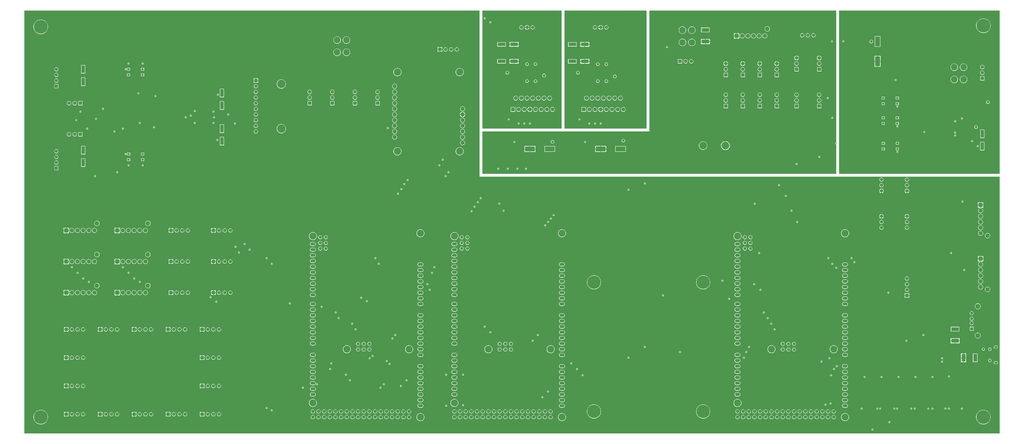
<source format=gbr>
%TF.GenerationSoftware,Altium Limited,Altium Designer,21.6.4 (81)*%
G04 Layer_Physical_Order=3*
G04 Layer_Color=16440176*
%FSLAX26Y26*%
%MOIN*%
%TF.SameCoordinates,892991E7-994B-4F78-B437-02A20B6E2807*%
%TF.FilePolarity,Positive*%
%TF.FileFunction,Copper,L3,Inr,Signal*%
%TF.Part,Single*%
G01*
G75*
%TA.AperFunction,SMDPad,CuDef*%
%ADD35R,0.043307X0.035433*%
%TA.AperFunction,ComponentPad*%
%ADD36C,0.060000*%
%ADD37R,0.060000X0.060000*%
%ADD38C,0.081102*%
%ADD39C,0.075000*%
%ADD40R,0.075000X0.075000*%
%ADD41C,0.236220*%
%ADD42C,0.047244*%
%ADD43C,0.090551*%
%ADD44C,0.056221*%
%ADD45R,0.056221X0.056221*%
%ADD46C,0.070000*%
%ADD47R,0.070000X0.070000*%
%ADD48C,0.244095*%
%ADD49C,0.118110*%
%ADD50R,0.062992X0.062992*%
%ADD51C,0.062992*%
%ADD52R,0.059055X0.059055*%
%ADD53C,0.059055*%
%ADD54C,0.074000*%
%ADD55C,0.130000*%
G04:AMPARAMS|DCode=56|XSize=37.402mil|YSize=61.024mil|CornerRadius=18.701mil|HoleSize=0mil|Usage=FLASHONLY|Rotation=270.000|XOffset=0mil|YOffset=0mil|HoleType=Round|Shape=RoundedRectangle|*
%AMROUNDEDRECTD56*
21,1,0.037402,0.023622,0,0,270.0*
21,1,0.000000,0.061024,0,0,270.0*
1,1,0.037402,-0.011811,0.000000*
1,1,0.037402,-0.011811,0.000000*
1,1,0.037402,0.011811,0.000000*
1,1,0.037402,0.011811,0.000000*
%
%ADD56ROUNDEDRECTD56*%
G04:AMPARAMS|DCode=57|XSize=49.213mil|YSize=37.402mil|CornerRadius=18.701mil|HoleSize=0mil|Usage=FLASHONLY|Rotation=270.000|XOffset=0mil|YOffset=0mil|HoleType=Round|Shape=RoundedRectangle|*
%AMROUNDEDRECTD57*
21,1,0.049213,0.000000,0,0,270.0*
21,1,0.011811,0.037402,0,0,270.0*
1,1,0.037402,0.000000,-0.005906*
1,1,0.037402,0.000000,0.005906*
1,1,0.037402,0.000000,0.005906*
1,1,0.037402,0.000000,-0.005906*
%
%ADD57ROUNDEDRECTD57*%
%ADD58O,0.089600X0.056000*%
%ADD59C,0.125980*%
%TA.AperFunction,SMDPad,CuDef*%
%ADD63R,0.062992X0.137795*%
%ADD64R,0.086614X0.173228*%
%TA.AperFunction,ComponentPad*%
%ADD65C,0.137795*%
%TA.AperFunction,SMDPad,CuDef*%
%ADD66R,0.137795X0.070079*%
%ADD67R,0.137795X0.062992*%
%ADD68R,0.173228X0.086614*%
%TA.AperFunction,ComponentPad*%
%ADD69R,0.062992X0.062992*%
%ADD70R,0.060000X0.060000*%
%TA.AperFunction,SMDPad,CuDef*%
%ADD71R,0.070079X0.137795*%
%TA.AperFunction,ComponentPad*%
%ADD72R,0.075000X0.075000*%
%TA.AperFunction,WasherPad*%
%ADD73C,0.150000*%
%TA.AperFunction,ViaPad*%
%ADD74C,0.020000*%
%ADD75C,0.050000*%
%ADD76C,0.040000*%
%TA.AperFunction,ComponentPad*%
%ADD77C,0.060976*%
%ADD78C,0.056375*%
G36*
X11000000Y5400000D02*
X9550000D01*
Y7488784D01*
X11000000D01*
Y5400000D01*
D02*
G37*
G36*
X9500000D02*
X8100000D01*
Y7488784D01*
X9500000D01*
Y5400000D01*
D02*
G37*
G36*
X17238785Y4600000D02*
X14400000D01*
Y7488784D01*
X17238785D01*
Y4600000D01*
D02*
G37*
G36*
X14350000Y5156000D02*
X14346817D01*
X14340937Y5153564D01*
X14336436Y5149063D01*
X14334000Y5143183D01*
Y5136817D01*
X14336436Y5130937D01*
X14340937Y5126436D01*
X14346817Y5124000D01*
X14350000D01*
Y4600000D01*
X8100000D01*
Y5350000D01*
X11050000D01*
Y7488784D01*
X14350000D01*
Y5156000D01*
D02*
G37*
G36*
X8050000Y4550000D02*
X17238785D01*
Y11216D01*
X11216D01*
Y4350000D01*
Y7488784D01*
X8050000D01*
Y4550000D01*
D02*
G37*
%LPC*%
G36*
X10195266Y7230000D02*
X10195000D01*
Y7195000D01*
X10230000D01*
Y7195266D01*
X10227274Y7205439D01*
X10222008Y7214561D01*
X10214561Y7222008D01*
X10205439Y7227274D01*
X10195266Y7230000D01*
D02*
G37*
G36*
X10185000D02*
X10184734D01*
X10174561Y7227274D01*
X10165439Y7222008D01*
X10157992Y7214561D01*
X10152726Y7205439D01*
X10150000Y7195266D01*
Y7195000D01*
X10185000D01*
Y7230000D01*
D02*
G37*
G36*
X10294739Y7226000D02*
X10285261D01*
X10276104Y7223547D01*
X10267896Y7218807D01*
X10261193Y7212105D01*
X10256453Y7203895D01*
X10254000Y7194739D01*
Y7185261D01*
X10256453Y7176105D01*
X10261193Y7167895D01*
X10267896Y7161193D01*
X10276104Y7156453D01*
X10285261Y7154000D01*
X10294739D01*
X10303896Y7156453D01*
X10312104Y7161193D01*
X10318807Y7167895D01*
X10323547Y7176105D01*
X10326000Y7185261D01*
Y7194739D01*
X10323547Y7203895D01*
X10318807Y7212105D01*
X10312104Y7218807D01*
X10303896Y7223547D01*
X10294739Y7226000D01*
D02*
G37*
G36*
X10094739D02*
X10085261D01*
X10076104Y7223547D01*
X10067896Y7218807D01*
X10061193Y7212105D01*
X10056453Y7203895D01*
X10054000Y7194739D01*
Y7185261D01*
X10056453Y7176105D01*
X10061193Y7167895D01*
X10067896Y7161193D01*
X10076104Y7156453D01*
X10085261Y7154000D01*
X10094739D01*
X10103896Y7156453D01*
X10112104Y7161193D01*
X10118807Y7167895D01*
X10123547Y7176105D01*
X10126000Y7185261D01*
Y7194739D01*
X10123547Y7203895D01*
X10118807Y7212105D01*
X10112104Y7218807D01*
X10103896Y7223547D01*
X10094739Y7226000D01*
D02*
G37*
G36*
X10230000Y7185000D02*
X10195000D01*
Y7150000D01*
X10195266D01*
X10205439Y7152726D01*
X10214561Y7157992D01*
X10222008Y7165439D01*
X10227274Y7174561D01*
X10230000Y7184734D01*
Y7185000D01*
D02*
G37*
G36*
X10185000D02*
X10150000D01*
Y7184734D01*
X10152726Y7174561D01*
X10157992Y7165439D01*
X10165439Y7157992D01*
X10174561Y7152726D01*
X10184734Y7150000D01*
X10185000D01*
Y7185000D01*
D02*
G37*
G36*
X9989370Y6931496D02*
X9915474D01*
Y6894999D01*
X9989370D01*
Y6931496D01*
D02*
G37*
G36*
X9905474D02*
X9831575D01*
Y6894999D01*
X9905474D01*
Y6931496D01*
D02*
G37*
G36*
X9764898Y6927496D02*
X9615102D01*
Y6852504D01*
X9764898D01*
Y6927496D01*
D02*
G37*
G36*
X9989370Y6884999D02*
X9915474D01*
Y6848504D01*
X9989370D01*
Y6884999D01*
D02*
G37*
G36*
X9905474D02*
X9831575D01*
Y6848504D01*
X9905474D01*
Y6884999D01*
D02*
G37*
G36*
X9989370Y6631496D02*
X9915474D01*
Y6594999D01*
X9989370D01*
Y6631496D01*
D02*
G37*
G36*
X9905474D02*
X9831575D01*
Y6594999D01*
X9905474D01*
Y6631496D01*
D02*
G37*
G36*
X9764898Y6627496D02*
X9615102D01*
Y6552504D01*
X9764898D01*
Y6627496D01*
D02*
G37*
G36*
X9989370Y6584999D02*
X9915474D01*
Y6548504D01*
X9989370D01*
Y6584999D01*
D02*
G37*
G36*
X9905474D02*
X9831575D01*
Y6548504D01*
X9905474D01*
Y6584999D01*
D02*
G37*
G36*
X10293900Y6569622D02*
X10286100D01*
X10278566Y6567603D01*
X10271812Y6563703D01*
X10266297Y6558188D01*
X10262397Y6551434D01*
X10260378Y6543900D01*
Y6536100D01*
X10262397Y6528566D01*
X10266297Y6521812D01*
X10271812Y6516297D01*
X10278566Y6512397D01*
X10286100Y6510378D01*
X10293900D01*
X10301434Y6512397D01*
X10308188Y6516297D01*
X10313703Y6521812D01*
X10317603Y6528566D01*
X10319622Y6536100D01*
Y6543900D01*
X10317603Y6551434D01*
X10313703Y6558188D01*
X10308188Y6563703D01*
X10301434Y6567603D01*
X10293900Y6569622D01*
D02*
G37*
G36*
X10143900D02*
X10136100D01*
X10128566Y6567603D01*
X10121812Y6563703D01*
X10116297Y6558188D01*
X10112397Y6551434D01*
X10110378Y6543900D01*
Y6536100D01*
X10112397Y6528566D01*
X10116297Y6521812D01*
X10121812Y6516297D01*
X10128566Y6512397D01*
X10136100Y6510378D01*
X10143900D01*
X10151434Y6512397D01*
X10158188Y6516297D01*
X10163703Y6521812D01*
X10167603Y6528566D01*
X10169622Y6536100D01*
Y6543900D01*
X10167603Y6551434D01*
X10163703Y6558188D01*
X10158188Y6563703D01*
X10151434Y6567603D01*
X10143900Y6569622D01*
D02*
G37*
G36*
X9794081Y6421000D02*
X9785919D01*
X9778034Y6418887D01*
X9770966Y6414806D01*
X9765194Y6409034D01*
X9761113Y6401966D01*
X9759000Y6394081D01*
Y6385919D01*
X9761113Y6378034D01*
X9765194Y6370966D01*
X9770966Y6365194D01*
X9778034Y6361113D01*
X9785919Y6359000D01*
X9794081D01*
X9801966Y6361113D01*
X9809034Y6365194D01*
X9814806Y6370966D01*
X9818887Y6378034D01*
X9821000Y6385919D01*
Y6394081D01*
X9818887Y6401966D01*
X9814806Y6409034D01*
X9809034Y6414806D01*
X9801966Y6418887D01*
X9794081Y6421000D01*
D02*
G37*
G36*
X10444081Y6353500D02*
X10435919D01*
X10428034Y6351387D01*
X10420966Y6347306D01*
X10415194Y6341534D01*
X10411113Y6334466D01*
X10409000Y6326581D01*
Y6318419D01*
X10411113Y6310534D01*
X10415194Y6303466D01*
X10420966Y6297694D01*
X10428034Y6293613D01*
X10435919Y6291500D01*
X10444081D01*
X10451966Y6293613D01*
X10459034Y6297694D01*
X10464806Y6303466D01*
X10468887Y6310534D01*
X10471000Y6318419D01*
Y6326581D01*
X10468887Y6334466D01*
X10464806Y6341534D01*
X10459034Y6347306D01*
X10451966Y6351387D01*
X10444081Y6353500D01*
D02*
G37*
G36*
X10293900Y6269622D02*
X10286100D01*
X10278566Y6267603D01*
X10271812Y6263703D01*
X10266297Y6258188D01*
X10262397Y6251434D01*
X10260378Y6243900D01*
Y6236100D01*
X10262397Y6228566D01*
X10266297Y6221812D01*
X10271812Y6216297D01*
X10278566Y6212397D01*
X10286100Y6210378D01*
X10293900D01*
X10301434Y6212397D01*
X10308188Y6216297D01*
X10313703Y6221812D01*
X10317603Y6228566D01*
X10319622Y6236100D01*
Y6243900D01*
X10317603Y6251434D01*
X10313703Y6258188D01*
X10308188Y6263703D01*
X10301434Y6267603D01*
X10293900Y6269622D01*
D02*
G37*
G36*
X10143900D02*
X10136100D01*
X10128566Y6267603D01*
X10121812Y6263703D01*
X10116297Y6258188D01*
X10112397Y6251434D01*
X10110378Y6243900D01*
Y6236100D01*
X10112397Y6228566D01*
X10116297Y6221812D01*
X10121812Y6216297D01*
X10128566Y6212397D01*
X10136100Y6210378D01*
X10143900D01*
X10151434Y6212397D01*
X10158188Y6216297D01*
X10163703Y6221812D01*
X10167603Y6228566D01*
X10169622Y6236100D01*
Y6243900D01*
X10167603Y6251434D01*
X10163703Y6258188D01*
X10158188Y6263703D01*
X10151434Y6267603D01*
X10143900Y6269622D01*
D02*
G37*
G36*
X10545398Y5981000D02*
X10534602D01*
X10524175Y5978206D01*
X10514825Y5972808D01*
X10507192Y5965175D01*
X10501794Y5955825D01*
X10499000Y5945398D01*
Y5934602D01*
X10501794Y5924175D01*
X10507192Y5914825D01*
X10514825Y5907192D01*
X10524175Y5901794D01*
X10534602Y5899000D01*
X10545398D01*
X10555825Y5901794D01*
X10565175Y5907192D01*
X10572808Y5914825D01*
X10578206Y5924175D01*
X10581000Y5934602D01*
Y5945398D01*
X10578206Y5955825D01*
X10572808Y5965175D01*
X10565175Y5972808D01*
X10555825Y5978206D01*
X10545398Y5981000D01*
D02*
G37*
G36*
X10445398D02*
X10434602D01*
X10424175Y5978206D01*
X10414825Y5972808D01*
X10407192Y5965175D01*
X10401794Y5955825D01*
X10399000Y5945398D01*
Y5934602D01*
X10401794Y5924175D01*
X10407192Y5914825D01*
X10414825Y5907192D01*
X10424175Y5901794D01*
X10434602Y5899000D01*
X10445398D01*
X10455825Y5901794D01*
X10465175Y5907192D01*
X10472808Y5914825D01*
X10478206Y5924175D01*
X10481000Y5934602D01*
Y5945398D01*
X10478206Y5955825D01*
X10472808Y5965175D01*
X10465175Y5972808D01*
X10455825Y5978206D01*
X10445398Y5981000D01*
D02*
G37*
G36*
X10345398D02*
X10334602D01*
X10324175Y5978206D01*
X10314825Y5972808D01*
X10307192Y5965175D01*
X10301794Y5955825D01*
X10299000Y5945398D01*
Y5934602D01*
X10301794Y5924175D01*
X10307192Y5914825D01*
X10314825Y5907192D01*
X10324175Y5901794D01*
X10334602Y5899000D01*
X10345398D01*
X10355825Y5901794D01*
X10365175Y5907192D01*
X10372808Y5914825D01*
X10378206Y5924175D01*
X10381000Y5934602D01*
Y5945398D01*
X10378206Y5955825D01*
X10372808Y5965175D01*
X10365175Y5972808D01*
X10355825Y5978206D01*
X10345398Y5981000D01*
D02*
G37*
G36*
X10245398D02*
X10234602D01*
X10224175Y5978206D01*
X10214825Y5972808D01*
X10207192Y5965175D01*
X10201794Y5955825D01*
X10199000Y5945398D01*
Y5934602D01*
X10201794Y5924175D01*
X10207192Y5914825D01*
X10214825Y5907192D01*
X10224175Y5901794D01*
X10234602Y5899000D01*
X10245398D01*
X10255825Y5901794D01*
X10265175Y5907192D01*
X10272808Y5914825D01*
X10278206Y5924175D01*
X10281000Y5934602D01*
Y5945398D01*
X10278206Y5955825D01*
X10272808Y5965175D01*
X10265175Y5972808D01*
X10255825Y5978206D01*
X10245398Y5981000D01*
D02*
G37*
G36*
X10145398D02*
X10134602D01*
X10124175Y5978206D01*
X10114825Y5972808D01*
X10107192Y5965175D01*
X10101794Y5955825D01*
X10099000Y5945398D01*
Y5934602D01*
X10101794Y5924175D01*
X10107192Y5914825D01*
X10114825Y5907192D01*
X10124175Y5901794D01*
X10134602Y5899000D01*
X10145398D01*
X10155825Y5901794D01*
X10165175Y5907192D01*
X10172808Y5914825D01*
X10178206Y5924175D01*
X10181000Y5934602D01*
Y5945398D01*
X10178206Y5955825D01*
X10172808Y5965175D01*
X10165175Y5972808D01*
X10155825Y5978206D01*
X10145398Y5981000D01*
D02*
G37*
G36*
X10045398D02*
X10034602D01*
X10024175Y5978206D01*
X10014825Y5972808D01*
X10007192Y5965175D01*
X10001794Y5955825D01*
X9999000Y5945398D01*
Y5934602D01*
X10001794Y5924175D01*
X10007192Y5914825D01*
X10014825Y5907192D01*
X10024175Y5901794D01*
X10034602Y5899000D01*
X10045398D01*
X10055825Y5901794D01*
X10065175Y5907192D01*
X10072808Y5914825D01*
X10078206Y5924175D01*
X10081000Y5934602D01*
Y5945398D01*
X10078206Y5955825D01*
X10072808Y5965175D01*
X10065175Y5972808D01*
X10055825Y5978206D01*
X10045398Y5981000D01*
D02*
G37*
G36*
X9945398D02*
X9934602D01*
X9924175Y5978206D01*
X9914825Y5972808D01*
X9907192Y5965175D01*
X9901794Y5955825D01*
X9899000Y5945398D01*
Y5934602D01*
X9901794Y5924175D01*
X9907192Y5914825D01*
X9914825Y5907192D01*
X9924175Y5901794D01*
X9934602Y5899000D01*
X9945398D01*
X9955825Y5901794D01*
X9965175Y5907192D01*
X9972808Y5914825D01*
X9978206Y5924175D01*
X9981000Y5934602D01*
Y5945398D01*
X9978206Y5955825D01*
X9972808Y5965175D01*
X9965175Y5972808D01*
X9955825Y5978206D01*
X9945398Y5981000D01*
D02*
G37*
G36*
X10195924Y5785000D02*
X10195000D01*
Y5745000D01*
X10235000D01*
Y5745924D01*
X10231933Y5757369D01*
X10226009Y5767631D01*
X10217631Y5776009D01*
X10207369Y5781933D01*
X10195924Y5785000D01*
D02*
G37*
G36*
X10185000D02*
X10184076D01*
X10172631Y5781933D01*
X10162369Y5776009D01*
X10153991Y5767631D01*
X10148067Y5757369D01*
X10145000Y5745924D01*
Y5745000D01*
X10185000D01*
Y5785000D01*
D02*
G37*
G36*
X10595398Y5781000D02*
X10584602D01*
X10574175Y5778206D01*
X10564825Y5772808D01*
X10557192Y5765175D01*
X10551794Y5755825D01*
X10549000Y5745398D01*
Y5734602D01*
X10551794Y5724175D01*
X10557192Y5714825D01*
X10564825Y5707192D01*
X10574175Y5701794D01*
X10584602Y5699000D01*
X10595398D01*
X10605825Y5701794D01*
X10615175Y5707192D01*
X10622808Y5714825D01*
X10628206Y5724175D01*
X10631000Y5734602D01*
Y5745398D01*
X10628206Y5755825D01*
X10622808Y5765175D01*
X10615175Y5772808D01*
X10605825Y5778206D01*
X10595398Y5781000D01*
D02*
G37*
G36*
X10495398D02*
X10484602D01*
X10474175Y5778206D01*
X10464825Y5772808D01*
X10457192Y5765175D01*
X10451794Y5755825D01*
X10449000Y5745398D01*
Y5734602D01*
X10451794Y5724175D01*
X10457192Y5714825D01*
X10464825Y5707192D01*
X10474175Y5701794D01*
X10484602Y5699000D01*
X10495398D01*
X10505825Y5701794D01*
X10515175Y5707192D01*
X10522808Y5714825D01*
X10528206Y5724175D01*
X10531000Y5734602D01*
Y5745398D01*
X10528206Y5755825D01*
X10522808Y5765175D01*
X10515175Y5772808D01*
X10505825Y5778206D01*
X10495398Y5781000D01*
D02*
G37*
G36*
X10395398D02*
X10384602D01*
X10374175Y5778206D01*
X10364825Y5772808D01*
X10357192Y5765175D01*
X10351794Y5755825D01*
X10349000Y5745398D01*
Y5734602D01*
X10351794Y5724175D01*
X10357192Y5714825D01*
X10364825Y5707192D01*
X10374175Y5701794D01*
X10384602Y5699000D01*
X10395398D01*
X10405825Y5701794D01*
X10415175Y5707192D01*
X10422808Y5714825D01*
X10428206Y5724175D01*
X10431000Y5734602D01*
Y5745398D01*
X10428206Y5755825D01*
X10422808Y5765175D01*
X10415175Y5772808D01*
X10405825Y5778206D01*
X10395398Y5781000D01*
D02*
G37*
G36*
X10295398D02*
X10284602D01*
X10274175Y5778206D01*
X10264825Y5772808D01*
X10257192Y5765175D01*
X10251794Y5755825D01*
X10249000Y5745398D01*
Y5734602D01*
X10251794Y5724175D01*
X10257192Y5714825D01*
X10264825Y5707192D01*
X10274175Y5701794D01*
X10284602Y5699000D01*
X10295398D01*
X10305825Y5701794D01*
X10315175Y5707192D01*
X10322808Y5714825D01*
X10328206Y5724175D01*
X10331000Y5734602D01*
Y5745398D01*
X10328206Y5755825D01*
X10322808Y5765175D01*
X10315175Y5772808D01*
X10305825Y5778206D01*
X10295398Y5781000D01*
D02*
G37*
G36*
X10095398D02*
X10084602D01*
X10074175Y5778206D01*
X10064825Y5772808D01*
X10057192Y5765175D01*
X10051794Y5755825D01*
X10049000Y5745398D01*
Y5734602D01*
X10051794Y5724175D01*
X10057192Y5714825D01*
X10064825Y5707192D01*
X10074175Y5701794D01*
X10084602Y5699000D01*
X10095398D01*
X10105825Y5701794D01*
X10115175Y5707192D01*
X10122808Y5714825D01*
X10128206Y5724175D01*
X10131000Y5734602D01*
Y5745398D01*
X10128206Y5755825D01*
X10122808Y5765175D01*
X10115175Y5772808D01*
X10105825Y5778206D01*
X10095398Y5781000D01*
D02*
G37*
G36*
X9995398D02*
X9984602D01*
X9974175Y5778206D01*
X9964825Y5772808D01*
X9957192Y5765175D01*
X9951794Y5755825D01*
X9949000Y5745398D01*
Y5734602D01*
X9951794Y5724175D01*
X9957192Y5714825D01*
X9964825Y5707192D01*
X9974175Y5701794D01*
X9984602Y5699000D01*
X9995398D01*
X10005825Y5701794D01*
X10015175Y5707192D01*
X10022808Y5714825D01*
X10028206Y5724175D01*
X10031000Y5734602D01*
Y5745398D01*
X10028206Y5755825D01*
X10022808Y5765175D01*
X10015175Y5772808D01*
X10005825Y5778206D01*
X9995398Y5781000D01*
D02*
G37*
G36*
X9931000D02*
X9849000D01*
Y5699000D01*
X9931000D01*
Y5781000D01*
D02*
G37*
G36*
X10235000Y5735000D02*
X10195000D01*
Y5695000D01*
X10195924D01*
X10207369Y5698067D01*
X10217631Y5703991D01*
X10226009Y5712369D01*
X10231933Y5722631D01*
X10235000Y5734076D01*
Y5735000D01*
D02*
G37*
G36*
X10185000D02*
X10145000D01*
Y5734076D01*
X10148067Y5722631D01*
X10153991Y5712369D01*
X10162369Y5703991D01*
X10172631Y5698067D01*
X10184076Y5695000D01*
X10185000D01*
Y5735000D01*
D02*
G37*
G36*
X9818183Y5581000D02*
X9811817D01*
X9805937Y5578564D01*
X9801436Y5574063D01*
X9799000Y5568183D01*
Y5561817D01*
X9801436Y5555937D01*
X9805937Y5551436D01*
X9811817Y5549000D01*
X9818183D01*
X9824063Y5551436D01*
X9828564Y5555937D01*
X9831000Y5561817D01*
Y5568183D01*
X9828564Y5574063D01*
X9824063Y5578564D01*
X9818183Y5581000D01*
D02*
G37*
G36*
X10193183Y5506000D02*
X10186817D01*
X10180937Y5503564D01*
X10176436Y5499063D01*
X10174000Y5493183D01*
Y5486817D01*
X10176436Y5480937D01*
X10180937Y5476436D01*
X10186817Y5474000D01*
X10193183D01*
X10199063Y5476436D01*
X10203564Y5480937D01*
X10206000Y5486817D01*
Y5493183D01*
X10203564Y5499063D01*
X10199063Y5503564D01*
X10193183Y5506000D01*
D02*
G37*
G36*
X10093183D02*
X10086817D01*
X10080937Y5503564D01*
X10076436Y5499063D01*
X10074000Y5493183D01*
Y5486817D01*
X10076436Y5480937D01*
X10080937Y5476436D01*
X10086817Y5474000D01*
X10093183D01*
X10099063Y5476436D01*
X10103564Y5480937D01*
X10106000Y5486817D01*
Y5493183D01*
X10103564Y5499063D01*
X10099063Y5503564D01*
X10093183Y5506000D01*
D02*
G37*
G36*
X9993183D02*
X9986817D01*
X9980937Y5503564D01*
X9976436Y5499063D01*
X9974000Y5493183D01*
Y5486817D01*
X9976436Y5480937D01*
X9980937Y5476436D01*
X9986817Y5474000D01*
X9993183D01*
X9999063Y5476436D01*
X10003564Y5480937D01*
X10006000Y5486817D01*
Y5493183D01*
X10003564Y5499063D01*
X9999063Y5503564D01*
X9993183Y5506000D01*
D02*
G37*
G36*
X8143183Y7366000D02*
X8136817D01*
X8130937Y7363564D01*
X8126436Y7359063D01*
X8124000Y7353183D01*
Y7346817D01*
X8126436Y7340937D01*
X8130937Y7336436D01*
X8136817Y7334000D01*
X8143183D01*
X8149063Y7336436D01*
X8153564Y7340937D01*
X8156000Y7346817D01*
Y7353183D01*
X8153564Y7359063D01*
X8149063Y7363564D01*
X8143183Y7366000D01*
D02*
G37*
G36*
X8243183Y7296000D02*
X8236817D01*
X8230937Y7293564D01*
X8226436Y7289063D01*
X8224000Y7283183D01*
Y7276817D01*
X8226436Y7270937D01*
X8230937Y7266436D01*
X8236817Y7264000D01*
X8243183D01*
X8249063Y7266436D01*
X8253564Y7270937D01*
X8256000Y7276817D01*
Y7283183D01*
X8253564Y7289063D01*
X8249063Y7293564D01*
X8243183Y7296000D01*
D02*
G37*
G36*
X8895266Y7230000D02*
X8895000D01*
Y7195000D01*
X8930000D01*
Y7195266D01*
X8927274Y7205439D01*
X8922008Y7214561D01*
X8914561Y7222008D01*
X8905439Y7227274D01*
X8895266Y7230000D01*
D02*
G37*
G36*
X8885000D02*
X8884734D01*
X8874561Y7227274D01*
X8865439Y7222008D01*
X8857992Y7214561D01*
X8852726Y7205439D01*
X8850000Y7195266D01*
Y7195000D01*
X8885000D01*
Y7230000D01*
D02*
G37*
G36*
X8994739Y7226000D02*
X8985261D01*
X8976104Y7223547D01*
X8967896Y7218807D01*
X8961193Y7212105D01*
X8956453Y7203895D01*
X8954000Y7194739D01*
Y7185261D01*
X8956453Y7176105D01*
X8961193Y7167895D01*
X8967896Y7161193D01*
X8976104Y7156453D01*
X8985261Y7154000D01*
X8994739D01*
X9003896Y7156453D01*
X9012104Y7161193D01*
X9018807Y7167895D01*
X9023547Y7176105D01*
X9026000Y7185261D01*
Y7194739D01*
X9023547Y7203895D01*
X9018807Y7212105D01*
X9012104Y7218807D01*
X9003896Y7223547D01*
X8994739Y7226000D01*
D02*
G37*
G36*
X8794739D02*
X8785261D01*
X8776104Y7223547D01*
X8767896Y7218807D01*
X8761193Y7212105D01*
X8756453Y7203895D01*
X8754000Y7194739D01*
Y7185261D01*
X8756453Y7176105D01*
X8761193Y7167895D01*
X8767896Y7161193D01*
X8776104Y7156453D01*
X8785261Y7154000D01*
X8794739D01*
X8803896Y7156453D01*
X8812104Y7161193D01*
X8818807Y7167895D01*
X8823547Y7176105D01*
X8826000Y7185261D01*
Y7194739D01*
X8823547Y7203895D01*
X8818807Y7212105D01*
X8812104Y7218807D01*
X8803896Y7223547D01*
X8794739Y7226000D01*
D02*
G37*
G36*
X8930000Y7185000D02*
X8895000D01*
Y7150000D01*
X8895266D01*
X8905439Y7152726D01*
X8914561Y7157992D01*
X8922008Y7165439D01*
X8927274Y7174561D01*
X8930000Y7184734D01*
Y7185000D01*
D02*
G37*
G36*
X8885000D02*
X8850000D01*
Y7184734D01*
X8852726Y7174561D01*
X8857992Y7165439D01*
X8865439Y7157992D01*
X8874561Y7152726D01*
X8884734Y7150000D01*
X8885000D01*
Y7185000D01*
D02*
G37*
G36*
X8739370Y6931496D02*
X8665474D01*
Y6894999D01*
X8739370D01*
Y6931496D01*
D02*
G37*
G36*
X8655474D02*
X8581575D01*
Y6894999D01*
X8655474D01*
Y6931496D01*
D02*
G37*
G36*
X8514898Y6927496D02*
X8365102D01*
Y6852504D01*
X8514898D01*
Y6927496D01*
D02*
G37*
G36*
X8739370Y6884999D02*
X8665474D01*
Y6848504D01*
X8739370D01*
Y6884999D01*
D02*
G37*
G36*
X8655474D02*
X8581575D01*
Y6848504D01*
X8655474D01*
Y6884999D01*
D02*
G37*
G36*
X8739370Y6631496D02*
X8665474D01*
Y6594999D01*
X8739370D01*
Y6631496D01*
D02*
G37*
G36*
X8655474D02*
X8581575D01*
Y6594999D01*
X8655474D01*
Y6631496D01*
D02*
G37*
G36*
X8514898Y6627496D02*
X8365102D01*
Y6552504D01*
X8514898D01*
Y6627496D01*
D02*
G37*
G36*
X8739370Y6584999D02*
X8665474D01*
Y6548504D01*
X8739370D01*
Y6584999D01*
D02*
G37*
G36*
X8655474D02*
X8581575D01*
Y6548504D01*
X8655474D01*
Y6584999D01*
D02*
G37*
G36*
X9043900Y6569622D02*
X9036100D01*
X9028566Y6567603D01*
X9021812Y6563703D01*
X9016297Y6558188D01*
X9012397Y6551434D01*
X9010378Y6543900D01*
Y6536100D01*
X9012397Y6528566D01*
X9016297Y6521812D01*
X9021812Y6516297D01*
X9028566Y6512397D01*
X9036100Y6510378D01*
X9043900D01*
X9051434Y6512397D01*
X9058188Y6516297D01*
X9063703Y6521812D01*
X9067603Y6528566D01*
X9069622Y6536100D01*
Y6543900D01*
X9067603Y6551434D01*
X9063703Y6558188D01*
X9058188Y6563703D01*
X9051434Y6567603D01*
X9043900Y6569622D01*
D02*
G37*
G36*
X8893900D02*
X8886100D01*
X8878566Y6567603D01*
X8871812Y6563703D01*
X8866297Y6558188D01*
X8862397Y6551434D01*
X8860378Y6543900D01*
Y6536100D01*
X8862397Y6528566D01*
X8866297Y6521812D01*
X8871812Y6516297D01*
X8878566Y6512397D01*
X8886100Y6510378D01*
X8893900D01*
X8901434Y6512397D01*
X8908188Y6516297D01*
X8913703Y6521812D01*
X8917603Y6528566D01*
X8919622Y6536100D01*
Y6543900D01*
X8917603Y6551434D01*
X8913703Y6558188D01*
X8908188Y6563703D01*
X8901434Y6567603D01*
X8893900Y6569622D01*
D02*
G37*
G36*
X8544081Y6421000D02*
X8535919D01*
X8528034Y6418887D01*
X8520966Y6414806D01*
X8515194Y6409034D01*
X8511113Y6401966D01*
X8509000Y6394081D01*
Y6385919D01*
X8511113Y6378034D01*
X8515194Y6370966D01*
X8520966Y6365194D01*
X8528034Y6361113D01*
X8535919Y6359000D01*
X8544081D01*
X8551966Y6361113D01*
X8559034Y6365194D01*
X8564806Y6370966D01*
X8568887Y6378034D01*
X8571000Y6385919D01*
Y6394081D01*
X8568887Y6401966D01*
X8564806Y6409034D01*
X8559034Y6414806D01*
X8551966Y6418887D01*
X8544081Y6421000D01*
D02*
G37*
G36*
X9194081Y6370000D02*
X9185919D01*
X9178034Y6367887D01*
X9170966Y6363806D01*
X9165194Y6358034D01*
X9161113Y6350966D01*
X9159000Y6343081D01*
Y6334919D01*
X9161113Y6327034D01*
X9165194Y6319966D01*
X9170966Y6314194D01*
X9178034Y6310113D01*
X9185919Y6308000D01*
X9194081D01*
X9201966Y6310113D01*
X9209034Y6314194D01*
X9214806Y6319966D01*
X9218887Y6327034D01*
X9221000Y6334919D01*
Y6343081D01*
X9218887Y6350966D01*
X9214806Y6358034D01*
X9209034Y6363806D01*
X9201966Y6367887D01*
X9194081Y6370000D01*
D02*
G37*
G36*
X9043900Y6269622D02*
X9036100D01*
X9028566Y6267603D01*
X9021812Y6263703D01*
X9016297Y6258188D01*
X9012397Y6251434D01*
X9010378Y6243900D01*
Y6236100D01*
X9012397Y6228566D01*
X9016297Y6221812D01*
X9021812Y6216297D01*
X9028566Y6212397D01*
X9036100Y6210378D01*
X9043900D01*
X9051434Y6212397D01*
X9058188Y6216297D01*
X9063703Y6221812D01*
X9067603Y6228566D01*
X9069622Y6236100D01*
Y6243900D01*
X9067603Y6251434D01*
X9063703Y6258188D01*
X9058188Y6263703D01*
X9051434Y6267603D01*
X9043900Y6269622D01*
D02*
G37*
G36*
X8893900D02*
X8886100D01*
X8878566Y6267603D01*
X8871812Y6263703D01*
X8866297Y6258188D01*
X8862397Y6251434D01*
X8860378Y6243900D01*
Y6236100D01*
X8862397Y6228566D01*
X8866297Y6221812D01*
X8871812Y6216297D01*
X8878566Y6212397D01*
X8886100Y6210378D01*
X8893900D01*
X8901434Y6212397D01*
X8908188Y6216297D01*
X8913703Y6221812D01*
X8917603Y6228566D01*
X8919622Y6236100D01*
Y6243900D01*
X8917603Y6251434D01*
X8913703Y6258188D01*
X8908188Y6263703D01*
X8901434Y6267603D01*
X8893900Y6269622D01*
D02*
G37*
G36*
X9295398Y5981000D02*
X9284602D01*
X9274175Y5978206D01*
X9264825Y5972808D01*
X9257192Y5965175D01*
X9251794Y5955825D01*
X9249000Y5945398D01*
Y5934602D01*
X9251794Y5924175D01*
X9257192Y5914825D01*
X9264825Y5907192D01*
X9274175Y5901794D01*
X9284602Y5899000D01*
X9295398D01*
X9305825Y5901794D01*
X9315175Y5907192D01*
X9322808Y5914825D01*
X9328206Y5924175D01*
X9331000Y5934602D01*
Y5945398D01*
X9328206Y5955825D01*
X9322808Y5965175D01*
X9315175Y5972808D01*
X9305825Y5978206D01*
X9295398Y5981000D01*
D02*
G37*
G36*
X9195398D02*
X9184602D01*
X9174175Y5978206D01*
X9164825Y5972808D01*
X9157192Y5965175D01*
X9151794Y5955825D01*
X9149000Y5945398D01*
Y5934602D01*
X9151794Y5924175D01*
X9157192Y5914825D01*
X9164825Y5907192D01*
X9174175Y5901794D01*
X9184602Y5899000D01*
X9195398D01*
X9205825Y5901794D01*
X9215175Y5907192D01*
X9222808Y5914825D01*
X9228206Y5924175D01*
X9231000Y5934602D01*
Y5945398D01*
X9228206Y5955825D01*
X9222808Y5965175D01*
X9215175Y5972808D01*
X9205825Y5978206D01*
X9195398Y5981000D01*
D02*
G37*
G36*
X9095398D02*
X9084602D01*
X9074175Y5978206D01*
X9064825Y5972808D01*
X9057192Y5965175D01*
X9051794Y5955825D01*
X9049000Y5945398D01*
Y5934602D01*
X9051794Y5924175D01*
X9057192Y5914825D01*
X9064825Y5907192D01*
X9074175Y5901794D01*
X9084602Y5899000D01*
X9095398D01*
X9105825Y5901794D01*
X9115175Y5907192D01*
X9122808Y5914825D01*
X9128206Y5924175D01*
X9131000Y5934602D01*
Y5945398D01*
X9128206Y5955825D01*
X9122808Y5965175D01*
X9115175Y5972808D01*
X9105825Y5978206D01*
X9095398Y5981000D01*
D02*
G37*
G36*
X8995398D02*
X8984602D01*
X8974175Y5978206D01*
X8964825Y5972808D01*
X8957192Y5965175D01*
X8951794Y5955825D01*
X8949000Y5945398D01*
Y5934602D01*
X8951794Y5924175D01*
X8957192Y5914825D01*
X8964825Y5907192D01*
X8974175Y5901794D01*
X8984602Y5899000D01*
X8995398D01*
X9005825Y5901794D01*
X9015175Y5907192D01*
X9022808Y5914825D01*
X9028206Y5924175D01*
X9031000Y5934602D01*
Y5945398D01*
X9028206Y5955825D01*
X9022808Y5965175D01*
X9015175Y5972808D01*
X9005825Y5978206D01*
X8995398Y5981000D01*
D02*
G37*
G36*
X8895398D02*
X8884602D01*
X8874175Y5978206D01*
X8864825Y5972808D01*
X8857192Y5965175D01*
X8851794Y5955825D01*
X8849000Y5945398D01*
Y5934602D01*
X8851794Y5924175D01*
X8857192Y5914825D01*
X8864825Y5907192D01*
X8874175Y5901794D01*
X8884602Y5899000D01*
X8895398D01*
X8905825Y5901794D01*
X8915175Y5907192D01*
X8922808Y5914825D01*
X8928206Y5924175D01*
X8931000Y5934602D01*
Y5945398D01*
X8928206Y5955825D01*
X8922808Y5965175D01*
X8915175Y5972808D01*
X8905825Y5978206D01*
X8895398Y5981000D01*
D02*
G37*
G36*
X8795398D02*
X8784602D01*
X8774175Y5978206D01*
X8764825Y5972808D01*
X8757192Y5965175D01*
X8751794Y5955825D01*
X8749000Y5945398D01*
Y5934602D01*
X8751794Y5924175D01*
X8757192Y5914825D01*
X8764825Y5907192D01*
X8774175Y5901794D01*
X8784602Y5899000D01*
X8795398D01*
X8805825Y5901794D01*
X8815175Y5907192D01*
X8822808Y5914825D01*
X8828206Y5924175D01*
X8831000Y5934602D01*
Y5945398D01*
X8828206Y5955825D01*
X8822808Y5965175D01*
X8815175Y5972808D01*
X8805825Y5978206D01*
X8795398Y5981000D01*
D02*
G37*
G36*
X8695398D02*
X8684602D01*
X8674175Y5978206D01*
X8664825Y5972808D01*
X8657192Y5965175D01*
X8651794Y5955825D01*
X8649000Y5945398D01*
Y5934602D01*
X8651794Y5924175D01*
X8657192Y5914825D01*
X8664825Y5907192D01*
X8674175Y5901794D01*
X8684602Y5899000D01*
X8695398D01*
X8705825Y5901794D01*
X8715175Y5907192D01*
X8722808Y5914825D01*
X8728206Y5924175D01*
X8731000Y5934602D01*
Y5945398D01*
X8728206Y5955825D01*
X8722808Y5965175D01*
X8715175Y5972808D01*
X8705825Y5978206D01*
X8695398Y5981000D01*
D02*
G37*
G36*
X8945924Y5785000D02*
X8945000D01*
Y5745000D01*
X8985000D01*
Y5745924D01*
X8981933Y5757369D01*
X8976009Y5767631D01*
X8967631Y5776009D01*
X8957369Y5781933D01*
X8945924Y5785000D01*
D02*
G37*
G36*
X8935000D02*
X8934076D01*
X8922631Y5781933D01*
X8912369Y5776009D01*
X8903991Y5767631D01*
X8898067Y5757369D01*
X8895000Y5745924D01*
Y5745000D01*
X8935000D01*
Y5785000D01*
D02*
G37*
G36*
X9345398Y5781000D02*
X9334602D01*
X9324175Y5778206D01*
X9314825Y5772808D01*
X9307192Y5765175D01*
X9301794Y5755825D01*
X9299000Y5745398D01*
Y5734602D01*
X9301794Y5724175D01*
X9307192Y5714825D01*
X9314825Y5707192D01*
X9324175Y5701794D01*
X9334602Y5699000D01*
X9345398D01*
X9355825Y5701794D01*
X9365175Y5707192D01*
X9372808Y5714825D01*
X9378206Y5724175D01*
X9381000Y5734602D01*
Y5745398D01*
X9378206Y5755825D01*
X9372808Y5765175D01*
X9365175Y5772808D01*
X9355825Y5778206D01*
X9345398Y5781000D01*
D02*
G37*
G36*
X9245398D02*
X9234602D01*
X9224175Y5778206D01*
X9214825Y5772808D01*
X9207192Y5765175D01*
X9201794Y5755825D01*
X9199000Y5745398D01*
Y5734602D01*
X9201794Y5724175D01*
X9207192Y5714825D01*
X9214825Y5707192D01*
X9224175Y5701794D01*
X9234602Y5699000D01*
X9245398D01*
X9255825Y5701794D01*
X9265175Y5707192D01*
X9272808Y5714825D01*
X9278206Y5724175D01*
X9281000Y5734602D01*
Y5745398D01*
X9278206Y5755825D01*
X9272808Y5765175D01*
X9265175Y5772808D01*
X9255825Y5778206D01*
X9245398Y5781000D01*
D02*
G37*
G36*
X9145398D02*
X9134602D01*
X9124175Y5778206D01*
X9114825Y5772808D01*
X9107192Y5765175D01*
X9101794Y5755825D01*
X9099000Y5745398D01*
Y5734602D01*
X9101794Y5724175D01*
X9107192Y5714825D01*
X9114825Y5707192D01*
X9124175Y5701794D01*
X9134602Y5699000D01*
X9145398D01*
X9155825Y5701794D01*
X9165175Y5707192D01*
X9172808Y5714825D01*
X9178206Y5724175D01*
X9181000Y5734602D01*
Y5745398D01*
X9178206Y5755825D01*
X9172808Y5765175D01*
X9165175Y5772808D01*
X9155825Y5778206D01*
X9145398Y5781000D01*
D02*
G37*
G36*
X9045398D02*
X9034602D01*
X9024175Y5778206D01*
X9014825Y5772808D01*
X9007192Y5765175D01*
X9001794Y5755825D01*
X8999000Y5745398D01*
Y5734602D01*
X9001794Y5724175D01*
X9007192Y5714825D01*
X9014825Y5707192D01*
X9024175Y5701794D01*
X9034602Y5699000D01*
X9045398D01*
X9055825Y5701794D01*
X9065175Y5707192D01*
X9072808Y5714825D01*
X9078206Y5724175D01*
X9081000Y5734602D01*
Y5745398D01*
X9078206Y5755825D01*
X9072808Y5765175D01*
X9065175Y5772808D01*
X9055825Y5778206D01*
X9045398Y5781000D01*
D02*
G37*
G36*
X8845398D02*
X8834602D01*
X8824175Y5778206D01*
X8814825Y5772808D01*
X8807192Y5765175D01*
X8801794Y5755825D01*
X8799000Y5745398D01*
Y5734602D01*
X8801794Y5724175D01*
X8807192Y5714825D01*
X8814825Y5707192D01*
X8824175Y5701794D01*
X8834602Y5699000D01*
X8845398D01*
X8855825Y5701794D01*
X8865175Y5707192D01*
X8872808Y5714825D01*
X8878206Y5724175D01*
X8881000Y5734602D01*
Y5745398D01*
X8878206Y5755825D01*
X8872808Y5765175D01*
X8865175Y5772808D01*
X8855825Y5778206D01*
X8845398Y5781000D01*
D02*
G37*
G36*
X8745398D02*
X8734602D01*
X8724175Y5778206D01*
X8714825Y5772808D01*
X8707192Y5765175D01*
X8701794Y5755825D01*
X8699000Y5745398D01*
Y5734602D01*
X8701794Y5724175D01*
X8707192Y5714825D01*
X8714825Y5707192D01*
X8724175Y5701794D01*
X8734602Y5699000D01*
X8745398D01*
X8755825Y5701794D01*
X8765175Y5707192D01*
X8772808Y5714825D01*
X8778206Y5724175D01*
X8781000Y5734602D01*
Y5745398D01*
X8778206Y5755825D01*
X8772808Y5765175D01*
X8765175Y5772808D01*
X8755825Y5778206D01*
X8745398Y5781000D01*
D02*
G37*
G36*
X8681000D02*
X8599000D01*
Y5699000D01*
X8681000D01*
Y5781000D01*
D02*
G37*
G36*
X8985000Y5735000D02*
X8945000D01*
Y5695000D01*
X8945924D01*
X8957369Y5698067D01*
X8967631Y5703991D01*
X8976009Y5712369D01*
X8981933Y5722631D01*
X8985000Y5734076D01*
Y5735000D01*
D02*
G37*
G36*
X8935000D02*
X8895000D01*
Y5734076D01*
X8898067Y5722631D01*
X8903991Y5712369D01*
X8912369Y5703991D01*
X8922631Y5698067D01*
X8934076Y5695000D01*
X8935000D01*
Y5735000D01*
D02*
G37*
G36*
X8568183Y5581000D02*
X8561817D01*
X8555937Y5578564D01*
X8551436Y5574063D01*
X8549000Y5568183D01*
Y5561817D01*
X8551436Y5555937D01*
X8555937Y5551436D01*
X8561817Y5549000D01*
X8568183D01*
X8574063Y5551436D01*
X8578564Y5555937D01*
X8581000Y5561817D01*
Y5568183D01*
X8578564Y5574063D01*
X8574063Y5578564D01*
X8568183Y5581000D01*
D02*
G37*
G36*
X8943183Y5506000D02*
X8936817D01*
X8930937Y5503564D01*
X8926436Y5499063D01*
X8924000Y5493183D01*
Y5486817D01*
X8926436Y5480937D01*
X8930937Y5476436D01*
X8936817Y5474000D01*
X8943183D01*
X8949063Y5476436D01*
X8953564Y5480937D01*
X8956000Y5486817D01*
Y5493183D01*
X8953564Y5499063D01*
X8949063Y5503564D01*
X8943183Y5506000D01*
D02*
G37*
G36*
X8843183D02*
X8836817D01*
X8830937Y5503564D01*
X8826436Y5499063D01*
X8824000Y5493183D01*
Y5486817D01*
X8826436Y5480937D01*
X8830937Y5476436D01*
X8836817Y5474000D01*
X8843183D01*
X8849063Y5476436D01*
X8853564Y5480937D01*
X8856000Y5486817D01*
Y5493183D01*
X8853564Y5499063D01*
X8849063Y5503564D01*
X8843183Y5506000D01*
D02*
G37*
G36*
X8743183D02*
X8736817D01*
X8730937Y5503564D01*
X8726436Y5499063D01*
X8724000Y5493183D01*
Y5486817D01*
X8726436Y5480937D01*
X8730937Y5476436D01*
X8736817Y5474000D01*
X8743183D01*
X8749063Y5476436D01*
X8753564Y5480937D01*
X8756000Y5486817D01*
Y5493183D01*
X8753564Y5499063D01*
X8749063Y5503564D01*
X8743183Y5506000D01*
D02*
G37*
G36*
X16960077Y7348047D02*
X16939922D01*
X16920015Y7344894D01*
X16900846Y7338666D01*
X16882889Y7329516D01*
X16866583Y7317669D01*
X16852331Y7303417D01*
X16840485Y7287111D01*
X16831333Y7269153D01*
X16825106Y7249984D01*
X16821953Y7230078D01*
Y7209922D01*
X16825106Y7190016D01*
X16831333Y7170847D01*
X16840485Y7152889D01*
X16852331Y7136583D01*
X16866583Y7122331D01*
X16882889Y7110484D01*
X16900846Y7101334D01*
X16920015Y7095106D01*
X16939922Y7091953D01*
X16960077D01*
X16979984Y7095106D01*
X16999153Y7101334D01*
X17017111Y7110484D01*
X17033417Y7122331D01*
X17047668Y7136583D01*
X17059517Y7152889D01*
X17068666Y7170847D01*
X17074894Y7190016D01*
X17078047Y7209922D01*
Y7230078D01*
X17074894Y7249984D01*
X17068666Y7269153D01*
X17059517Y7287111D01*
X17047668Y7303417D01*
X17033417Y7317669D01*
X17017111Y7329516D01*
X16999153Y7338666D01*
X16979984Y7344894D01*
X16960077Y7348047D01*
D02*
G37*
G36*
X14478183Y6961000D02*
X14471817D01*
X14465937Y6958564D01*
X14461436Y6954063D01*
X14459000Y6948183D01*
Y6941817D01*
X14461436Y6935937D01*
X14465937Y6931436D01*
X14471817Y6929000D01*
X14478183D01*
X14484063Y6931436D01*
X14488564Y6935937D01*
X14491000Y6941817D01*
Y6948183D01*
X14488564Y6954063D01*
X14484063Y6958564D01*
X14478183Y6961000D01*
D02*
G37*
G36*
X14974081Y6971000D02*
X14965919D01*
X14958034Y6968887D01*
X14950966Y6964806D01*
X14945194Y6959034D01*
X14941113Y6951966D01*
X14939000Y6944081D01*
Y6935919D01*
X14941113Y6928034D01*
X14945194Y6920966D01*
X14950966Y6915194D01*
X14958034Y6911113D01*
X14965919Y6909000D01*
X14974081D01*
X14981966Y6911113D01*
X14989034Y6915194D01*
X14994806Y6920966D01*
X14998887Y6928034D01*
X15001000Y6935919D01*
Y6944081D01*
X14998887Y6951966D01*
X14994806Y6959034D01*
X14989034Y6964806D01*
X14981966Y6968887D01*
X14974081Y6971000D01*
D02*
G37*
G36*
X15129307Y7033008D02*
X15030693D01*
Y6847780D01*
X15129307D01*
Y7033008D01*
D02*
G37*
G36*
X15133307Y6686614D02*
X15085000D01*
Y6595000D01*
X15133307D01*
Y6686614D01*
D02*
G37*
G36*
X15075000D02*
X15026693D01*
Y6595000D01*
X15075000D01*
Y6686614D01*
D02*
G37*
G36*
X15133307Y6585000D02*
X15085000D01*
Y6493386D01*
X15133307D01*
Y6585000D01*
D02*
G37*
G36*
X15075000D02*
X15026693D01*
Y6493386D01*
X15075000D01*
Y6585000D01*
D02*
G37*
G36*
X16934937Y6527496D02*
X16925064D01*
X16915527Y6524941D01*
X16906977Y6520004D01*
X16899996Y6513023D01*
X16895060Y6504473D01*
X16892504Y6494936D01*
Y6485064D01*
X16895060Y6475527D01*
X16899996Y6466977D01*
X16906977Y6459996D01*
X16915527Y6455059D01*
X16925064Y6452504D01*
X16934937D01*
X16944473Y6455059D01*
X16953024Y6459996D01*
X16960005Y6466977D01*
X16964941Y6475527D01*
X16967497Y6485064D01*
Y6494936D01*
X16964941Y6504473D01*
X16960005Y6513023D01*
X16953024Y6520004D01*
X16944473Y6524941D01*
X16934937Y6527496D01*
D02*
G37*
G36*
X16606407Y6551591D02*
X16593594D01*
X16581024Y6549091D01*
X16569185Y6544186D01*
X16558531Y6537067D01*
X16549467Y6528006D01*
X16542349Y6517351D01*
X16537445Y6505511D01*
X16534945Y6492943D01*
Y6480128D01*
X16537445Y6467560D01*
X16542349Y6455720D01*
X16549467Y6445065D01*
X16558531Y6436004D01*
X16569185Y6428884D01*
X16581024Y6423980D01*
X16593594Y6421480D01*
X16606407D01*
X16618977Y6423980D01*
X16630816Y6428884D01*
X16641470Y6436004D01*
X16650532Y6445065D01*
X16657652Y6455720D01*
X16662556Y6467560D01*
X16665054Y6480128D01*
Y6492943D01*
X16662556Y6505511D01*
X16657652Y6517351D01*
X16650532Y6528006D01*
X16641470Y6537067D01*
X16630816Y6544186D01*
X16618977Y6549091D01*
X16606407Y6551591D01*
D02*
G37*
G36*
X16441053D02*
X16428238D01*
X16415670Y6549091D01*
X16403831Y6544186D01*
X16393175Y6537067D01*
X16384113Y6528006D01*
X16376995Y6517351D01*
X16372091Y6505511D01*
X16369591Y6492943D01*
Y6480128D01*
X16372091Y6467560D01*
X16376995Y6455720D01*
X16384113Y6445065D01*
X16393175Y6436004D01*
X16403831Y6428884D01*
X16415670Y6423980D01*
X16428238Y6421480D01*
X16441053D01*
X16453623Y6423980D01*
X16465462Y6428884D01*
X16476116Y6436004D01*
X16485176Y6445065D01*
X16492296Y6455720D01*
X16497202Y6467560D01*
X16499701Y6480128D01*
Y6492943D01*
X16497202Y6505511D01*
X16492296Y6517351D01*
X16485176Y6528006D01*
X16476116Y6537067D01*
X16465462Y6544186D01*
X16453623Y6549091D01*
X16441053Y6551591D01*
D02*
G37*
G36*
X16934937Y6427496D02*
X16925064D01*
X16915527Y6424941D01*
X16906977Y6420004D01*
X16899996Y6413023D01*
X16895060Y6404473D01*
X16892504Y6394936D01*
Y6385064D01*
X16895060Y6375527D01*
X16899996Y6366977D01*
X16906977Y6359996D01*
X16915527Y6355059D01*
X16925064Y6352504D01*
X16934937D01*
X16944473Y6355059D01*
X16953024Y6359996D01*
X16960005Y6366977D01*
X16964941Y6375527D01*
X16967497Y6385064D01*
Y6394936D01*
X16964941Y6404473D01*
X16960005Y6413023D01*
X16953024Y6420004D01*
X16944473Y6424941D01*
X16934937Y6427496D01*
D02*
G37*
G36*
X16967497Y6327496D02*
X16892504D01*
Y6252504D01*
X16967497D01*
Y6327496D01*
D02*
G37*
G36*
X15403183Y6276000D02*
X15396817D01*
X15390937Y6273564D01*
X15386436Y6269063D01*
X15384000Y6263183D01*
Y6256817D01*
X15386436Y6250937D01*
X15390937Y6246436D01*
X15396817Y6244000D01*
X15403183D01*
X15409063Y6246436D01*
X15413564Y6250937D01*
X15416000Y6256817D01*
Y6263183D01*
X15413564Y6269063D01*
X15409063Y6273564D01*
X15403183Y6276000D01*
D02*
G37*
G36*
X16606407Y6335055D02*
X16593594D01*
X16581024Y6332555D01*
X16569185Y6327651D01*
X16558531Y6320532D01*
X16549467Y6311470D01*
X16542349Y6300815D01*
X16537445Y6288976D01*
X16534945Y6276407D01*
Y6263593D01*
X16537445Y6251024D01*
X16542349Y6239185D01*
X16549467Y6228530D01*
X16558531Y6219468D01*
X16569185Y6212349D01*
X16581024Y6207445D01*
X16593594Y6204945D01*
X16606407D01*
X16618977Y6207445D01*
X16630816Y6212349D01*
X16641470Y6219468D01*
X16650532Y6228530D01*
X16657652Y6239185D01*
X16662556Y6251024D01*
X16665054Y6263593D01*
Y6276407D01*
X16662556Y6288976D01*
X16657652Y6300815D01*
X16650532Y6311470D01*
X16641470Y6320532D01*
X16630816Y6327651D01*
X16618977Y6332555D01*
X16606407Y6335055D01*
D02*
G37*
G36*
X16441053D02*
X16428238D01*
X16415670Y6332555D01*
X16403831Y6327651D01*
X16393175Y6320532D01*
X16384113Y6311470D01*
X16376995Y6300815D01*
X16372091Y6288976D01*
X16369591Y6276407D01*
Y6263593D01*
X16372091Y6251024D01*
X16376995Y6239185D01*
X16384113Y6228530D01*
X16393175Y6219468D01*
X16403831Y6212349D01*
X16415670Y6207445D01*
X16428238Y6204945D01*
X16441053D01*
X16453623Y6207445D01*
X16465462Y6212349D01*
X16476116Y6219468D01*
X16485176Y6228530D01*
X16492296Y6239185D01*
X16497202Y6251024D01*
X16499701Y6263593D01*
Y6276407D01*
X16497202Y6288976D01*
X16492296Y6300815D01*
X16485176Y6311470D01*
X16476116Y6320532D01*
X16465462Y6327651D01*
X16453623Y6332555D01*
X16441053Y6335055D01*
D02*
G37*
G36*
X15455685Y5963717D02*
X15400378D01*
Y5916283D01*
X15455685D01*
Y5963717D01*
D02*
G37*
G36*
X15207654D02*
X15152346D01*
Y5916283D01*
X15207654D01*
Y5963717D01*
D02*
G37*
G36*
X17034081Y5901000D02*
X17025919D01*
X17018034Y5898887D01*
X17010965Y5894806D01*
X17005194Y5889034D01*
X17001114Y5881966D01*
X16999001Y5874081D01*
Y5865919D01*
X17001114Y5858034D01*
X17005194Y5850966D01*
X17010965Y5845194D01*
X17018034Y5841113D01*
X17025919Y5839000D01*
X17034081D01*
X17041965Y5841113D01*
X17049034Y5845194D01*
X17054806Y5850966D01*
X17058887Y5858034D01*
X17061001Y5865919D01*
Y5874081D01*
X17058887Y5881966D01*
X17054806Y5889034D01*
X17049034Y5894806D01*
X17041965Y5898887D01*
X17034081Y5901000D01*
D02*
G37*
G36*
X15455685Y5863717D02*
X15400378D01*
Y5816283D01*
X15455685D01*
Y5863717D01*
D02*
G37*
G36*
X15207654D02*
X15152346D01*
Y5816283D01*
X15207654D01*
Y5863717D01*
D02*
G37*
G36*
X15433183Y5806000D02*
X15426817D01*
X15420937Y5803564D01*
X15416436Y5799063D01*
X15414000Y5793183D01*
Y5786817D01*
X15416436Y5780937D01*
X15420937Y5776436D01*
X15426817Y5774000D01*
X15433183D01*
X15439063Y5776436D01*
X15443564Y5780937D01*
X15446000Y5786817D01*
Y5793183D01*
X15443564Y5799063D01*
X15439063Y5803564D01*
X15433183Y5806000D01*
D02*
G37*
G36*
X15455685Y5613717D02*
X15400378D01*
Y5566283D01*
X15455685D01*
Y5613717D01*
D02*
G37*
G36*
X15207654D02*
X15152346D01*
Y5566283D01*
X15207654D01*
Y5613717D01*
D02*
G37*
G36*
X16573183Y5596000D02*
X16566816D01*
X16560938Y5593564D01*
X16556437Y5589063D01*
X16554001Y5583183D01*
Y5576817D01*
X16556437Y5570937D01*
X16560938Y5566436D01*
X16566816Y5564000D01*
X16573183D01*
X16579063Y5566436D01*
X16583565Y5570937D01*
X16586000Y5576817D01*
Y5583183D01*
X16583565Y5589063D01*
X16579063Y5593564D01*
X16573183Y5596000D01*
D02*
G37*
G36*
X16453182Y5546000D02*
X16446817D01*
X16440937Y5543564D01*
X16436436Y5539063D01*
X16434000Y5533183D01*
Y5526817D01*
X16436436Y5520937D01*
X16440937Y5516436D01*
X16446817Y5514000D01*
X16453182D01*
X16459063Y5516436D01*
X16463564Y5520937D01*
X16466000Y5526817D01*
Y5533183D01*
X16463564Y5539063D01*
X16459063Y5543564D01*
X16453182Y5546000D01*
D02*
G37*
G36*
X15455685Y5513717D02*
X15400378D01*
Y5466283D01*
X15455685D01*
Y5513717D01*
D02*
G37*
G36*
X15207654D02*
X15152346D01*
Y5466283D01*
X15207654D01*
Y5513717D01*
D02*
G37*
G36*
X15433183Y5456000D02*
X15426817D01*
X15420937Y5453564D01*
X15416436Y5449063D01*
X15414000Y5443183D01*
Y5436817D01*
X15416436Y5430937D01*
X15420937Y5426436D01*
X15426817Y5424000D01*
X15433183D01*
X15439063Y5426436D01*
X15443564Y5430937D01*
X15446000Y5436817D01*
Y5443183D01*
X15443564Y5449063D01*
X15439063Y5453564D01*
X15433183Y5456000D01*
D02*
G37*
G36*
X16824081Y5461000D02*
X16815920D01*
X16808035Y5458887D01*
X16800966Y5454806D01*
X16795195Y5449034D01*
X16791113Y5441966D01*
X16789000Y5434081D01*
Y5425919D01*
X16791113Y5418034D01*
X16795195Y5410966D01*
X16800966Y5405194D01*
X16808035Y5401113D01*
X16815920Y5399000D01*
X16824081D01*
X16831966Y5401113D01*
X16839033Y5405194D01*
X16844807Y5410966D01*
X16848886Y5418034D01*
X16851000Y5425919D01*
Y5434081D01*
X16848886Y5441966D01*
X16844807Y5449034D01*
X16839033Y5454806D01*
X16831966Y5458887D01*
X16824081Y5461000D01*
D02*
G37*
G36*
X15908183Y5356000D02*
X15901817D01*
X15895937Y5353564D01*
X15891436Y5349063D01*
X15889000Y5343183D01*
Y5336817D01*
X15891436Y5330937D01*
X15895937Y5326436D01*
X15901817Y5324000D01*
X15908183D01*
X15914063Y5326436D01*
X15918564Y5330937D01*
X15921000Y5336817D01*
Y5343183D01*
X15918564Y5349063D01*
X15914063Y5353564D01*
X15908183Y5356000D01*
D02*
G37*
G36*
X16453182Y5346000D02*
X16446817D01*
X16440937Y5343564D01*
X16436436Y5339063D01*
X16434000Y5333183D01*
Y5326817D01*
X16436436Y5320937D01*
X16440937Y5316436D01*
X16446817Y5314000D01*
X16453182D01*
X16459063Y5316436D01*
X16463564Y5320937D01*
X16466000Y5326817D01*
Y5333183D01*
X16463564Y5339063D01*
X16459063Y5343564D01*
X16453182Y5346000D01*
D02*
G37*
G36*
Y5296000D02*
X16446817D01*
X16440937Y5293564D01*
X16436436Y5289063D01*
X16434000Y5283183D01*
Y5276817D01*
X16436436Y5270937D01*
X16440937Y5266436D01*
X16446817Y5264000D01*
X16453182D01*
X16459063Y5266436D01*
X16463564Y5270937D01*
X16466000Y5276817D01*
Y5283183D01*
X16463564Y5289063D01*
X16459063Y5293564D01*
X16453182Y5296000D01*
D02*
G37*
G36*
X16967497Y5385370D02*
X16892504D01*
Y5235575D01*
X16967497D01*
Y5385370D01*
D02*
G37*
G36*
X16753183Y5196000D02*
X16746817D01*
X16740936Y5193564D01*
X16736437Y5189063D01*
X16733999Y5183183D01*
Y5176817D01*
X16736437Y5170937D01*
X16740936Y5166436D01*
X16746817Y5164000D01*
X16753183D01*
X16759064Y5166436D01*
X16763563Y5170937D01*
X16766001Y5176817D01*
Y5183183D01*
X16763563Y5189063D01*
X16759064Y5193564D01*
X16753183Y5196000D01*
D02*
G37*
G36*
X15457654Y5163717D02*
X15402346D01*
Y5116283D01*
X15457654D01*
Y5163717D01*
D02*
G37*
G36*
X15209622D02*
X15154315D01*
Y5116283D01*
X15209622D01*
Y5163717D01*
D02*
G37*
G36*
X16853184Y5106000D02*
X16846817D01*
X16840937Y5103564D01*
X16836435Y5099063D01*
X16834000Y5093183D01*
Y5086817D01*
X16836435Y5080937D01*
X16840937Y5076436D01*
X16846817Y5074000D01*
X16853184D01*
X16859062Y5076436D01*
X16863564Y5080937D01*
X16865999Y5086817D01*
Y5093183D01*
X16863564Y5099063D01*
X16859062Y5103564D01*
X16853184Y5106000D01*
D02*
G37*
G36*
X15457654Y5063717D02*
X15402346D01*
Y5016283D01*
X15457654D01*
Y5063717D01*
D02*
G37*
G36*
X15209622D02*
X15154315D01*
Y5016283D01*
X15209622D01*
Y5063717D01*
D02*
G37*
G36*
X16967497Y5164898D02*
X16892504D01*
Y5015102D01*
X16967497D01*
Y5164898D01*
D02*
G37*
G36*
X15433183Y5006000D02*
X15426817D01*
X15420937Y5003564D01*
X15416436Y4999063D01*
X15414000Y4993183D01*
Y4986817D01*
X15416436Y4980937D01*
X15420937Y4976436D01*
X15426817Y4974000D01*
X15433183D01*
X15439063Y4976436D01*
X15443564Y4980937D01*
X15446000Y4986817D01*
Y4993183D01*
X15443564Y4999063D01*
X15439063Y5003564D01*
X15433183Y5006000D01*
D02*
G37*
G36*
X13138255Y7210567D02*
X13125997D01*
X13114158Y7207395D01*
X13103543Y7201266D01*
X13094876Y7192599D01*
X13088747Y7181984D01*
X13085575Y7170144D01*
Y7157887D01*
X13088747Y7146048D01*
X13094876Y7135433D01*
X13103543Y7126766D01*
X13114158Y7120637D01*
X13125997Y7117465D01*
X13138255D01*
X13150094Y7120637D01*
X13160709Y7126766D01*
X13169376Y7135433D01*
X13175505Y7146048D01*
X13178677Y7157887D01*
Y7170144D01*
X13175505Y7181984D01*
X13169376Y7192599D01*
X13160709Y7201266D01*
X13150094Y7207395D01*
X13138255Y7210567D01*
D02*
G37*
G36*
X12114898Y7186945D02*
X11965102D01*
Y7104866D01*
X12114898D01*
Y7186945D01*
D02*
G37*
G36*
X11806407Y7206591D02*
X11793593D01*
X11781024Y7204091D01*
X11769185Y7199186D01*
X11758530Y7192067D01*
X11749468Y7183006D01*
X11742349Y7172351D01*
X11737445Y7160511D01*
X11734945Y7147943D01*
Y7135128D01*
X11737445Y7122560D01*
X11742349Y7110720D01*
X11749468Y7100065D01*
X11758530Y7091004D01*
X11769185Y7083884D01*
X11781024Y7078980D01*
X11793593Y7076480D01*
X11806407D01*
X11818976Y7078980D01*
X11830815Y7083884D01*
X11841470Y7091004D01*
X11850532Y7100065D01*
X11857651Y7110720D01*
X11862555Y7122560D01*
X11865055Y7135128D01*
Y7147943D01*
X11862555Y7160511D01*
X11857651Y7172351D01*
X11850532Y7183006D01*
X11841470Y7192067D01*
X11830815Y7199186D01*
X11818976Y7204091D01*
X11806407Y7206591D01*
D02*
G37*
G36*
X11641053D02*
X11628238D01*
X11615670Y7204091D01*
X11603831Y7199186D01*
X11593175Y7192067D01*
X11584114Y7183006D01*
X11576995Y7172351D01*
X11572091Y7160511D01*
X11569591Y7147943D01*
Y7135128D01*
X11572091Y7122560D01*
X11576995Y7110720D01*
X11584114Y7100065D01*
X11593175Y7091004D01*
X11603831Y7083884D01*
X11615670Y7078980D01*
X11628238Y7076480D01*
X11641053D01*
X11653622Y7078980D01*
X11665461Y7083884D01*
X11676116Y7091004D01*
X11685177Y7100065D01*
X11692297Y7110720D01*
X11697201Y7122560D01*
X11699701Y7135128D01*
Y7147943D01*
X11697201Y7160511D01*
X11692297Y7172351D01*
X11685177Y7183006D01*
X11676116Y7192067D01*
X11665461Y7199186D01*
X11653622Y7204091D01*
X11641053Y7206591D01*
D02*
G37*
G36*
X12637500Y7087500D02*
X12595000D01*
Y7045000D01*
X12637500D01*
Y7087500D01*
D02*
G37*
G36*
X12585000D02*
X12542500D01*
Y7045000D01*
X12585000D01*
Y7087500D01*
D02*
G37*
G36*
X13954739Y7086000D02*
X13945261D01*
X13936104Y7083547D01*
X13927896Y7078807D01*
X13921193Y7072105D01*
X13916453Y7063895D01*
X13914000Y7054739D01*
Y7045261D01*
X13916453Y7036105D01*
X13921193Y7027895D01*
X13927896Y7021193D01*
X13936104Y7016453D01*
X13945261Y7014000D01*
X13954739D01*
X13963896Y7016453D01*
X13972104Y7021193D01*
X13978807Y7027895D01*
X13983547Y7036105D01*
X13986000Y7045261D01*
Y7054739D01*
X13983547Y7063895D01*
X13978807Y7072105D01*
X13972104Y7078807D01*
X13963896Y7083547D01*
X13954739Y7086000D01*
D02*
G37*
G36*
X13854739D02*
X13845261D01*
X13836104Y7083547D01*
X13827896Y7078807D01*
X13821193Y7072105D01*
X13816453Y7063895D01*
X13814000Y7054739D01*
Y7045261D01*
X13816453Y7036105D01*
X13821193Y7027895D01*
X13827896Y7021193D01*
X13836104Y7016453D01*
X13845261Y7014000D01*
X13854739D01*
X13863896Y7016453D01*
X13872104Y7021193D01*
X13878807Y7027895D01*
X13883547Y7036105D01*
X13886000Y7045261D01*
Y7054739D01*
X13883547Y7063895D01*
X13878807Y7072105D01*
X13872104Y7078807D01*
X13863896Y7083547D01*
X13854739Y7086000D01*
D02*
G37*
G36*
X13754739D02*
X13745261D01*
X13736104Y7083547D01*
X13727896Y7078807D01*
X13721193Y7072105D01*
X13716453Y7063895D01*
X13714000Y7054739D01*
Y7045261D01*
X13716453Y7036105D01*
X13721193Y7027895D01*
X13727896Y7021193D01*
X13736104Y7016453D01*
X13745261Y7014000D01*
X13754739D01*
X13763896Y7016453D01*
X13772104Y7021193D01*
X13778807Y7027895D01*
X13783547Y7036105D01*
X13786000Y7045261D01*
Y7054739D01*
X13783547Y7063895D01*
X13778807Y7072105D01*
X13772104Y7078807D01*
X13763896Y7083547D01*
X13754739Y7086000D01*
D02*
G37*
G36*
X13095727Y7083500D02*
X13084273D01*
X13073210Y7080536D01*
X13063290Y7074809D01*
X13055191Y7066710D01*
X13049464Y7056790D01*
X13046500Y7045727D01*
Y7034273D01*
X13049464Y7023210D01*
X13055191Y7013290D01*
X13063290Y7005191D01*
X13073210Y6999464D01*
X13084273Y6996500D01*
X13095727D01*
X13106790Y6999464D01*
X13116710Y7005191D01*
X13124809Y7013290D01*
X13130536Y7023210D01*
X13133500Y7034273D01*
Y7045727D01*
X13130536Y7056790D01*
X13124809Y7066710D01*
X13116710Y7074809D01*
X13106790Y7080536D01*
X13095727Y7083500D01*
D02*
G37*
G36*
X12995727D02*
X12984273D01*
X12973210Y7080536D01*
X12963290Y7074809D01*
X12955191Y7066710D01*
X12949464Y7056790D01*
X12946500Y7045727D01*
Y7034273D01*
X12949464Y7023210D01*
X12955191Y7013290D01*
X12963290Y7005191D01*
X12973210Y6999464D01*
X12984273Y6996500D01*
X12995727D01*
X13006790Y6999464D01*
X13016710Y7005191D01*
X13024809Y7013290D01*
X13030536Y7023210D01*
X13033500Y7034273D01*
Y7045727D01*
X13030536Y7056790D01*
X13024809Y7066710D01*
X13016710Y7074809D01*
X13006790Y7080536D01*
X12995727Y7083500D01*
D02*
G37*
G36*
X12895727D02*
X12884273D01*
X12873210Y7080536D01*
X12863290Y7074809D01*
X12855191Y7066710D01*
X12849464Y7056790D01*
X12846500Y7045727D01*
Y7034273D01*
X12849464Y7023210D01*
X12855191Y7013290D01*
X12863290Y7005191D01*
X12873210Y6999464D01*
X12884273Y6996500D01*
X12895727D01*
X12906790Y6999464D01*
X12916710Y7005191D01*
X12924809Y7013290D01*
X12930536Y7023210D01*
X12933500Y7034273D01*
Y7045727D01*
X12930536Y7056790D01*
X12924809Y7066710D01*
X12916710Y7074809D01*
X12906790Y7080536D01*
X12895727Y7083500D01*
D02*
G37*
G36*
X12795727D02*
X12784273D01*
X12773210Y7080536D01*
X12763290Y7074809D01*
X12755191Y7066710D01*
X12749464Y7056790D01*
X12746500Y7045727D01*
Y7034273D01*
X12749464Y7023210D01*
X12755191Y7013290D01*
X12763290Y7005191D01*
X12773210Y6999464D01*
X12784273Y6996500D01*
X12795727D01*
X12806790Y6999464D01*
X12816710Y7005191D01*
X12824809Y7013290D01*
X12830536Y7023210D01*
X12833500Y7034273D01*
Y7045727D01*
X12830536Y7056790D01*
X12824809Y7066710D01*
X12816710Y7074809D01*
X12806790Y7080536D01*
X12795727Y7083500D01*
D02*
G37*
G36*
X12695727D02*
X12684273D01*
X12673210Y7080536D01*
X12663290Y7074809D01*
X12655191Y7066710D01*
X12649464Y7056790D01*
X12646500Y7045727D01*
Y7034273D01*
X12649464Y7023210D01*
X12655191Y7013290D01*
X12663290Y7005191D01*
X12673210Y6999464D01*
X12684273Y6996500D01*
X12695727D01*
X12706790Y6999464D01*
X12716710Y7005191D01*
X12724809Y7013290D01*
X12730536Y7023210D01*
X12733500Y7034273D01*
Y7045727D01*
X12730536Y7056790D01*
X12724809Y7066710D01*
X12716710Y7074809D01*
X12706790Y7080536D01*
X12695727Y7083500D01*
D02*
G37*
G36*
X12637500Y7035000D02*
X12595000D01*
Y6992500D01*
X12637500D01*
Y7035000D01*
D02*
G37*
G36*
X12585000D02*
X12542500D01*
Y6992500D01*
X12585000D01*
Y7035000D01*
D02*
G37*
G36*
X12118898Y6985039D02*
X12045000D01*
Y6945000D01*
X12118898D01*
Y6985039D01*
D02*
G37*
G36*
X12035000D02*
X11961102D01*
Y6945000D01*
X12035000D01*
Y6985039D01*
D02*
G37*
G36*
X14278183Y6961000D02*
X14271817D01*
X14265937Y6958564D01*
X14261436Y6954063D01*
X14259000Y6948183D01*
Y6941817D01*
X14261436Y6935937D01*
X14265937Y6931436D01*
X14271817Y6929000D01*
X14278183D01*
X14284063Y6931436D01*
X14288564Y6935937D01*
X14291000Y6941817D01*
Y6948183D01*
X14288564Y6954063D01*
X14284063Y6958564D01*
X14278183Y6961000D01*
D02*
G37*
G36*
X12118898Y6935000D02*
X12045000D01*
Y6894961D01*
X12118898D01*
Y6935000D01*
D02*
G37*
G36*
X12035000D02*
X11961102D01*
Y6894961D01*
X12035000D01*
Y6935000D01*
D02*
G37*
G36*
X11806407Y6990055D02*
X11793593D01*
X11781024Y6987555D01*
X11769185Y6982651D01*
X11758530Y6975532D01*
X11749468Y6966470D01*
X11742349Y6955815D01*
X11737445Y6943976D01*
X11734945Y6931407D01*
Y6918593D01*
X11737445Y6906024D01*
X11742349Y6894185D01*
X11749468Y6883530D01*
X11758530Y6874468D01*
X11769185Y6867349D01*
X11781024Y6862445D01*
X11793593Y6859945D01*
X11806407D01*
X11818976Y6862445D01*
X11830815Y6867349D01*
X11841470Y6874468D01*
X11850532Y6883530D01*
X11857651Y6894185D01*
X11862555Y6906024D01*
X11865055Y6918593D01*
Y6931407D01*
X11862555Y6943976D01*
X11857651Y6955815D01*
X11850532Y6966470D01*
X11841470Y6975532D01*
X11830815Y6982651D01*
X11818976Y6987555D01*
X11806407Y6990055D01*
D02*
G37*
G36*
X11641053D02*
X11628238D01*
X11615670Y6987555D01*
X11603831Y6982651D01*
X11593175Y6975532D01*
X11584114Y6966470D01*
X11576995Y6955815D01*
X11572091Y6943976D01*
X11569591Y6931407D01*
Y6918593D01*
X11572091Y6906024D01*
X11576995Y6894185D01*
X11584114Y6883530D01*
X11593175Y6874468D01*
X11603831Y6867349D01*
X11615670Y6862445D01*
X11628238Y6859945D01*
X11641053D01*
X11653622Y6862445D01*
X11665461Y6867349D01*
X11676116Y6874468D01*
X11685177Y6883530D01*
X11692297Y6894185D01*
X11697201Y6906024D01*
X11699701Y6918593D01*
Y6931407D01*
X11697201Y6943976D01*
X11692297Y6955815D01*
X11685177Y6966470D01*
X11676116Y6975532D01*
X11665461Y6982651D01*
X11653622Y6987555D01*
X11641053Y6990055D01*
D02*
G37*
G36*
X11363183Y6856000D02*
X11356817D01*
X11350937Y6853564D01*
X11346436Y6849063D01*
X11344000Y6843183D01*
Y6836817D01*
X11346436Y6830937D01*
X11350937Y6826436D01*
X11356817Y6824000D01*
X11363183D01*
X11369063Y6826436D01*
X11373564Y6830937D01*
X11376000Y6836817D01*
Y6843183D01*
X11373564Y6849063D01*
X11369063Y6853564D01*
X11363183Y6856000D01*
D02*
G37*
G36*
X14055463Y6691496D02*
X14055000D01*
Y6655000D01*
X14091496D01*
Y6655463D01*
X14088668Y6666017D01*
X14083205Y6675479D01*
X14075479Y6683205D01*
X14066017Y6688668D01*
X14055463Y6691496D01*
D02*
G37*
G36*
X13655463D02*
X13655000D01*
Y6655000D01*
X13691496D01*
Y6655463D01*
X13688668Y6666017D01*
X13683205Y6675479D01*
X13675479Y6683205D01*
X13666017Y6688668D01*
X13655463Y6691496D01*
D02*
G37*
G36*
X14045000D02*
X14044537D01*
X14033983Y6688668D01*
X14024521Y6683205D01*
X14016795Y6675479D01*
X14011332Y6666017D01*
X14008504Y6655463D01*
Y6655000D01*
X14045000D01*
Y6691496D01*
D02*
G37*
G36*
X13645000D02*
X13644537D01*
X13633983Y6688668D01*
X13624521Y6683205D01*
X13616795Y6675479D01*
X13611332Y6666017D01*
X13608504Y6655463D01*
Y6655000D01*
X13645000D01*
Y6691496D01*
D02*
G37*
G36*
X14091496Y6645000D02*
X14055000D01*
Y6608504D01*
X14055463D01*
X14066017Y6611332D01*
X14075479Y6616795D01*
X14083205Y6624521D01*
X14088668Y6633983D01*
X14091496Y6644537D01*
Y6645000D01*
D02*
G37*
G36*
X14045000D02*
X14008504D01*
Y6644537D01*
X14011332Y6633983D01*
X14016795Y6624521D01*
X14024521Y6616795D01*
X14033983Y6611332D01*
X14044537Y6608504D01*
X14045000D01*
Y6645000D01*
D02*
G37*
G36*
X13691496D02*
X13655000D01*
Y6608504D01*
X13655463D01*
X13666017Y6611332D01*
X13675479Y6616795D01*
X13683205Y6624521D01*
X13688668Y6633983D01*
X13691496Y6644537D01*
Y6645000D01*
D02*
G37*
G36*
X13645000D02*
X13608504D01*
Y6644537D01*
X13611332Y6633983D01*
X13616795Y6624521D01*
X13624521Y6616795D01*
X13633983Y6611332D01*
X13644537Y6608504D01*
X13645000D01*
Y6645000D01*
D02*
G37*
G36*
X12705463Y6591496D02*
X12705000D01*
Y6555000D01*
X12741496D01*
Y6555463D01*
X12738668Y6566017D01*
X12733205Y6575479D01*
X12725479Y6583205D01*
X12716017Y6588668D01*
X12705463Y6591496D01*
D02*
G37*
G36*
X13005463D02*
X13005000D01*
Y6555000D01*
X13041496D01*
Y6555463D01*
X13038668Y6566017D01*
X13033205Y6575479D01*
X13025479Y6583205D01*
X13016017Y6588668D01*
X13005463Y6591496D01*
D02*
G37*
G36*
X12405463D02*
X12405000D01*
Y6555000D01*
X12441496D01*
Y6555463D01*
X12438668Y6566017D01*
X12433205Y6575479D01*
X12425479Y6583205D01*
X12416017Y6588668D01*
X12405463Y6591496D01*
D02*
G37*
G36*
X13305463D02*
X13305000D01*
Y6555000D01*
X13341496D01*
Y6555463D01*
X13338668Y6566017D01*
X13333205Y6575479D01*
X13325479Y6583205D01*
X13316017Y6588668D01*
X13305463Y6591496D01*
D02*
G37*
G36*
X12695000D02*
X12694537D01*
X12683983Y6588668D01*
X12674521Y6583205D01*
X12666795Y6575479D01*
X12661332Y6566017D01*
X12658504Y6555463D01*
Y6555000D01*
X12695000D01*
Y6591496D01*
D02*
G37*
G36*
X12995000D02*
X12994537D01*
X12983983Y6588668D01*
X12974521Y6583205D01*
X12966795Y6575479D01*
X12961332Y6566017D01*
X12958504Y6555463D01*
Y6555000D01*
X12995000D01*
Y6591496D01*
D02*
G37*
G36*
X12395000D02*
X12394537D01*
X12383983Y6588668D01*
X12374521Y6583205D01*
X12366795Y6575479D01*
X12361332Y6566017D01*
X12358504Y6555463D01*
Y6555000D01*
X12395000D01*
Y6591496D01*
D02*
G37*
G36*
X13295000D02*
X13294537D01*
X13283983Y6588668D01*
X13274521Y6583205D01*
X13266795Y6575479D01*
X13261332Y6566017D01*
X13258504Y6555463D01*
Y6555000D01*
X13295000D01*
Y6591496D01*
D02*
G37*
G36*
X11794936Y6627496D02*
X11785064D01*
X11775527Y6624941D01*
X11766977Y6620004D01*
X11759996Y6613023D01*
X11755059Y6604473D01*
X11752504Y6594936D01*
Y6585064D01*
X11755059Y6575527D01*
X11759996Y6566977D01*
X11766977Y6559996D01*
X11775527Y6555059D01*
X11785064Y6552504D01*
X11794936D01*
X11804473Y6555059D01*
X11813023Y6559996D01*
X11820004Y6566977D01*
X11824941Y6575527D01*
X11827496Y6585064D01*
Y6594936D01*
X11824941Y6604473D01*
X11820004Y6613023D01*
X11813023Y6620004D01*
X11804473Y6624941D01*
X11794936Y6627496D01*
D02*
G37*
G36*
X11694936D02*
X11685064D01*
X11675527Y6624941D01*
X11666977Y6620004D01*
X11659996Y6613023D01*
X11655059Y6604473D01*
X11652504Y6594936D01*
Y6585064D01*
X11655059Y6575527D01*
X11659996Y6566977D01*
X11666977Y6559996D01*
X11675527Y6555059D01*
X11685064Y6552504D01*
X11694936D01*
X11704473Y6555059D01*
X11713023Y6559996D01*
X11720004Y6566977D01*
X11724941Y6575527D01*
X11727496Y6585064D01*
Y6594936D01*
X11724941Y6604473D01*
X11720004Y6613023D01*
X11713023Y6620004D01*
X11704473Y6624941D01*
X11694936Y6627496D01*
D02*
G37*
G36*
X11627496D02*
X11552504D01*
Y6552504D01*
X11627496D01*
Y6627496D01*
D02*
G37*
G36*
X14054936Y6587496D02*
X14045064D01*
X14035527Y6584941D01*
X14026977Y6580004D01*
X14019996Y6573023D01*
X14015059Y6564473D01*
X14012504Y6554936D01*
Y6545064D01*
X14015059Y6535527D01*
X14019996Y6526977D01*
X14026977Y6519996D01*
X14035527Y6515059D01*
X14045064Y6512504D01*
X14054936D01*
X14064473Y6515059D01*
X14073023Y6519996D01*
X14080004Y6526977D01*
X14084941Y6535527D01*
X14087496Y6545064D01*
Y6554936D01*
X14084941Y6564473D01*
X14080004Y6573023D01*
X14073023Y6580004D01*
X14064473Y6584941D01*
X14054936Y6587496D01*
D02*
G37*
G36*
X13654936D02*
X13645064D01*
X13635527Y6584941D01*
X13626977Y6580004D01*
X13619996Y6573023D01*
X13615059Y6564473D01*
X13612504Y6554936D01*
Y6545064D01*
X13615059Y6535527D01*
X13619996Y6526977D01*
X13626977Y6519996D01*
X13635527Y6515059D01*
X13645064Y6512504D01*
X13654936D01*
X13664473Y6515059D01*
X13673023Y6519996D01*
X13680004Y6526977D01*
X13684941Y6535527D01*
X13687496Y6545064D01*
Y6554936D01*
X13684941Y6564473D01*
X13680004Y6573023D01*
X13673023Y6580004D01*
X13664473Y6584941D01*
X13654936Y6587496D01*
D02*
G37*
G36*
X13341496Y6545000D02*
X13305000D01*
Y6508504D01*
X13305463D01*
X13316017Y6511332D01*
X13325479Y6516795D01*
X13333205Y6524521D01*
X13338668Y6533983D01*
X13341496Y6544537D01*
Y6545000D01*
D02*
G37*
G36*
X13295000D02*
X13258504D01*
Y6544537D01*
X13261332Y6533983D01*
X13266795Y6524521D01*
X13274521Y6516795D01*
X13283983Y6511332D01*
X13294537Y6508504D01*
X13295000D01*
Y6545000D01*
D02*
G37*
G36*
X13041496D02*
X13005000D01*
Y6508504D01*
X13005463D01*
X13016017Y6511332D01*
X13025479Y6516795D01*
X13033205Y6524521D01*
X13038668Y6533983D01*
X13041496Y6544537D01*
Y6545000D01*
D02*
G37*
G36*
X12995000D02*
X12958504D01*
Y6544537D01*
X12961332Y6533983D01*
X12966795Y6524521D01*
X12974521Y6516795D01*
X12983983Y6511332D01*
X12994537Y6508504D01*
X12995000D01*
Y6545000D01*
D02*
G37*
G36*
X12741496D02*
X12705000D01*
Y6508504D01*
X12705463D01*
X12716017Y6511332D01*
X12725479Y6516795D01*
X12733205Y6524521D01*
X12738668Y6533983D01*
X12741496Y6544537D01*
Y6545000D01*
D02*
G37*
G36*
X12695000D02*
X12658504D01*
Y6544537D01*
X12661332Y6533983D01*
X12666795Y6524521D01*
X12674521Y6516795D01*
X12683983Y6511332D01*
X12694537Y6508504D01*
X12695000D01*
Y6545000D01*
D02*
G37*
G36*
X12441496D02*
X12405000D01*
Y6508504D01*
X12405463D01*
X12416017Y6511332D01*
X12425479Y6516795D01*
X12433205Y6524521D01*
X12438668Y6533983D01*
X12441496Y6544537D01*
Y6545000D01*
D02*
G37*
G36*
X12395000D02*
X12358504D01*
Y6544537D01*
X12361332Y6533983D01*
X12366795Y6524521D01*
X12374521Y6516795D01*
X12383983Y6511332D01*
X12394537Y6508504D01*
X12395000D01*
Y6545000D01*
D02*
G37*
G36*
X14087496Y6487496D02*
X14012504D01*
Y6412504D01*
X14087496D01*
Y6487496D01*
D02*
G37*
G36*
X13687496D02*
X13612504D01*
Y6412504D01*
X13687496D01*
Y6487496D01*
D02*
G37*
G36*
X13304936D02*
X13295064D01*
X13285527Y6484941D01*
X13276977Y6480004D01*
X13269996Y6473023D01*
X13265059Y6464473D01*
X13262504Y6454936D01*
Y6445064D01*
X13265059Y6435527D01*
X13269996Y6426977D01*
X13276977Y6419996D01*
X13285527Y6415059D01*
X13295064Y6412504D01*
X13304936D01*
X13314473Y6415059D01*
X13323023Y6419996D01*
X13330004Y6426977D01*
X13334941Y6435527D01*
X13337496Y6445064D01*
Y6454936D01*
X13334941Y6464473D01*
X13330004Y6473023D01*
X13323023Y6480004D01*
X13314473Y6484941D01*
X13304936Y6487496D01*
D02*
G37*
G36*
X13004936D02*
X12995064D01*
X12985527Y6484941D01*
X12976977Y6480004D01*
X12969996Y6473023D01*
X12965059Y6464473D01*
X12962504Y6454936D01*
Y6445064D01*
X12965059Y6435527D01*
X12969996Y6426977D01*
X12976977Y6419996D01*
X12985527Y6415059D01*
X12995064Y6412504D01*
X13004936D01*
X13014473Y6415059D01*
X13023023Y6419996D01*
X13030004Y6426977D01*
X13034941Y6435527D01*
X13037496Y6445064D01*
Y6454936D01*
X13034941Y6464473D01*
X13030004Y6473023D01*
X13023023Y6480004D01*
X13014473Y6484941D01*
X13004936Y6487496D01*
D02*
G37*
G36*
X12704936D02*
X12695064D01*
X12685527Y6484941D01*
X12676977Y6480004D01*
X12669996Y6473023D01*
X12665059Y6464473D01*
X12662504Y6454936D01*
Y6445064D01*
X12665059Y6435527D01*
X12669996Y6426977D01*
X12676977Y6419996D01*
X12685527Y6415059D01*
X12695064Y6412504D01*
X12704936D01*
X12714473Y6415059D01*
X12723023Y6419996D01*
X12730004Y6426977D01*
X12734941Y6435527D01*
X12737496Y6445064D01*
Y6454936D01*
X12734941Y6464473D01*
X12730004Y6473023D01*
X12723023Y6480004D01*
X12714473Y6484941D01*
X12704936Y6487496D01*
D02*
G37*
G36*
X12404936D02*
X12395064D01*
X12385527Y6484941D01*
X12376977Y6480004D01*
X12369996Y6473023D01*
X12365059Y6464473D01*
X12362504Y6454936D01*
Y6445064D01*
X12365059Y6435527D01*
X12369996Y6426977D01*
X12376977Y6419996D01*
X12385527Y6415059D01*
X12395064Y6412504D01*
X12404936D01*
X12414473Y6415059D01*
X12423023Y6419996D01*
X12430004Y6426977D01*
X12434941Y6435527D01*
X12437496Y6445064D01*
Y6454936D01*
X12434941Y6464473D01*
X12430004Y6473023D01*
X12423023Y6480004D01*
X12414473Y6484941D01*
X12404936Y6487496D01*
D02*
G37*
G36*
X13337496Y6387496D02*
X13262504D01*
Y6312504D01*
X13337496D01*
Y6387496D01*
D02*
G37*
G36*
X13037496D02*
X12962504D01*
Y6312504D01*
X13037496D01*
Y6387496D01*
D02*
G37*
G36*
X12737496D02*
X12662504D01*
Y6312504D01*
X12737496D01*
Y6387496D01*
D02*
G37*
G36*
X12437496D02*
X12362504D01*
Y6312504D01*
X12437496D01*
Y6387496D01*
D02*
G37*
G36*
X14054936Y6037496D02*
X14045064D01*
X14035527Y6034941D01*
X14026977Y6030004D01*
X14019996Y6023023D01*
X14015059Y6014473D01*
X14012504Y6004936D01*
Y5995064D01*
X14015059Y5985527D01*
X14019996Y5976977D01*
X14026977Y5969996D01*
X14035527Y5965059D01*
X14045064Y5962504D01*
X14054936D01*
X14064473Y5965059D01*
X14073023Y5969996D01*
X14080004Y5976977D01*
X14084941Y5985527D01*
X14087496Y5995064D01*
Y6004936D01*
X14084941Y6014473D01*
X14080004Y6023023D01*
X14073023Y6030004D01*
X14064473Y6034941D01*
X14054936Y6037496D01*
D02*
G37*
G36*
X13654936D02*
X13645064D01*
X13635527Y6034941D01*
X13626977Y6030004D01*
X13619996Y6023023D01*
X13615059Y6014473D01*
X13612504Y6004936D01*
Y5995064D01*
X13615059Y5985527D01*
X13619996Y5976977D01*
X13626977Y5969996D01*
X13635527Y5965059D01*
X13645064Y5962504D01*
X13654936D01*
X13664473Y5965059D01*
X13673023Y5969996D01*
X13680004Y5976977D01*
X13684941Y5985527D01*
X13687496Y5995064D01*
Y6004936D01*
X13684941Y6014473D01*
X13680004Y6023023D01*
X13673023Y6030004D01*
X13664473Y6034941D01*
X13654936Y6037496D01*
D02*
G37*
G36*
X13304936D02*
X13295064D01*
X13285527Y6034941D01*
X13276977Y6030004D01*
X13269996Y6023023D01*
X13265059Y6014473D01*
X13262504Y6004936D01*
Y5995064D01*
X13265059Y5985527D01*
X13269996Y5976977D01*
X13276977Y5969996D01*
X13285527Y5965059D01*
X13295064Y5962504D01*
X13304936D01*
X13314473Y5965059D01*
X13323023Y5969996D01*
X13330004Y5976977D01*
X13334941Y5985527D01*
X13337496Y5995064D01*
Y6004936D01*
X13334941Y6014473D01*
X13330004Y6023023D01*
X13323023Y6030004D01*
X13314473Y6034941D01*
X13304936Y6037496D01*
D02*
G37*
G36*
X13004936D02*
X12995064D01*
X12985527Y6034941D01*
X12976977Y6030004D01*
X12969996Y6023023D01*
X12965059Y6014473D01*
X12962504Y6004936D01*
Y5995064D01*
X12965059Y5985527D01*
X12969996Y5976977D01*
X12976977Y5969996D01*
X12985527Y5965059D01*
X12995064Y5962504D01*
X13004936D01*
X13014473Y5965059D01*
X13023023Y5969996D01*
X13030004Y5976977D01*
X13034941Y5985527D01*
X13037496Y5995064D01*
Y6004936D01*
X13034941Y6014473D01*
X13030004Y6023023D01*
X13023023Y6030004D01*
X13014473Y6034941D01*
X13004936Y6037496D01*
D02*
G37*
G36*
X12704936D02*
X12695064D01*
X12685527Y6034941D01*
X12676977Y6030004D01*
X12669996Y6023023D01*
X12665059Y6014473D01*
X12662504Y6004936D01*
Y5995064D01*
X12665059Y5985527D01*
X12669996Y5976977D01*
X12676977Y5969996D01*
X12685527Y5965059D01*
X12695064Y5962504D01*
X12704936D01*
X12714473Y5965059D01*
X12723023Y5969996D01*
X12730004Y5976977D01*
X12734941Y5985527D01*
X12737496Y5995064D01*
Y6004936D01*
X12734941Y6014473D01*
X12730004Y6023023D01*
X12723023Y6030004D01*
X12714473Y6034941D01*
X12704936Y6037496D01*
D02*
G37*
G36*
X12404936D02*
X12395064D01*
X12385527Y6034941D01*
X12376977Y6030004D01*
X12369996Y6023023D01*
X12365059Y6014473D01*
X12362504Y6004936D01*
Y5995064D01*
X12365059Y5985527D01*
X12369996Y5976977D01*
X12376977Y5969996D01*
X12385527Y5965059D01*
X12395064Y5962504D01*
X12404936D01*
X12414473Y5965059D01*
X12423023Y5969996D01*
X12430004Y5976977D01*
X12434941Y5985527D01*
X12437496Y5995064D01*
Y6004936D01*
X12434941Y6014473D01*
X12430004Y6023023D01*
X12423023Y6030004D01*
X12414473Y6034941D01*
X12404936Y6037496D01*
D02*
G37*
G36*
X14203183Y5956000D02*
X14196817D01*
X14190937Y5953564D01*
X14186436Y5949063D01*
X14184000Y5943183D01*
Y5936817D01*
X14186436Y5930937D01*
X14190937Y5926436D01*
X14196817Y5924000D01*
X14203183D01*
X14209063Y5926436D01*
X14213564Y5930937D01*
X14216000Y5936817D01*
Y5943183D01*
X14213564Y5949063D01*
X14209063Y5953564D01*
X14203183Y5956000D01*
D02*
G37*
G36*
X14054936Y5937496D02*
X14045064D01*
X14035527Y5934941D01*
X14026977Y5930004D01*
X14019996Y5923023D01*
X14015059Y5914473D01*
X14012504Y5904936D01*
Y5895064D01*
X14015059Y5885527D01*
X14019996Y5876977D01*
X14026977Y5869996D01*
X14035527Y5865059D01*
X14045064Y5862504D01*
X14054936D01*
X14064473Y5865059D01*
X14073023Y5869996D01*
X14080004Y5876977D01*
X14084941Y5885527D01*
X14087496Y5895064D01*
Y5904936D01*
X14084941Y5914473D01*
X14080004Y5923023D01*
X14073023Y5930004D01*
X14064473Y5934941D01*
X14054936Y5937496D01*
D02*
G37*
G36*
X13654936D02*
X13645064D01*
X13635527Y5934941D01*
X13626977Y5930004D01*
X13619996Y5923023D01*
X13615059Y5914473D01*
X13612504Y5904936D01*
Y5895064D01*
X13615059Y5885527D01*
X13619996Y5876977D01*
X13626977Y5869996D01*
X13635527Y5865059D01*
X13645064Y5862504D01*
X13654936D01*
X13664473Y5865059D01*
X13673023Y5869996D01*
X13680004Y5876977D01*
X13684941Y5885527D01*
X13687496Y5895064D01*
Y5904936D01*
X13684941Y5914473D01*
X13680004Y5923023D01*
X13673023Y5930004D01*
X13664473Y5934941D01*
X13654936Y5937496D01*
D02*
G37*
G36*
X13304936D02*
X13295064D01*
X13285527Y5934941D01*
X13276977Y5930004D01*
X13269996Y5923023D01*
X13265059Y5914473D01*
X13262504Y5904936D01*
Y5895064D01*
X13265059Y5885527D01*
X13269996Y5876977D01*
X13276977Y5869996D01*
X13285527Y5865059D01*
X13295064Y5862504D01*
X13304936D01*
X13314473Y5865059D01*
X13323023Y5869996D01*
X13330004Y5876977D01*
X13334941Y5885527D01*
X13337496Y5895064D01*
Y5904936D01*
X13334941Y5914473D01*
X13330004Y5923023D01*
X13323023Y5930004D01*
X13314473Y5934941D01*
X13304936Y5937496D01*
D02*
G37*
G36*
X13004936D02*
X12995064D01*
X12985527Y5934941D01*
X12976977Y5930004D01*
X12969996Y5923023D01*
X12965059Y5914473D01*
X12962504Y5904936D01*
Y5895064D01*
X12965059Y5885527D01*
X12969996Y5876977D01*
X12976977Y5869996D01*
X12985527Y5865059D01*
X12995064Y5862504D01*
X13004936D01*
X13014473Y5865059D01*
X13023023Y5869996D01*
X13030004Y5876977D01*
X13034941Y5885527D01*
X13037496Y5895064D01*
Y5904936D01*
X13034941Y5914473D01*
X13030004Y5923023D01*
X13023023Y5930004D01*
X13014473Y5934941D01*
X13004936Y5937496D01*
D02*
G37*
G36*
X12704936D02*
X12695064D01*
X12685527Y5934941D01*
X12676977Y5930004D01*
X12669996Y5923023D01*
X12665059Y5914473D01*
X12662504Y5904936D01*
Y5895064D01*
X12665059Y5885527D01*
X12669996Y5876977D01*
X12676977Y5869996D01*
X12685527Y5865059D01*
X12695064Y5862504D01*
X12704936D01*
X12714473Y5865059D01*
X12723023Y5869996D01*
X12730004Y5876977D01*
X12734941Y5885527D01*
X12737496Y5895064D01*
Y5904936D01*
X12734941Y5914473D01*
X12730004Y5923023D01*
X12723023Y5930004D01*
X12714473Y5934941D01*
X12704936Y5937496D01*
D02*
G37*
G36*
X12404936D02*
X12395064D01*
X12385527Y5934941D01*
X12376977Y5930004D01*
X12369996Y5923023D01*
X12365059Y5914473D01*
X12362504Y5904936D01*
Y5895064D01*
X12365059Y5885527D01*
X12369996Y5876977D01*
X12376977Y5869996D01*
X12385527Y5865059D01*
X12395064Y5862504D01*
X12404936D01*
X12414473Y5865059D01*
X12423023Y5869996D01*
X12430004Y5876977D01*
X12434941Y5885527D01*
X12437496Y5895064D01*
Y5904936D01*
X12434941Y5914473D01*
X12430004Y5923023D01*
X12423023Y5930004D01*
X12414473Y5934941D01*
X12404936Y5937496D01*
D02*
G37*
G36*
X14087496Y5837496D02*
X14012504D01*
Y5762504D01*
X14087496D01*
Y5837496D01*
D02*
G37*
G36*
X13687496D02*
X13612504D01*
Y5762504D01*
X13687496D01*
Y5837496D01*
D02*
G37*
G36*
X13337496D02*
X13262504D01*
Y5762504D01*
X13337496D01*
Y5837496D01*
D02*
G37*
G36*
X13037496D02*
X12962504D01*
Y5762504D01*
X13037496D01*
Y5837496D01*
D02*
G37*
G36*
X12737496D02*
X12662504D01*
Y5762504D01*
X12737496D01*
Y5837496D01*
D02*
G37*
G36*
X12437496D02*
X12362504D01*
Y5762504D01*
X12437496D01*
Y5837496D01*
D02*
G37*
G36*
X14283183Y5606000D02*
X14276817D01*
X14270937Y5603564D01*
X14266436Y5599063D01*
X14264000Y5593183D01*
Y5586817D01*
X14266436Y5580937D01*
X14270937Y5576436D01*
X14276817Y5574000D01*
X14283183D01*
X14289063Y5576436D01*
X14293564Y5580937D01*
X14296000Y5586817D01*
Y5593183D01*
X14293564Y5599063D01*
X14289063Y5603564D01*
X14283183Y5606000D01*
D02*
G37*
G36*
X10594081Y5221000D02*
X10585919D01*
X10578034Y5218887D01*
X10570966Y5214806D01*
X10565194Y5209034D01*
X10561113Y5201966D01*
X10559000Y5194081D01*
Y5185919D01*
X10561113Y5178034D01*
X10565194Y5170966D01*
X10570966Y5165194D01*
X10578034Y5161113D01*
X10585919Y5159000D01*
X10594081D01*
X10601966Y5161113D01*
X10609034Y5165194D01*
X10614806Y5170966D01*
X10618887Y5178034D01*
X10621000Y5185919D01*
Y5194081D01*
X10618887Y5201966D01*
X10614806Y5209034D01*
X10609034Y5214806D01*
X10601966Y5218887D01*
X10594081Y5221000D01*
D02*
G37*
G36*
X9918183Y5181000D02*
X9911817D01*
X9905937Y5178564D01*
X9901436Y5174063D01*
X9899000Y5168183D01*
Y5161817D01*
X9901436Y5155937D01*
X9905937Y5151436D01*
X9911817Y5149000D01*
X9918183D01*
X9924063Y5151436D01*
X9928564Y5155937D01*
X9931000Y5161817D01*
Y5168183D01*
X9928564Y5174063D01*
X9924063Y5178564D01*
X9918183Y5181000D01*
D02*
G37*
G36*
X8668183D02*
X8661817D01*
X8655937Y5178564D01*
X8651436Y5174063D01*
X8649000Y5168183D01*
Y5161817D01*
X8651436Y5155937D01*
X8655937Y5151436D01*
X8661817Y5149000D01*
X8668183D01*
X8674063Y5151436D01*
X8678564Y5155937D01*
X8681000Y5161817D01*
Y5168183D01*
X8678564Y5174063D01*
X8674063Y5178564D01*
X8668183Y5181000D01*
D02*
G37*
G36*
X9344081Y5196000D02*
X9335919D01*
X9328034Y5193887D01*
X9320966Y5189806D01*
X9315194Y5184034D01*
X9311113Y5176966D01*
X9309000Y5169081D01*
Y5160919D01*
X9311113Y5153034D01*
X9315194Y5145966D01*
X9320966Y5140194D01*
X9328034Y5136113D01*
X9335919Y5134000D01*
X9344081D01*
X9351966Y5136113D01*
X9359034Y5140194D01*
X9364806Y5145966D01*
X9368887Y5153034D01*
X9371000Y5160919D01*
Y5169081D01*
X9368887Y5176966D01*
X9364806Y5184034D01*
X9359034Y5189806D01*
X9351966Y5193887D01*
X9344081Y5196000D01*
D02*
G37*
G36*
X12401471Y5178898D02*
X12398704D01*
Y5105000D01*
X12472598D01*
Y5107771D01*
X12469567Y5123014D01*
X12463619Y5137372D01*
X12454985Y5150294D01*
X12443995Y5161284D01*
X12431073Y5169918D01*
X12416714Y5175866D01*
X12401471Y5178898D01*
D02*
G37*
G36*
X12388704D02*
X12385930D01*
X12370687Y5175866D01*
X12356329Y5169918D01*
X12343406Y5161284D01*
X12332417Y5150294D01*
X12323783Y5137372D01*
X12317835Y5123014D01*
X12314803Y5107771D01*
Y5105000D01*
X12388704D01*
Y5178898D01*
D02*
G37*
G36*
X10286614Y5093307D02*
X10195000D01*
Y5045000D01*
X10286614D01*
Y5093307D01*
D02*
G37*
G36*
X9036614D02*
X8945000D01*
Y5045000D01*
X9036614D01*
Y5093307D01*
D02*
G37*
G36*
X10185000D02*
X10093386D01*
Y5045000D01*
X10185000D01*
Y5093307D01*
D02*
G37*
G36*
X8935000D02*
X8843386D01*
Y5045000D01*
X8935000D01*
Y5093307D01*
D02*
G37*
G36*
X12007377Y5174898D02*
X11992623D01*
X11978153Y5172019D01*
X11964523Y5166373D01*
X11952256Y5158177D01*
X11941823Y5147744D01*
X11933627Y5135477D01*
X11927981Y5121847D01*
X11925102Y5107377D01*
Y5092623D01*
X11927981Y5078153D01*
X11933627Y5064523D01*
X11941823Y5052256D01*
X11952256Y5041823D01*
X11964523Y5033627D01*
X11978153Y5027981D01*
X11992623Y5025102D01*
X12007377D01*
X12021847Y5027981D01*
X12035477Y5033627D01*
X12047744Y5041823D01*
X12058177Y5052256D01*
X12066373Y5064523D01*
X12072019Y5078153D01*
X12074898Y5092623D01*
Y5107377D01*
X12072019Y5121847D01*
X12066373Y5135477D01*
X12058177Y5147744D01*
X12047744Y5158177D01*
X12035477Y5166373D01*
X12021847Y5172019D01*
X12007377Y5174898D01*
D02*
G37*
G36*
X12472598Y5095000D02*
X12398704D01*
Y5021102D01*
X12401471D01*
X12416714Y5024134D01*
X12431073Y5030082D01*
X12443995Y5038716D01*
X12454985Y5049706D01*
X12463619Y5062628D01*
X12469567Y5076986D01*
X12472598Y5092229D01*
Y5095000D01*
D02*
G37*
G36*
X12388704D02*
X12314803D01*
Y5092229D01*
X12317835Y5076986D01*
X12323783Y5062628D01*
X12332417Y5049706D01*
X12343406Y5038716D01*
X12356329Y5030082D01*
X12370687Y5024134D01*
X12385930Y5021102D01*
X12388704D01*
Y5095000D01*
D02*
G37*
G36*
X10633008Y5089307D02*
X10447780D01*
Y4990693D01*
X10633008D01*
Y5089307D01*
D02*
G37*
G36*
X9383008D02*
X9197780D01*
Y4990693D01*
X9383008D01*
Y5089307D01*
D02*
G37*
G36*
X10286614Y5035000D02*
X10195000D01*
Y4986693D01*
X10286614D01*
Y5035000D01*
D02*
G37*
G36*
X10185000D02*
X10093386D01*
Y4986693D01*
X10185000D01*
Y5035000D01*
D02*
G37*
G36*
X9036614D02*
X8945000D01*
Y4986693D01*
X9036614D01*
Y5035000D01*
D02*
G37*
G36*
X8935000D02*
X8843386D01*
Y4986693D01*
X8935000D01*
Y5035000D01*
D02*
G37*
G36*
X14053183Y4916000D02*
X14046817D01*
X14040937Y4913564D01*
X14036436Y4909063D01*
X14034000Y4903183D01*
Y4896817D01*
X14036436Y4890937D01*
X14040937Y4886436D01*
X14046817Y4884000D01*
X14053183D01*
X14059063Y4886436D01*
X14063564Y4890937D01*
X14066000Y4896817D01*
Y4903183D01*
X14063564Y4909063D01*
X14059063Y4913564D01*
X14053183Y4916000D01*
D02*
G37*
G36*
X13653183Y4791000D02*
X13646817D01*
X13640937Y4788564D01*
X13636436Y4784063D01*
X13634000Y4778183D01*
Y4771817D01*
X13636436Y4765937D01*
X13640937Y4761436D01*
X13646817Y4759000D01*
X13653183D01*
X13659063Y4761436D01*
X13663564Y4765937D01*
X13666000Y4771817D01*
Y4778183D01*
X13663564Y4784063D01*
X13659063Y4788564D01*
X13653183Y4791000D01*
D02*
G37*
G36*
X8873183Y4706000D02*
X8866817D01*
X8860937Y4703564D01*
X8856436Y4699063D01*
X8854000Y4693183D01*
Y4686817D01*
X8856436Y4680937D01*
X8860937Y4676436D01*
X8866817Y4674000D01*
X8873183D01*
X8879063Y4676436D01*
X8883564Y4680937D01*
X8886000Y4686817D01*
Y4693183D01*
X8883564Y4699063D01*
X8879063Y4703564D01*
X8873183Y4706000D01*
D02*
G37*
G36*
X8723183D02*
X8716817D01*
X8710937Y4703564D01*
X8706436Y4699063D01*
X8704000Y4693183D01*
Y4686817D01*
X8706436Y4680937D01*
X8710937Y4676436D01*
X8716817Y4674000D01*
X8723183D01*
X8729063Y4676436D01*
X8733564Y4680937D01*
X8736000Y4686817D01*
Y4693183D01*
X8733564Y4699063D01*
X8729063Y4703564D01*
X8723183Y4706000D01*
D02*
G37*
G36*
X8553183D02*
X8546817D01*
X8540937Y4703564D01*
X8536436Y4699063D01*
X8534000Y4693183D01*
Y4686817D01*
X8536436Y4680937D01*
X8540937Y4676436D01*
X8546817Y4674000D01*
X8553183D01*
X8559063Y4676436D01*
X8563564Y4680937D01*
X8566000Y4686817D01*
Y4693183D01*
X8563564Y4699063D01*
X8559063Y4703564D01*
X8553183Y4706000D01*
D02*
G37*
G36*
X8383183D02*
X8376817D01*
X8370937Y4703564D01*
X8366436Y4699063D01*
X8364000Y4693183D01*
Y4686817D01*
X8366436Y4680937D01*
X8370937Y4676436D01*
X8376817Y4674000D01*
X8383183D01*
X8389063Y4676436D01*
X8393564Y4680937D01*
X8396000Y4686817D01*
Y4693183D01*
X8393564Y4699063D01*
X8389063Y4703564D01*
X8383183Y4706000D01*
D02*
G37*
G36*
X310077Y7328047D02*
X289923D01*
X270016Y7324894D01*
X250847Y7318666D01*
X232889Y7309516D01*
X216583Y7297669D01*
X202331Y7283417D01*
X190484Y7267111D01*
X181334Y7249153D01*
X175106Y7229984D01*
X171953Y7210078D01*
Y7189922D01*
X175106Y7170016D01*
X181334Y7150847D01*
X190484Y7132889D01*
X202331Y7116583D01*
X216583Y7102331D01*
X232889Y7090484D01*
X250847Y7081334D01*
X270016Y7075106D01*
X289923Y7071953D01*
X310077D01*
X329984Y7075106D01*
X349153Y7081334D01*
X367111Y7090484D01*
X383417Y7102331D01*
X397669Y7116583D01*
X409516Y7132889D01*
X418666Y7150847D01*
X424894Y7170016D01*
X428047Y7189922D01*
Y7210078D01*
X424894Y7229984D01*
X418666Y7249153D01*
X409516Y7267111D01*
X397669Y7283417D01*
X383417Y7297669D01*
X367111Y7309516D01*
X349153Y7318666D01*
X329984Y7324894D01*
X310077Y7328047D01*
D02*
G37*
G36*
X5706407Y7031591D02*
X5693593D01*
X5681024Y7029091D01*
X5669185Y7024186D01*
X5658530Y7017067D01*
X5649468Y7008006D01*
X5642349Y6997351D01*
X5637445Y6985511D01*
X5634945Y6972943D01*
Y6960128D01*
X5637445Y6947560D01*
X5642349Y6935720D01*
X5649468Y6925065D01*
X5658530Y6916004D01*
X5669185Y6908884D01*
X5681024Y6903980D01*
X5693593Y6901480D01*
X5706407D01*
X5718976Y6903980D01*
X5730815Y6908884D01*
X5741470Y6916004D01*
X5750532Y6925065D01*
X5757651Y6935720D01*
X5762555Y6947560D01*
X5765055Y6960128D01*
Y6972943D01*
X5762555Y6985511D01*
X5757651Y6997351D01*
X5750532Y7008006D01*
X5741470Y7017067D01*
X5730815Y7024186D01*
X5718976Y7029091D01*
X5706407Y7031591D01*
D02*
G37*
G36*
X5541053D02*
X5528238D01*
X5515670Y7029091D01*
X5503831Y7024186D01*
X5493176Y7017067D01*
X5484114Y7008006D01*
X5476995Y6997351D01*
X5472091Y6985511D01*
X5469591Y6972943D01*
Y6960128D01*
X5472091Y6947560D01*
X5476995Y6935720D01*
X5484114Y6925065D01*
X5493176Y6916004D01*
X5503831Y6908884D01*
X5515670Y6903980D01*
X5528238Y6901480D01*
X5541053D01*
X5553622Y6903980D01*
X5565461Y6908884D01*
X5576116Y6916004D01*
X5585177Y6925065D01*
X5592297Y6935720D01*
X5597201Y6947560D01*
X5599701Y6960128D01*
Y6972943D01*
X5597201Y6985511D01*
X5592297Y6997351D01*
X5585177Y7008006D01*
X5576116Y7017067D01*
X5565461Y7024186D01*
X5553622Y7029091D01*
X5541053Y7031591D01*
D02*
G37*
G36*
X7390000Y6840000D02*
X7355000D01*
Y6805000D01*
X7390000D01*
Y6840000D01*
D02*
G37*
G36*
X7345000D02*
X7310000D01*
Y6805000D01*
X7345000D01*
Y6840000D01*
D02*
G37*
G36*
X7654739Y6836000D02*
X7645261D01*
X7636105Y6833547D01*
X7627895Y6828807D01*
X7621193Y6822105D01*
X7616453Y6813895D01*
X7614000Y6804739D01*
Y6795261D01*
X7616453Y6786105D01*
X7621193Y6777895D01*
X7627895Y6771193D01*
X7636105Y6766453D01*
X7645261Y6764000D01*
X7654739D01*
X7663895Y6766453D01*
X7672105Y6771193D01*
X7678807Y6777895D01*
X7683547Y6786105D01*
X7686000Y6795261D01*
Y6804739D01*
X7683547Y6813895D01*
X7678807Y6822105D01*
X7672105Y6828807D01*
X7663895Y6833547D01*
X7654739Y6836000D01*
D02*
G37*
G36*
X7554739D02*
X7545261D01*
X7536105Y6833547D01*
X7527895Y6828807D01*
X7521193Y6822105D01*
X7516453Y6813895D01*
X7514000Y6804739D01*
Y6795261D01*
X7516453Y6786105D01*
X7521193Y6777895D01*
X7527895Y6771193D01*
X7536105Y6766453D01*
X7545261Y6764000D01*
X7554739D01*
X7563895Y6766453D01*
X7572105Y6771193D01*
X7578807Y6777895D01*
X7583547Y6786105D01*
X7586000Y6795261D01*
Y6804739D01*
X7583547Y6813895D01*
X7578807Y6822105D01*
X7572105Y6828807D01*
X7563895Y6833547D01*
X7554739Y6836000D01*
D02*
G37*
G36*
X7454739D02*
X7445261D01*
X7436105Y6833547D01*
X7427895Y6828807D01*
X7421193Y6822105D01*
X7416453Y6813895D01*
X7414000Y6804739D01*
Y6795261D01*
X7416453Y6786105D01*
X7421193Y6777895D01*
X7427895Y6771193D01*
X7436105Y6766453D01*
X7445261Y6764000D01*
X7454739D01*
X7463895Y6766453D01*
X7472105Y6771193D01*
X7478807Y6777895D01*
X7483547Y6786105D01*
X7486000Y6795261D01*
Y6804739D01*
X7483547Y6813895D01*
X7478807Y6822105D01*
X7472105Y6828807D01*
X7463895Y6833547D01*
X7454739Y6836000D01*
D02*
G37*
G36*
X7390000Y6795000D02*
X7355000D01*
Y6760000D01*
X7390000D01*
Y6795000D01*
D02*
G37*
G36*
X7345000D02*
X7310000D01*
Y6760000D01*
X7345000D01*
Y6795000D01*
D02*
G37*
G36*
X5706407Y6815055D02*
X5693593D01*
X5681024Y6812555D01*
X5669185Y6807651D01*
X5658530Y6800532D01*
X5649468Y6791470D01*
X5642349Y6780815D01*
X5637445Y6768976D01*
X5634945Y6756407D01*
Y6743593D01*
X5637445Y6731024D01*
X5642349Y6719185D01*
X5649468Y6708530D01*
X5658530Y6699468D01*
X5669185Y6692349D01*
X5681024Y6687445D01*
X5693593Y6684945D01*
X5706407D01*
X5718976Y6687445D01*
X5730815Y6692349D01*
X5741470Y6699468D01*
X5750532Y6708530D01*
X5757651Y6719185D01*
X5762555Y6731024D01*
X5765055Y6743593D01*
Y6756407D01*
X5762555Y6768976D01*
X5757651Y6780815D01*
X5750532Y6791470D01*
X5741470Y6800532D01*
X5730815Y6807651D01*
X5718976Y6812555D01*
X5706407Y6815055D01*
D02*
G37*
G36*
X5541053D02*
X5528238D01*
X5515670Y6812555D01*
X5503831Y6807651D01*
X5493176Y6800532D01*
X5484114Y6791470D01*
X5476995Y6780815D01*
X5472091Y6768976D01*
X5469591Y6756407D01*
Y6743593D01*
X5472091Y6731024D01*
X5476995Y6719185D01*
X5484114Y6708530D01*
X5493176Y6699468D01*
X5503831Y6692349D01*
X5515670Y6687445D01*
X5528238Y6684945D01*
X5541053D01*
X5553622Y6687445D01*
X5565461Y6692349D01*
X5576116Y6699468D01*
X5585177Y6708530D01*
X5592297Y6719185D01*
X5597201Y6731024D01*
X5599701Y6743593D01*
Y6756407D01*
X5597201Y6768976D01*
X5592297Y6780815D01*
X5585177Y6791470D01*
X5576116Y6800532D01*
X5565461Y6807651D01*
X5553622Y6812555D01*
X5541053Y6815055D01*
D02*
G37*
G36*
X2103183Y6566000D02*
X2096817D01*
X2090937Y6563564D01*
X2086436Y6559063D01*
X2084000Y6553183D01*
Y6546817D01*
X2086436Y6540937D01*
X2090937Y6536436D01*
X2096817Y6534000D01*
X2103183D01*
X2109063Y6536436D01*
X2113564Y6540937D01*
X2116000Y6546817D01*
Y6553183D01*
X2113564Y6559063D01*
X2109063Y6563564D01*
X2103183Y6566000D01*
D02*
G37*
G36*
X1853183D02*
X1846817D01*
X1840937Y6563564D01*
X1836436Y6559063D01*
X1834000Y6553183D01*
Y6546817D01*
X1836436Y6540937D01*
X1840937Y6536436D01*
X1846817Y6534000D01*
X1853183D01*
X1859063Y6536436D01*
X1863564Y6540937D01*
X1866000Y6546817D01*
Y6553183D01*
X1863564Y6559063D01*
X1859063Y6563564D01*
X1853183Y6566000D01*
D02*
G37*
G36*
X7706402Y6471494D02*
X7693598D01*
X7692983Y6471240D01*
X7692331Y6471370D01*
X7679773Y6468872D01*
X7679220Y6468502D01*
X7678555D01*
X7666726Y6463602D01*
X7666255Y6463132D01*
X7665603Y6463002D01*
X7654957Y6455889D01*
X7654587Y6455336D01*
X7653973Y6455081D01*
X7644919Y6446027D01*
X7644664Y6445413D01*
X7644111Y6445043D01*
X7636998Y6434397D01*
X7636868Y6433745D01*
X7636398Y6433274D01*
X7631498Y6421445D01*
Y6420780D01*
X7631128Y6420227D01*
X7628630Y6407669D01*
X7628760Y6407016D01*
X7628506Y6406402D01*
Y6400000D01*
Y6393598D01*
X7628760Y6392983D01*
X7628630Y6392331D01*
X7631128Y6379773D01*
X7631498Y6379220D01*
Y6378555D01*
X7636398Y6366726D01*
X7636868Y6366255D01*
X7636998Y6365603D01*
X7644111Y6354957D01*
X7644664Y6354587D01*
X7644919Y6353973D01*
X7653973Y6344919D01*
X7654587Y6344664D01*
X7654957Y6344111D01*
X7665603Y6336998D01*
X7666255Y6336868D01*
X7666726Y6336398D01*
X7678555Y6331498D01*
X7679220D01*
X7679773Y6331128D01*
X7692331Y6328630D01*
X7692983Y6328760D01*
X7693598Y6328506D01*
X7706402D01*
X7707016Y6328760D01*
X7707669Y6328630D01*
X7720227Y6331128D01*
X7720780Y6331498D01*
X7721445D01*
X7733274Y6336398D01*
X7733745Y6336868D01*
X7734397Y6336998D01*
X7745043Y6344111D01*
X7745413Y6344664D01*
X7746027Y6344919D01*
X7755081Y6353973D01*
X7755335Y6354587D01*
X7755889Y6354957D01*
X7763002Y6365603D01*
X7763132Y6366255D01*
X7763602Y6366726D01*
X7768502Y6378555D01*
Y6379220D01*
X7768872Y6379773D01*
X7771370Y6392331D01*
X7771240Y6392983D01*
X7771494Y6393598D01*
Y6400000D01*
Y6406402D01*
X7771240Y6407016D01*
X7771370Y6407669D01*
X7768872Y6420227D01*
X7768502Y6420780D01*
Y6421445D01*
X7763602Y6433274D01*
X7763132Y6433745D01*
X7763002Y6434397D01*
X7755889Y6445043D01*
X7755336Y6445413D01*
X7755081Y6446027D01*
X7746027Y6455081D01*
X7745413Y6455335D01*
X7745043Y6455889D01*
X7734397Y6463002D01*
X7733745Y6463132D01*
X7733274Y6463602D01*
X7721445Y6468502D01*
X7720780D01*
X7720227Y6468872D01*
X7707669Y6471370D01*
X7707016Y6471240D01*
X7706402Y6471494D01*
D02*
G37*
G36*
X6606402D02*
X6593598D01*
X6592983Y6471240D01*
X6592331Y6471370D01*
X6579773Y6468872D01*
X6579220Y6468502D01*
X6578555D01*
X6566726Y6463602D01*
X6566255Y6463132D01*
X6565603Y6463002D01*
X6554957Y6455889D01*
X6554587Y6455336D01*
X6553973Y6455081D01*
X6544919Y6446027D01*
X6544664Y6445413D01*
X6544111Y6445043D01*
X6536998Y6434397D01*
X6536868Y6433745D01*
X6536398Y6433274D01*
X6531498Y6421445D01*
Y6420780D01*
X6531128Y6420227D01*
X6528630Y6407669D01*
X6528760Y6407016D01*
X6528506Y6406402D01*
Y6400000D01*
Y6393598D01*
X6528760Y6392983D01*
X6528630Y6392331D01*
X6531128Y6379773D01*
X6531498Y6379220D01*
Y6378555D01*
X6536398Y6366726D01*
X6536868Y6366255D01*
X6536998Y6365603D01*
X6544111Y6354957D01*
X6544664Y6354587D01*
X6544919Y6353973D01*
X6553973Y6344919D01*
X6554587Y6344664D01*
X6554957Y6344111D01*
X6565603Y6336998D01*
X6566255Y6336868D01*
X6566726Y6336398D01*
X6578555Y6331498D01*
X6579220D01*
X6579773Y6331128D01*
X6592331Y6328630D01*
X6592983Y6328760D01*
X6593598Y6328506D01*
X6606402D01*
X6607016Y6328760D01*
X6607669Y6328630D01*
X6620227Y6331128D01*
X6620780Y6331498D01*
X6621445D01*
X6633274Y6336398D01*
X6633745Y6336868D01*
X6634397Y6336998D01*
X6645043Y6344111D01*
X6645413Y6344664D01*
X6646027Y6344919D01*
X6655081Y6353973D01*
X6655335Y6354587D01*
X6655889Y6354957D01*
X6663002Y6365603D01*
X6663132Y6366255D01*
X6663602Y6366726D01*
X6668502Y6378555D01*
Y6379220D01*
X6668872Y6379773D01*
X6671370Y6392331D01*
X6671240Y6392983D01*
X6671494Y6393598D01*
Y6400000D01*
Y6406402D01*
X6671240Y6407016D01*
X6671370Y6407669D01*
X6668872Y6420227D01*
X6668502Y6420780D01*
Y6421445D01*
X6663602Y6433274D01*
X6663132Y6433745D01*
X6663002Y6434397D01*
X6655889Y6445043D01*
X6655336Y6445413D01*
X6655081Y6446027D01*
X6646027Y6455081D01*
X6645413Y6455335D01*
X6645043Y6455889D01*
X6634397Y6463002D01*
X6633745Y6463132D01*
X6633274Y6463602D01*
X6621445Y6468502D01*
X6620780D01*
X6620227Y6468872D01*
X6607669Y6471370D01*
X6607016Y6471240D01*
X6606402Y6471494D01*
D02*
G37*
G36*
X1803183Y6466000D02*
X1796817D01*
X1790937Y6463564D01*
X1786436Y6459063D01*
X1784000Y6453183D01*
Y6446817D01*
X1786436Y6440937D01*
X1790937Y6436436D01*
X1796817Y6434000D01*
X1803183D01*
X1809063Y6436436D01*
X1813564Y6440937D01*
X1816000Y6446817D01*
Y6453183D01*
X1813564Y6459063D01*
X1809063Y6463564D01*
X1803183Y6466000D01*
D02*
G37*
G36*
X2125685Y6473717D02*
X2070378D01*
Y6426283D01*
X2125685D01*
Y6473717D01*
D02*
G37*
G36*
X1877653D02*
X1822347D01*
Y6426283D01*
X1877653D01*
Y6473717D01*
D02*
G37*
G36*
X579740Y6486000D02*
X570260D01*
X561105Y6483547D01*
X552895Y6478807D01*
X546193Y6472105D01*
X541453Y6463895D01*
X539000Y6454739D01*
Y6445261D01*
X541453Y6436105D01*
X546193Y6427895D01*
X552895Y6421193D01*
X561105Y6416453D01*
X570260Y6414000D01*
X579740D01*
X588895Y6416453D01*
X597105Y6421193D01*
X603807Y6427895D01*
X608547Y6436105D01*
X611000Y6445261D01*
Y6454739D01*
X608547Y6463895D01*
X603807Y6472105D01*
X597105Y6478807D01*
X588895Y6483547D01*
X579740Y6486000D01*
D02*
G37*
G36*
X1087496Y6524898D02*
X1012504D01*
Y6375102D01*
X1087496D01*
Y6524898D01*
D02*
G37*
G36*
X2125685Y6373717D02*
X2070378D01*
Y6326283D01*
X2125685D01*
Y6373717D01*
D02*
G37*
G36*
X1877653D02*
X1822347D01*
Y6326283D01*
X1877653D01*
Y6373717D01*
D02*
G37*
G36*
X579740Y6386000D02*
X570260D01*
X561105Y6383547D01*
X552895Y6378807D01*
X546193Y6372105D01*
X541453Y6363895D01*
X539000Y6354739D01*
Y6345261D01*
X541453Y6336105D01*
X546193Y6327895D01*
X552895Y6321193D01*
X561105Y6316453D01*
X570260Y6314000D01*
X579740D01*
X588895Y6316453D01*
X597105Y6321193D01*
X603807Y6327895D01*
X608547Y6336105D01*
X611000Y6345261D01*
Y6354739D01*
X608547Y6363895D01*
X603807Y6372105D01*
X597105Y6378807D01*
X588895Y6383547D01*
X579740Y6386000D01*
D02*
G37*
G36*
X4139528Y6289528D02*
X4105000D01*
Y6255000D01*
X4139528D01*
Y6289528D01*
D02*
G37*
G36*
X4095000D02*
X4060472D01*
Y6255000D01*
X4095000D01*
Y6289528D01*
D02*
G37*
G36*
X579740Y6286000D02*
X570260D01*
X561105Y6283547D01*
X552895Y6278807D01*
X546193Y6272105D01*
X541453Y6263895D01*
X539000Y6254739D01*
Y6245261D01*
X541453Y6236105D01*
X546193Y6227895D01*
X552895Y6221193D01*
X561105Y6216453D01*
X570260Y6214000D01*
X579740D01*
X588895Y6216453D01*
X597105Y6221193D01*
X603807Y6227895D01*
X608547Y6236105D01*
X611000Y6245261D01*
Y6254739D01*
X608547Y6263895D01*
X603807Y6272105D01*
X597105Y6278807D01*
X588895Y6283547D01*
X579740Y6286000D01*
D02*
G37*
G36*
X4139528Y6245000D02*
X4105000D01*
Y6210472D01*
X4139528D01*
Y6245000D01*
D02*
G37*
G36*
X4095000D02*
X4060472D01*
Y6210472D01*
X4095000D01*
Y6245000D01*
D02*
G37*
G36*
X1087496Y6304425D02*
X1012504D01*
Y6154630D01*
X1087496D01*
Y6304425D01*
D02*
G37*
G36*
X4104677Y6185528D02*
X4095323D01*
X4086287Y6183106D01*
X4078186Y6178429D01*
X4071571Y6171814D01*
X4066894Y6163713D01*
X4064472Y6154677D01*
Y6145323D01*
X4066894Y6136287D01*
X4071571Y6128186D01*
X4078186Y6121571D01*
X4086287Y6116894D01*
X4095323Y6114472D01*
X4104677D01*
X4113713Y6116894D01*
X4121814Y6121571D01*
X4128429Y6128186D01*
X4133106Y6136287D01*
X4135528Y6145323D01*
Y6154677D01*
X4133106Y6163713D01*
X4128429Y6171814D01*
X4121814Y6178429D01*
X4113713Y6183106D01*
X4104677Y6185528D01*
D02*
G37*
G36*
X611000Y6186000D02*
X539000D01*
Y6114000D01*
X611000D01*
Y6186000D01*
D02*
G37*
G36*
X4557978Y6271000D02*
X4542022D01*
X4526373Y6267887D01*
X4511632Y6261781D01*
X4498365Y6252917D01*
X4487083Y6241635D01*
X4478219Y6228368D01*
X4472113Y6213627D01*
X4469000Y6197978D01*
Y6182022D01*
X4472113Y6166373D01*
X4478219Y6151632D01*
X4487083Y6138365D01*
X4498365Y6127083D01*
X4511632Y6118219D01*
X4526373Y6112113D01*
X4542022Y6109000D01*
X4557978D01*
X4573627Y6112113D01*
X4588368Y6118219D01*
X4601635Y6127083D01*
X4612917Y6138365D01*
X4621781Y6151632D01*
X4627887Y6166373D01*
X4631000Y6182022D01*
Y6197978D01*
X4627887Y6213627D01*
X4621781Y6228368D01*
X4612917Y6241635D01*
X4601635Y6252917D01*
X4588368Y6261781D01*
X4573627Y6267887D01*
X4557978Y6271000D01*
D02*
G37*
G36*
X6555661Y6193000D02*
X6544339D01*
X6533403Y6190070D01*
X6523597Y6184408D01*
X6515592Y6176403D01*
X6509930Y6166597D01*
X6507000Y6155661D01*
Y6144339D01*
X6509930Y6133403D01*
X6515592Y6123597D01*
X6523597Y6115592D01*
X6533403Y6109930D01*
X6544339Y6107000D01*
X6555661D01*
X6566597Y6109930D01*
X6576403Y6115592D01*
X6584408Y6123597D01*
X6590070Y6133403D01*
X6593000Y6144339D01*
Y6155661D01*
X6590070Y6166597D01*
X6584408Y6176403D01*
X6576403Y6184408D01*
X6566597Y6190070D01*
X6555661Y6193000D01*
D02*
G37*
G36*
X4104677Y6085528D02*
X4095323D01*
X4086287Y6083106D01*
X4078186Y6078429D01*
X4071571Y6071814D01*
X4066894Y6063713D01*
X4064472Y6054677D01*
Y6045323D01*
X4066894Y6036287D01*
X4071571Y6028186D01*
X4078186Y6021571D01*
X4086287Y6016894D01*
X4095323Y6014472D01*
X4104677D01*
X4113713Y6016894D01*
X4121814Y6021571D01*
X4128429Y6028186D01*
X4133106Y6036287D01*
X4135528Y6045323D01*
Y6054677D01*
X4133106Y6063713D01*
X4128429Y6071814D01*
X4121814Y6078429D01*
X4113713Y6083106D01*
X4104677Y6085528D01*
D02*
G37*
G36*
X6254936Y6087496D02*
X6245064D01*
X6235527Y6084941D01*
X6226977Y6080004D01*
X6219996Y6073023D01*
X6215059Y6064473D01*
X6212504Y6054936D01*
Y6045064D01*
X6215059Y6035527D01*
X6219996Y6026977D01*
X6226977Y6019996D01*
X6235527Y6015059D01*
X6245064Y6012504D01*
X6254936D01*
X6264473Y6015059D01*
X6273023Y6019996D01*
X6280004Y6026977D01*
X6284941Y6035527D01*
X6287496Y6045064D01*
Y6054936D01*
X6284941Y6064473D01*
X6280004Y6073023D01*
X6273023Y6080004D01*
X6264473Y6084941D01*
X6254936Y6087496D01*
D02*
G37*
G36*
X5854936D02*
X5845064D01*
X5835527Y6084941D01*
X5826977Y6080004D01*
X5819996Y6073023D01*
X5815059Y6064473D01*
X5812504Y6054936D01*
Y6045064D01*
X5815059Y6035527D01*
X5819996Y6026977D01*
X5826977Y6019996D01*
X5835527Y6015059D01*
X5845064Y6012504D01*
X5854936D01*
X5864473Y6015059D01*
X5873023Y6019996D01*
X5880004Y6026977D01*
X5884941Y6035527D01*
X5887496Y6045064D01*
Y6054936D01*
X5884941Y6064473D01*
X5880004Y6073023D01*
X5873023Y6080004D01*
X5864473Y6084941D01*
X5854936Y6087496D01*
D02*
G37*
G36*
X5454936D02*
X5445064D01*
X5435527Y6084941D01*
X5426977Y6080004D01*
X5419996Y6073023D01*
X5415059Y6064473D01*
X5412504Y6054936D01*
Y6045064D01*
X5415059Y6035527D01*
X5419996Y6026977D01*
X5426977Y6019996D01*
X5435527Y6015059D01*
X5445064Y6012504D01*
X5454936D01*
X5464473Y6015059D01*
X5473023Y6019996D01*
X5480004Y6026977D01*
X5484941Y6035527D01*
X5487496Y6045064D01*
Y6054936D01*
X5484941Y6064473D01*
X5480004Y6073023D01*
X5473023Y6080004D01*
X5464473Y6084941D01*
X5454936Y6087496D01*
D02*
G37*
G36*
X5054936D02*
X5045064D01*
X5035527Y6084941D01*
X5026977Y6080004D01*
X5019996Y6073023D01*
X5015059Y6064473D01*
X5012504Y6054936D01*
Y6045064D01*
X5015059Y6035527D01*
X5019996Y6026977D01*
X5026977Y6019996D01*
X5035527Y6015059D01*
X5045064Y6012504D01*
X5054936D01*
X5064473Y6015059D01*
X5073023Y6019996D01*
X5080004Y6026977D01*
X5084941Y6035527D01*
X5087496Y6045064D01*
Y6054936D01*
X5084941Y6064473D01*
X5080004Y6073023D01*
X5073023Y6080004D01*
X5064473Y6084941D01*
X5054936Y6087496D01*
D02*
G37*
G36*
X2028183Y6041000D02*
X2021817D01*
X2015937Y6038564D01*
X2011436Y6034063D01*
X2009000Y6028183D01*
Y6021817D01*
X2011436Y6015937D01*
X2015937Y6011436D01*
X2021817Y6009000D01*
X2028183D01*
X2034063Y6011436D01*
X2038564Y6015937D01*
X2041000Y6021817D01*
Y6028183D01*
X2038564Y6034063D01*
X2034063Y6038564D01*
X2028183Y6041000D01*
D02*
G37*
G36*
X6555661Y6093000D02*
X6544339D01*
X6533403Y6090070D01*
X6523597Y6084408D01*
X6515592Y6076403D01*
X6509930Y6066597D01*
X6507000Y6055661D01*
Y6044339D01*
X6509930Y6033403D01*
X6515592Y6023597D01*
X6523597Y6015592D01*
X6533403Y6009930D01*
X6544339Y6007000D01*
X6555661D01*
X6566597Y6009930D01*
X6576403Y6015592D01*
X6584408Y6023597D01*
X6590070Y6033403D01*
X6593000Y6044339D01*
Y6055661D01*
X6590070Y6066597D01*
X6584408Y6076403D01*
X6576403Y6084408D01*
X6566597Y6090070D01*
X6555661Y6093000D01*
D02*
G37*
G36*
X3433183Y6016000D02*
X3426817D01*
X3420937Y6013564D01*
X3416436Y6009063D01*
X3414000Y6003183D01*
Y5996817D01*
X3416436Y5990937D01*
X3420937Y5986436D01*
X3426817Y5984000D01*
X3433183D01*
X3439063Y5986436D01*
X3443564Y5990937D01*
X3446000Y5996817D01*
Y6003183D01*
X3443564Y6009063D01*
X3439063Y6013564D01*
X3433183Y6016000D01*
D02*
G37*
G36*
X2328183Y5991000D02*
X2321817D01*
X2315937Y5988564D01*
X2311436Y5984063D01*
X2309000Y5978183D01*
Y5971817D01*
X2311436Y5965937D01*
X2315937Y5961436D01*
X2321817Y5959000D01*
X2328183D01*
X2334063Y5961436D01*
X2338564Y5965937D01*
X2341000Y5971817D01*
Y5978183D01*
X2338564Y5984063D01*
X2334063Y5988564D01*
X2328183Y5991000D01*
D02*
G37*
G36*
X3537496Y6104898D02*
X3462504D01*
Y5955102D01*
X3537496D01*
Y6104898D01*
D02*
G37*
G36*
X4104677Y5985528D02*
X4095323D01*
X4086287Y5983106D01*
X4078186Y5978429D01*
X4071571Y5971814D01*
X4066894Y5963713D01*
X4064472Y5954677D01*
Y5945323D01*
X4066894Y5936287D01*
X4071571Y5928186D01*
X4078186Y5921571D01*
X4086287Y5916894D01*
X4095323Y5914472D01*
X4104677D01*
X4113713Y5916894D01*
X4121814Y5921571D01*
X4128429Y5928186D01*
X4133106Y5936287D01*
X4135528Y5945323D01*
Y5954677D01*
X4133106Y5963713D01*
X4128429Y5971814D01*
X4121814Y5978429D01*
X4113713Y5983106D01*
X4104677Y5985528D01*
D02*
G37*
G36*
X6254936Y5987496D02*
X6245064D01*
X6235527Y5984941D01*
X6226977Y5980004D01*
X6219996Y5973023D01*
X6215059Y5964473D01*
X6212504Y5954936D01*
Y5945064D01*
X6215059Y5935527D01*
X6219996Y5926977D01*
X6226977Y5919996D01*
X6235527Y5915059D01*
X6245064Y5912504D01*
X6254936D01*
X6264473Y5915059D01*
X6273023Y5919996D01*
X6280004Y5926977D01*
X6284941Y5935527D01*
X6287496Y5945064D01*
Y5954936D01*
X6284941Y5964473D01*
X6280004Y5973023D01*
X6273023Y5980004D01*
X6264473Y5984941D01*
X6254936Y5987496D01*
D02*
G37*
G36*
X5854936D02*
X5845064D01*
X5835527Y5984941D01*
X5826977Y5980004D01*
X5819996Y5973023D01*
X5815059Y5964473D01*
X5812504Y5954936D01*
Y5945064D01*
X5815059Y5935527D01*
X5819996Y5926977D01*
X5826977Y5919996D01*
X5835527Y5915059D01*
X5845064Y5912504D01*
X5854936D01*
X5864473Y5915059D01*
X5873023Y5919996D01*
X5880004Y5926977D01*
X5884941Y5935527D01*
X5887496Y5945064D01*
Y5954936D01*
X5884941Y5964473D01*
X5880004Y5973023D01*
X5873023Y5980004D01*
X5864473Y5984941D01*
X5854936Y5987496D01*
D02*
G37*
G36*
X5454936D02*
X5445064D01*
X5435527Y5984941D01*
X5426977Y5980004D01*
X5419996Y5973023D01*
X5415059Y5964473D01*
X5412504Y5954936D01*
Y5945064D01*
X5415059Y5935527D01*
X5419996Y5926977D01*
X5426977Y5919996D01*
X5435527Y5915059D01*
X5445064Y5912504D01*
X5454936D01*
X5464473Y5915059D01*
X5473023Y5919996D01*
X5480004Y5926977D01*
X5484941Y5935527D01*
X5487496Y5945064D01*
Y5954936D01*
X5484941Y5964473D01*
X5480004Y5973023D01*
X5473023Y5980004D01*
X5464473Y5984941D01*
X5454936Y5987496D01*
D02*
G37*
G36*
X5054936D02*
X5045064D01*
X5035527Y5984941D01*
X5026977Y5980004D01*
X5019996Y5973023D01*
X5015059Y5964473D01*
X5012504Y5954936D01*
Y5945064D01*
X5015059Y5935527D01*
X5019996Y5926977D01*
X5026977Y5919996D01*
X5035527Y5915059D01*
X5045064Y5912504D01*
X5054936D01*
X5064473Y5915059D01*
X5073023Y5919996D01*
X5080004Y5926977D01*
X5084941Y5935527D01*
X5087496Y5945064D01*
Y5954936D01*
X5084941Y5964473D01*
X5080004Y5973023D01*
X5073023Y5980004D01*
X5064473Y5984941D01*
X5054936Y5987496D01*
D02*
G37*
G36*
X6555661Y5993000D02*
X6544339D01*
X6533403Y5990070D01*
X6523597Y5984408D01*
X6515592Y5976403D01*
X6509930Y5966597D01*
X6507000Y5955661D01*
Y5944339D01*
X6509930Y5933403D01*
X6515592Y5923597D01*
X6523597Y5915592D01*
X6533403Y5909930D01*
X6544339Y5907000D01*
X6555661D01*
X6566597Y5909930D01*
X6576403Y5915592D01*
X6584408Y5923597D01*
X6590070Y5933403D01*
X6593000Y5944339D01*
Y5955661D01*
X6590070Y5966597D01*
X6584408Y5976403D01*
X6576403Y5984408D01*
X6566597Y5990070D01*
X6555661Y5993000D01*
D02*
G37*
G36*
X4104677Y5885528D02*
X4095323D01*
X4086287Y5883106D01*
X4078186Y5878429D01*
X4071571Y5871814D01*
X4066894Y5863713D01*
X4064472Y5854677D01*
Y5845323D01*
X4066894Y5836287D01*
X4071571Y5828186D01*
X4078186Y5821571D01*
X4086287Y5816894D01*
X4095323Y5814472D01*
X4104677D01*
X4113713Y5816894D01*
X4121814Y5821571D01*
X4128429Y5828186D01*
X4133106Y5836287D01*
X4135528Y5845323D01*
Y5854677D01*
X4133106Y5863713D01*
X4128429Y5871814D01*
X4121814Y5878429D01*
X4113713Y5883106D01*
X4104677Y5885528D01*
D02*
G37*
G36*
X6287496Y5887496D02*
X6212504D01*
Y5812504D01*
X6287496D01*
Y5887496D01*
D02*
G37*
G36*
X5887496D02*
X5812504D01*
Y5812504D01*
X5887496D01*
Y5887496D01*
D02*
G37*
G36*
X5487496D02*
X5412504D01*
Y5812504D01*
X5487496D01*
Y5887496D01*
D02*
G37*
G36*
X5087496D02*
X5012504D01*
Y5812504D01*
X5087496D01*
Y5887496D01*
D02*
G37*
G36*
X1037496D02*
X962504D01*
Y5812504D01*
X1037496D01*
Y5887496D01*
D02*
G37*
G36*
X904936D02*
X895064D01*
X885527Y5884941D01*
X876977Y5880004D01*
X869996Y5873023D01*
X865059Y5864473D01*
X862504Y5854936D01*
Y5845064D01*
X865059Y5835527D01*
X869996Y5826977D01*
X876977Y5819996D01*
X885527Y5815059D01*
X895064Y5812504D01*
X904936D01*
X914473Y5815059D01*
X923023Y5819996D01*
X930004Y5826977D01*
X934941Y5835527D01*
X937496Y5845064D01*
Y5854936D01*
X934941Y5864473D01*
X930004Y5873023D01*
X923023Y5880004D01*
X914473Y5884941D01*
X904936Y5887496D01*
D02*
G37*
G36*
X804936D02*
X795064D01*
X785527Y5884941D01*
X776977Y5880004D01*
X769996Y5873023D01*
X765059Y5864473D01*
X762504Y5854936D01*
Y5845064D01*
X765059Y5835527D01*
X769996Y5826977D01*
X776977Y5819996D01*
X785527Y5815059D01*
X795064Y5812504D01*
X804936D01*
X814473Y5815059D01*
X823023Y5819996D01*
X830004Y5826977D01*
X834941Y5835527D01*
X837496Y5845064D01*
Y5854936D01*
X834941Y5864473D01*
X830004Y5873023D01*
X823023Y5880004D01*
X814473Y5884941D01*
X804936Y5887496D01*
D02*
G37*
G36*
X6555661Y5893000D02*
X6544339D01*
X6533403Y5890070D01*
X6523597Y5884408D01*
X6515592Y5876403D01*
X6509930Y5866597D01*
X6507000Y5855661D01*
Y5844339D01*
X6509930Y5833403D01*
X6515592Y5823597D01*
X6523597Y5815592D01*
X6533403Y5809930D01*
X6544339Y5807000D01*
X6555661D01*
X6566597Y5809930D01*
X6576403Y5815592D01*
X6584408Y5823597D01*
X6590070Y5833403D01*
X6593000Y5844339D01*
Y5855661D01*
X6590070Y5866597D01*
X6584408Y5876403D01*
X6576403Y5884408D01*
X6566597Y5890070D01*
X6555661Y5893000D01*
D02*
G37*
G36*
X3537496Y5884425D02*
X3462504D01*
Y5734630D01*
X3537496D01*
Y5884425D01*
D02*
G37*
G36*
X1403183Y5766000D02*
X1396817D01*
X1390937Y5763564D01*
X1386436Y5759063D01*
X1384000Y5753183D01*
Y5746817D01*
X1386436Y5740937D01*
X1390937Y5736436D01*
X1396817Y5734000D01*
X1403183D01*
X1409063Y5736436D01*
X1413564Y5740937D01*
X1416000Y5746817D01*
Y5753183D01*
X1413564Y5759063D01*
X1409063Y5763564D01*
X1403183Y5766000D01*
D02*
G37*
G36*
X4104677Y5785528D02*
X4095323D01*
X4086287Y5783106D01*
X4078186Y5778429D01*
X4071571Y5771814D01*
X4066894Y5763713D01*
X4064472Y5754677D01*
Y5745323D01*
X4066894Y5736287D01*
X4071571Y5728186D01*
X4078186Y5721571D01*
X4086287Y5716894D01*
X4095323Y5714472D01*
X4104677D01*
X4113713Y5716894D01*
X4121814Y5721571D01*
X4128429Y5728186D01*
X4133106Y5736287D01*
X4135528Y5745323D01*
Y5754677D01*
X4133106Y5763713D01*
X4128429Y5771814D01*
X4121814Y5778429D01*
X4113713Y5783106D01*
X4104677Y5785528D01*
D02*
G37*
G36*
X7755661Y5793000D02*
X7744339D01*
X7733403Y5790070D01*
X7723597Y5784408D01*
X7715592Y5776403D01*
X7709930Y5766597D01*
X7707000Y5755661D01*
Y5744339D01*
X7709930Y5733403D01*
X7715592Y5723597D01*
X7723597Y5715592D01*
X7733403Y5709930D01*
X7744339Y5707000D01*
X7755661D01*
X7766597Y5709930D01*
X7776403Y5715592D01*
X7784408Y5723597D01*
X7790070Y5733403D01*
X7793000Y5744339D01*
Y5755661D01*
X7790070Y5766597D01*
X7784408Y5776403D01*
X7776403Y5784408D01*
X7766597Y5790070D01*
X7755661Y5793000D01*
D02*
G37*
G36*
X6555661D02*
X6544339D01*
X6533403Y5790070D01*
X6523597Y5784408D01*
X6515592Y5776403D01*
X6509930Y5766597D01*
X6507000Y5755661D01*
Y5744339D01*
X6509930Y5733403D01*
X6515592Y5723597D01*
X6523597Y5715592D01*
X6533403Y5709930D01*
X6544339Y5707000D01*
X6555661D01*
X6566597Y5709930D01*
X6576403Y5715592D01*
X6584408Y5723597D01*
X6590070Y5733403D01*
X6593000Y5744339D01*
Y5755661D01*
X6590070Y5766597D01*
X6584408Y5776403D01*
X6576403Y5784408D01*
X6566597Y5790070D01*
X6555661Y5793000D01*
D02*
G37*
G36*
X3023183Y5726000D02*
X3016817D01*
X3010937Y5723564D01*
X3006436Y5719063D01*
X3004000Y5713183D01*
Y5706817D01*
X3006436Y5700937D01*
X3010937Y5696436D01*
X3016817Y5694000D01*
X3023183D01*
X3029063Y5696436D01*
X3033564Y5700937D01*
X3036000Y5706817D01*
Y5713183D01*
X3033564Y5719063D01*
X3029063Y5723564D01*
X3023183Y5726000D01*
D02*
G37*
G36*
X3353183Y5716000D02*
X3346817D01*
X3340937Y5713564D01*
X3336436Y5709063D01*
X3334000Y5703183D01*
Y5696817D01*
X3336436Y5690937D01*
X3340937Y5686436D01*
X3346817Y5684000D01*
X3353183D01*
X3359063Y5686436D01*
X3363564Y5690937D01*
X3366000Y5696817D01*
Y5703183D01*
X3363564Y5709063D01*
X3359063Y5713564D01*
X3353183Y5716000D01*
D02*
G37*
G36*
X1003183D02*
X996817D01*
X990937Y5713564D01*
X986436Y5709063D01*
X984000Y5703183D01*
Y5696817D01*
X986436Y5690937D01*
X990937Y5686436D01*
X996817Y5684000D01*
X1003183D01*
X1009063Y5686436D01*
X1013564Y5690937D01*
X1016000Y5696817D01*
Y5703183D01*
X1013564Y5709063D01*
X1009063Y5713564D01*
X1003183Y5716000D01*
D02*
G37*
G36*
X7756188Y5697000D02*
X7755000D01*
Y5655000D01*
X7797000D01*
Y5656188D01*
X7793797Y5668141D01*
X7787609Y5678859D01*
X7778859Y5687609D01*
X7768141Y5693797D01*
X7756188Y5697000D01*
D02*
G37*
G36*
X7745000D02*
X7743812D01*
X7731859Y5693797D01*
X7721141Y5687609D01*
X7712391Y5678859D01*
X7706203Y5668141D01*
X7703000Y5656188D01*
Y5655000D01*
X7745000D01*
Y5697000D01*
D02*
G37*
G36*
X3613183Y5666000D02*
X3606817D01*
X3600937Y5663564D01*
X3596436Y5659063D01*
X3594000Y5653183D01*
Y5646817D01*
X3596436Y5640937D01*
X3600937Y5636436D01*
X3606817Y5634000D01*
X3613183D01*
X3619063Y5636436D01*
X3623564Y5640937D01*
X3626000Y5646817D01*
Y5653183D01*
X3623564Y5659063D01*
X3619063Y5663564D01*
X3613183Y5666000D01*
D02*
G37*
G36*
X4104677Y5685528D02*
X4095323D01*
X4086287Y5683106D01*
X4078186Y5678429D01*
X4071571Y5671814D01*
X4066894Y5663713D01*
X4064472Y5654677D01*
Y5645323D01*
X4066894Y5636287D01*
X4071571Y5628186D01*
X4078186Y5621571D01*
X4086287Y5616894D01*
X4095323Y5614472D01*
X4104677D01*
X4113713Y5616894D01*
X4121814Y5621571D01*
X4128429Y5628186D01*
X4133106Y5636287D01*
X4135528Y5645323D01*
Y5654677D01*
X4133106Y5663713D01*
X4128429Y5671814D01*
X4121814Y5678429D01*
X4113713Y5683106D01*
X4104677Y5685528D01*
D02*
G37*
G36*
X2953183Y5646000D02*
X2946817D01*
X2940937Y5643564D01*
X2936436Y5639063D01*
X2934000Y5633183D01*
Y5626817D01*
X2936436Y5620937D01*
X2940937Y5616436D01*
X2946817Y5614000D01*
X2953183D01*
X2959063Y5616436D01*
X2963564Y5620937D01*
X2966000Y5626817D01*
Y5633183D01*
X2963564Y5639063D01*
X2959063Y5643564D01*
X2953183Y5646000D01*
D02*
G37*
G36*
X6555661Y5693000D02*
X6544339D01*
X6533403Y5690070D01*
X6523597Y5684408D01*
X6515592Y5676403D01*
X6509930Y5666597D01*
X6507000Y5655661D01*
Y5644339D01*
X6509930Y5633403D01*
X6515592Y5623597D01*
X6523597Y5615592D01*
X6533403Y5609930D01*
X6544339Y5607000D01*
X6555661D01*
X6566597Y5609930D01*
X6576403Y5615592D01*
X6584408Y5623597D01*
X6590070Y5633403D01*
X6593000Y5644339D01*
Y5655661D01*
X6590070Y5666597D01*
X6584408Y5676403D01*
X6576403Y5684408D01*
X6566597Y5690070D01*
X6555661Y5693000D01*
D02*
G37*
G36*
X7797000Y5645000D02*
X7755000D01*
Y5603000D01*
X7756188D01*
X7768141Y5606203D01*
X7778859Y5612391D01*
X7787609Y5621141D01*
X7793797Y5631859D01*
X7797000Y5643812D01*
Y5645000D01*
D02*
G37*
G36*
X7745000D02*
X7703000D01*
Y5643812D01*
X7706203Y5631859D01*
X7712391Y5621141D01*
X7721141Y5612391D01*
X7731859Y5606203D01*
X7743812Y5603000D01*
X7745000D01*
Y5645000D01*
D02*
G37*
G36*
X3363183Y5616000D02*
X3356817D01*
X3350937Y5613564D01*
X3346436Y5609063D01*
X3344000Y5603183D01*
Y5596817D01*
X3346436Y5590937D01*
X3350937Y5586436D01*
X3356817Y5584000D01*
X3363183D01*
X3369063Y5586436D01*
X3373564Y5590937D01*
X3376000Y5596817D01*
Y5603183D01*
X3373564Y5609063D01*
X3369063Y5613564D01*
X3363183Y5616000D01*
D02*
G37*
G36*
X2863183D02*
X2856817D01*
X2850937Y5613564D01*
X2846436Y5609063D01*
X2844000Y5603183D01*
Y5596817D01*
X2846436Y5590937D01*
X2850937Y5586436D01*
X2856817Y5584000D01*
X2863183D01*
X2869063Y5586436D01*
X2873564Y5590937D01*
X2876000Y5596817D01*
Y5603183D01*
X2873564Y5609063D01*
X2869063Y5613564D01*
X2863183Y5616000D01*
D02*
G37*
G36*
X1278183Y5591000D02*
X1271817D01*
X1265937Y5588564D01*
X1261436Y5584063D01*
X1259000Y5578183D01*
Y5571817D01*
X1261436Y5565937D01*
X1265937Y5561436D01*
X1271817Y5559000D01*
X1278183D01*
X1284063Y5561436D01*
X1288564Y5565937D01*
X1291000Y5571817D01*
Y5578183D01*
X1288564Y5584063D01*
X1284063Y5588564D01*
X1278183Y5591000D01*
D02*
G37*
G36*
X928183Y5566000D02*
X921817D01*
X915937Y5563564D01*
X911436Y5559063D01*
X909000Y5553183D01*
Y5546817D01*
X911436Y5540937D01*
X915937Y5536436D01*
X921817Y5534000D01*
X928183D01*
X934063Y5536436D01*
X938564Y5540937D01*
X941000Y5546817D01*
Y5553183D01*
X938564Y5559063D01*
X934063Y5563564D01*
X928183Y5566000D01*
D02*
G37*
G36*
X4104677Y5585528D02*
X4095323D01*
X4086287Y5583106D01*
X4078186Y5578429D01*
X4071571Y5571814D01*
X4066894Y5563713D01*
X4064472Y5554677D01*
Y5545323D01*
X4066894Y5536287D01*
X4071571Y5528186D01*
X4078186Y5521571D01*
X4086287Y5516894D01*
X4095323Y5514472D01*
X4104677D01*
X4113713Y5516894D01*
X4121814Y5521571D01*
X4128429Y5528186D01*
X4133106Y5536287D01*
X4135528Y5545323D01*
Y5554677D01*
X4133106Y5563713D01*
X4128429Y5571814D01*
X4121814Y5578429D01*
X4113713Y5583106D01*
X4104677Y5585528D01*
D02*
G37*
G36*
X7755661Y5593000D02*
X7744339D01*
X7733403Y5590070D01*
X7723597Y5584408D01*
X7715592Y5576403D01*
X7709930Y5566597D01*
X7707000Y5555661D01*
Y5544339D01*
X7709930Y5533403D01*
X7715592Y5523597D01*
X7723597Y5515592D01*
X7733403Y5509930D01*
X7744339Y5507000D01*
X7755661D01*
X7766597Y5509930D01*
X7776403Y5515592D01*
X7784408Y5523597D01*
X7790070Y5533403D01*
X7793000Y5544339D01*
Y5555661D01*
X7790070Y5566597D01*
X7784408Y5576403D01*
X7776403Y5584408D01*
X7766597Y5590070D01*
X7755661Y5593000D01*
D02*
G37*
G36*
X6555661D02*
X6544339D01*
X6533403Y5590070D01*
X6523597Y5584408D01*
X6515592Y5576403D01*
X6509930Y5566597D01*
X6507000Y5555661D01*
Y5544339D01*
X6509930Y5533403D01*
X6515592Y5523597D01*
X6523597Y5515592D01*
X6533403Y5509930D01*
X6544339Y5507000D01*
X6555661D01*
X6566597Y5509930D01*
X6576403Y5515592D01*
X6584408Y5523597D01*
X6590070Y5533403D01*
X6593000Y5544339D01*
Y5555661D01*
X6590070Y5566597D01*
X6584408Y5576403D01*
X6576403Y5584408D01*
X6566597Y5590070D01*
X6555661Y5593000D01*
D02*
G37*
G36*
X3353183Y5516000D02*
X3346817D01*
X3340937Y5513564D01*
X3336436Y5509063D01*
X3334000Y5503183D01*
Y5496817D01*
X3336436Y5490937D01*
X3340937Y5486436D01*
X3346817Y5484000D01*
X3353183D01*
X3359063Y5486436D01*
X3363564Y5490937D01*
X3366000Y5496817D01*
Y5503183D01*
X3363564Y5509063D01*
X3359063Y5513564D01*
X3353183Y5516000D01*
D02*
G37*
G36*
X3023183D02*
X3016817D01*
X3010937Y5513564D01*
X3006436Y5509063D01*
X3004000Y5503183D01*
Y5496817D01*
X3006436Y5490937D01*
X3010937Y5486436D01*
X3016817Y5484000D01*
X3023183D01*
X3029063Y5486436D01*
X3033564Y5490937D01*
X3036000Y5496817D01*
Y5503183D01*
X3033564Y5509063D01*
X3029063Y5513564D01*
X3023183Y5516000D01*
D02*
G37*
G36*
X2053183D02*
X2046817D01*
X2040937Y5513564D01*
X2036436Y5509063D01*
X2034000Y5503183D01*
Y5496817D01*
X2036436Y5490937D01*
X2040937Y5486436D01*
X2046817Y5484000D01*
X2053183D01*
X2059063Y5486436D01*
X2063564Y5490937D01*
X2066000Y5496817D01*
Y5503183D01*
X2063564Y5509063D01*
X2059063Y5513564D01*
X2053183Y5516000D01*
D02*
G37*
G36*
X3733183Y5506000D02*
X3726817D01*
X3720937Y5503564D01*
X3716436Y5499063D01*
X3714000Y5493183D01*
Y5486817D01*
X3716436Y5480937D01*
X3720937Y5476436D01*
X3726817Y5474000D01*
X3733183D01*
X3739063Y5476436D01*
X3743564Y5480937D01*
X3746000Y5486817D01*
Y5493183D01*
X3743564Y5499063D01*
X3739063Y5503564D01*
X3733183Y5506000D01*
D02*
G37*
G36*
X4104677Y5485528D02*
X4095323D01*
X4086287Y5483106D01*
X4078186Y5478429D01*
X4071571Y5471814D01*
X4066894Y5463713D01*
X4064472Y5454677D01*
Y5445323D01*
X4066894Y5436287D01*
X4071571Y5428186D01*
X4078186Y5421571D01*
X4086287Y5416894D01*
X4095323Y5414472D01*
X4104677D01*
X4113713Y5416894D01*
X4121814Y5421571D01*
X4128429Y5428186D01*
X4133106Y5436287D01*
X4135528Y5445323D01*
Y5454677D01*
X4133106Y5463713D01*
X4128429Y5471814D01*
X4121814Y5478429D01*
X4113713Y5483106D01*
X4104677Y5485528D01*
D02*
G37*
G36*
X2303183Y5441000D02*
X2296817D01*
X2290937Y5438564D01*
X2286436Y5434063D01*
X2284000Y5428183D01*
Y5421817D01*
X2286436Y5415937D01*
X2290937Y5411436D01*
X2296817Y5409000D01*
X2303183D01*
X2309063Y5411436D01*
X2313564Y5415937D01*
X2316000Y5421817D01*
Y5428183D01*
X2313564Y5434063D01*
X2309063Y5438564D01*
X2303183Y5441000D01*
D02*
G37*
G36*
X7755661Y5493000D02*
X7744339D01*
X7733403Y5490070D01*
X7723597Y5484408D01*
X7715592Y5476403D01*
X7709930Y5466597D01*
X7707000Y5455661D01*
Y5444339D01*
X7709930Y5433403D01*
X7715592Y5423597D01*
X7723597Y5415592D01*
X7733403Y5409930D01*
X7744339Y5407000D01*
X7755661D01*
X7766597Y5409930D01*
X7776403Y5415592D01*
X7784408Y5423597D01*
X7790070Y5433403D01*
X7793000Y5444339D01*
Y5455661D01*
X7790070Y5466597D01*
X7784408Y5476403D01*
X7776403Y5484408D01*
X7766597Y5490070D01*
X7755661Y5493000D01*
D02*
G37*
G36*
X6555661D02*
X6544339D01*
X6533403Y5490070D01*
X6523597Y5484408D01*
X6515592Y5476403D01*
X6509930Y5466597D01*
X6507000Y5455661D01*
Y5444339D01*
X6509930Y5433403D01*
X6515592Y5423597D01*
X6523597Y5415592D01*
X6533403Y5409930D01*
X6544339Y5407000D01*
X6555661D01*
X6566597Y5409930D01*
X6576403Y5415592D01*
X6584408Y5423597D01*
X6590070Y5433403D01*
X6593000Y5444339D01*
Y5455661D01*
X6590070Y5466597D01*
X6584408Y5476403D01*
X6576403Y5484408D01*
X6566597Y5490070D01*
X6555661Y5493000D01*
D02*
G37*
G36*
X6433183Y5426000D02*
X6426817D01*
X6420937Y5423564D01*
X6416436Y5419063D01*
X6414000Y5413183D01*
Y5406817D01*
X6416436Y5400937D01*
X6420937Y5396436D01*
X6426817Y5394000D01*
X6433183D01*
X6439063Y5396436D01*
X6443564Y5400937D01*
X6446000Y5406817D01*
Y5413183D01*
X6443564Y5419063D01*
X6439063Y5423564D01*
X6433183Y5426000D01*
D02*
G37*
G36*
X1753183Y5416000D02*
X1746817D01*
X1740937Y5413564D01*
X1736436Y5409063D01*
X1734000Y5403183D01*
Y5396817D01*
X1736436Y5390937D01*
X1740937Y5386436D01*
X1746817Y5384000D01*
X1753183D01*
X1759063Y5386436D01*
X1763564Y5390937D01*
X1766000Y5396817D01*
Y5403183D01*
X1763564Y5409063D01*
X1759063Y5413564D01*
X1753183Y5416000D01*
D02*
G37*
G36*
X1123183D02*
X1116817D01*
X1110937Y5413564D01*
X1106436Y5409063D01*
X1104000Y5403183D01*
Y5396817D01*
X1106436Y5390937D01*
X1110937Y5386436D01*
X1116817Y5384000D01*
X1123183D01*
X1129063Y5386436D01*
X1133564Y5390937D01*
X1136000Y5396817D01*
Y5403183D01*
X1133564Y5409063D01*
X1129063Y5413564D01*
X1123183Y5416000D01*
D02*
G37*
G36*
X1603183Y5366000D02*
X1596817D01*
X1590937Y5363564D01*
X1586436Y5359063D01*
X1584000Y5353183D01*
Y5346817D01*
X1586436Y5340937D01*
X1590937Y5336436D01*
X1596817Y5334000D01*
X1603183D01*
X1609063Y5336436D01*
X1613564Y5340937D01*
X1616000Y5346817D01*
Y5353183D01*
X1613564Y5359063D01*
X1609063Y5363564D01*
X1603183Y5366000D01*
D02*
G37*
G36*
X3537496Y5474898D02*
X3462504D01*
Y5325102D01*
X3537496D01*
Y5474898D01*
D02*
G37*
G36*
X4557978Y5481000D02*
X4542022D01*
X4526373Y5477887D01*
X4511632Y5471781D01*
X4498365Y5462917D01*
X4487083Y5451635D01*
X4478219Y5438368D01*
X4472113Y5423627D01*
X4469000Y5407978D01*
Y5392022D01*
X4472113Y5376373D01*
X4478219Y5361632D01*
X4487083Y5348365D01*
X4498365Y5337083D01*
X4511632Y5328219D01*
X4526373Y5322113D01*
X4542022Y5319000D01*
X4557978D01*
X4573627Y5322113D01*
X4588368Y5328219D01*
X4601635Y5337083D01*
X4612917Y5348365D01*
X4621781Y5361632D01*
X4627887Y5376373D01*
X4631000Y5392022D01*
Y5407978D01*
X4627887Y5423627D01*
X4621781Y5438368D01*
X4612917Y5451635D01*
X4601635Y5462917D01*
X4588368Y5471781D01*
X4573627Y5477887D01*
X4557978Y5481000D01*
D02*
G37*
G36*
X4104677Y5385528D02*
X4095323D01*
X4086287Y5383106D01*
X4078186Y5378429D01*
X4071571Y5371814D01*
X4066894Y5363713D01*
X4064472Y5354677D01*
Y5345323D01*
X4066894Y5336287D01*
X4071571Y5328186D01*
X4078186Y5321571D01*
X4086287Y5316894D01*
X4095323Y5314472D01*
X4104677D01*
X4113713Y5316894D01*
X4121814Y5321571D01*
X4128429Y5328186D01*
X4133106Y5336287D01*
X4135528Y5345323D01*
Y5354677D01*
X4133106Y5363713D01*
X4128429Y5371814D01*
X4121814Y5378429D01*
X4113713Y5383106D01*
X4104677Y5385528D01*
D02*
G37*
G36*
X7755661Y5393000D02*
X7744339D01*
X7733403Y5390070D01*
X7723597Y5384408D01*
X7715592Y5376403D01*
X7709930Y5366597D01*
X7707000Y5355661D01*
Y5344339D01*
X7709930Y5333403D01*
X7715592Y5323597D01*
X7723597Y5315592D01*
X7733403Y5309930D01*
X7744339Y5307000D01*
X7755661D01*
X7766597Y5309930D01*
X7776403Y5315592D01*
X7784408Y5323597D01*
X7790070Y5333403D01*
X7793000Y5344339D01*
Y5355661D01*
X7790070Y5366597D01*
X7784408Y5376403D01*
X7776403Y5384408D01*
X7766597Y5390070D01*
X7755661Y5393000D01*
D02*
G37*
G36*
X6555661D02*
X6544339D01*
X6533403Y5390070D01*
X6523597Y5384408D01*
X6515592Y5376403D01*
X6509930Y5366597D01*
X6507000Y5355661D01*
Y5344339D01*
X6509930Y5333403D01*
X6515592Y5323597D01*
X6523597Y5315592D01*
X6533403Y5309930D01*
X6544339Y5307000D01*
X6555661D01*
X6566597Y5309930D01*
X6576403Y5315592D01*
X6584408Y5323597D01*
X6590070Y5333403D01*
X6593000Y5344339D01*
Y5355661D01*
X6590070Y5366597D01*
X6584408Y5376403D01*
X6576403Y5384408D01*
X6566597Y5390070D01*
X6555661Y5393000D01*
D02*
G37*
G36*
X1037496Y5337496D02*
X962504D01*
Y5262504D01*
X1037496D01*
Y5337496D01*
D02*
G37*
G36*
X904936D02*
X895064D01*
X885527Y5334941D01*
X876977Y5330004D01*
X869996Y5323023D01*
X865059Y5314473D01*
X862504Y5304936D01*
Y5295064D01*
X865059Y5285527D01*
X869996Y5276977D01*
X876977Y5269996D01*
X885527Y5265059D01*
X895064Y5262504D01*
X904936D01*
X914473Y5265059D01*
X923023Y5269996D01*
X930004Y5276977D01*
X934941Y5285527D01*
X937496Y5295064D01*
Y5304936D01*
X934941Y5314473D01*
X930004Y5323023D01*
X923023Y5330004D01*
X914473Y5334941D01*
X904936Y5337496D01*
D02*
G37*
G36*
X804936D02*
X795064D01*
X785527Y5334941D01*
X776977Y5330004D01*
X769996Y5323023D01*
X765059Y5314473D01*
X762504Y5304936D01*
Y5295064D01*
X765059Y5285527D01*
X769996Y5276977D01*
X776977Y5269996D01*
X785527Y5265059D01*
X795064Y5262504D01*
X804936D01*
X814473Y5265059D01*
X823023Y5269996D01*
X830004Y5276977D01*
X834941Y5285527D01*
X837496Y5295064D01*
Y5304936D01*
X834941Y5314473D01*
X830004Y5323023D01*
X823023Y5330004D01*
X814473Y5334941D01*
X804936Y5337496D01*
D02*
G37*
G36*
X7755661Y5293000D02*
X7744339D01*
X7733403Y5290070D01*
X7723597Y5284408D01*
X7715592Y5276403D01*
X7709930Y5266597D01*
X7707000Y5255661D01*
Y5244339D01*
X7709930Y5233403D01*
X7715592Y5223597D01*
X7723597Y5215592D01*
X7733403Y5209930D01*
X7744339Y5207000D01*
X7755661D01*
X7766597Y5209930D01*
X7776403Y5215592D01*
X7784408Y5223597D01*
X7790070Y5233403D01*
X7793000Y5244339D01*
Y5255661D01*
X7790070Y5266597D01*
X7784408Y5276403D01*
X7776403Y5284408D01*
X7766597Y5290070D01*
X7755661Y5293000D01*
D02*
G37*
G36*
X6555661D02*
X6544339D01*
X6533403Y5290070D01*
X6523597Y5284408D01*
X6515592Y5276403D01*
X6509930Y5266597D01*
X6507000Y5255661D01*
Y5244339D01*
X6509930Y5233403D01*
X6515592Y5223597D01*
X6523597Y5215592D01*
X6533403Y5209930D01*
X6544339Y5207000D01*
X6555661D01*
X6566597Y5209930D01*
X6576403Y5215592D01*
X6584408Y5223597D01*
X6590070Y5233403D01*
X6593000Y5244339D01*
Y5255661D01*
X6590070Y5266597D01*
X6584408Y5276403D01*
X6576403Y5284408D01*
X6566597Y5290070D01*
X6555661Y5293000D01*
D02*
G37*
G36*
X3423183Y5216000D02*
X3416817D01*
X3410937Y5213564D01*
X3406436Y5209063D01*
X3404000Y5203183D01*
Y5196817D01*
X3406436Y5190937D01*
X3410937Y5186436D01*
X3416817Y5184000D01*
X3423183D01*
X3429063Y5186436D01*
X3433564Y5190937D01*
X3436000Y5196817D01*
Y5203183D01*
X3433564Y5209063D01*
X3429063Y5213564D01*
X3423183Y5216000D01*
D02*
G37*
G36*
X7755661Y5193000D02*
X7744339D01*
X7733403Y5190070D01*
X7723597Y5184408D01*
X7715592Y5176403D01*
X7709930Y5166597D01*
X7707000Y5155661D01*
Y5144339D01*
X7709930Y5133403D01*
X7715592Y5123597D01*
X7723597Y5115592D01*
X7733403Y5109930D01*
X7744339Y5107000D01*
X7755661D01*
X7766597Y5109930D01*
X7776403Y5115592D01*
X7784408Y5123597D01*
X7790070Y5133403D01*
X7793000Y5144339D01*
Y5155661D01*
X7790070Y5166597D01*
X7784408Y5176403D01*
X7776403Y5184408D01*
X7766597Y5190070D01*
X7755661Y5193000D01*
D02*
G37*
G36*
X3537496Y5254425D02*
X3462504D01*
Y5104630D01*
X3537496D01*
Y5254425D01*
D02*
G37*
G36*
X7706402Y5071494D02*
X7693598D01*
X7692983Y5071240D01*
X7692331Y5071370D01*
X7679773Y5068872D01*
X7679220Y5068502D01*
X7678555D01*
X7666726Y5063602D01*
X7666255Y5063132D01*
X7665603Y5063002D01*
X7654957Y5055889D01*
X7654587Y5055336D01*
X7653973Y5055081D01*
X7644919Y5046027D01*
X7644664Y5045413D01*
X7644111Y5045043D01*
X7636998Y5034397D01*
X7636868Y5033745D01*
X7636398Y5033274D01*
X7631498Y5021445D01*
Y5020780D01*
X7631128Y5020227D01*
X7628630Y5007669D01*
X7628760Y5007016D01*
X7628506Y5006402D01*
Y5000000D01*
Y4993598D01*
X7628760Y4992983D01*
X7628630Y4992331D01*
X7631128Y4979773D01*
X7631498Y4979220D01*
Y4978555D01*
X7636398Y4966726D01*
X7636868Y4966255D01*
X7636998Y4965603D01*
X7644111Y4954957D01*
X7644664Y4954587D01*
X7644919Y4953973D01*
X7653973Y4944919D01*
X7654587Y4944664D01*
X7654957Y4944111D01*
X7665603Y4936998D01*
X7666255Y4936868D01*
X7666726Y4936398D01*
X7678555Y4931498D01*
X7679220D01*
X7679773Y4931128D01*
X7692331Y4928630D01*
X7692983Y4928760D01*
X7693598Y4928506D01*
X7706402D01*
X7707016Y4928760D01*
X7707669Y4928630D01*
X7720227Y4931128D01*
X7720780Y4931498D01*
X7721445D01*
X7733274Y4936398D01*
X7733745Y4936868D01*
X7734397Y4936998D01*
X7745043Y4944111D01*
X7745413Y4944664D01*
X7746027Y4944919D01*
X7755081Y4953973D01*
X7755335Y4954587D01*
X7755889Y4954957D01*
X7763002Y4965603D01*
X7763132Y4966255D01*
X7763602Y4966726D01*
X7768502Y4978555D01*
Y4979220D01*
X7768872Y4979773D01*
X7771370Y4992331D01*
X7771240Y4992983D01*
X7771494Y4993598D01*
Y5000000D01*
Y5006402D01*
X7771240Y5007016D01*
X7771370Y5007669D01*
X7768872Y5020227D01*
X7768502Y5020780D01*
Y5021445D01*
X7763602Y5033274D01*
X7763132Y5033745D01*
X7763002Y5034397D01*
X7755889Y5045043D01*
X7755336Y5045413D01*
X7755081Y5046027D01*
X7746027Y5055081D01*
X7745413Y5055335D01*
X7745043Y5055889D01*
X7734397Y5063002D01*
X7733745Y5063132D01*
X7733274Y5063602D01*
X7721445Y5068502D01*
X7720780D01*
X7720227Y5068872D01*
X7707669Y5071370D01*
X7707016Y5071240D01*
X7706402Y5071494D01*
D02*
G37*
G36*
X6606402D02*
X6593598D01*
X6592983Y5071240D01*
X6592331Y5071370D01*
X6579773Y5068872D01*
X6579220Y5068502D01*
X6578555D01*
X6566726Y5063602D01*
X6566255Y5063132D01*
X6565603Y5063002D01*
X6554957Y5055889D01*
X6554587Y5055336D01*
X6553973Y5055081D01*
X6544919Y5046027D01*
X6544664Y5045413D01*
X6544111Y5045043D01*
X6536998Y5034397D01*
X6536868Y5033745D01*
X6536398Y5033274D01*
X6531498Y5021445D01*
Y5020780D01*
X6531128Y5020227D01*
X6528630Y5007669D01*
X6528760Y5007016D01*
X6528506Y5006402D01*
Y5000000D01*
Y4993598D01*
X6528760Y4992983D01*
X6528630Y4992331D01*
X6531128Y4979773D01*
X6531498Y4979220D01*
Y4978555D01*
X6536398Y4966726D01*
X6536868Y4966255D01*
X6536998Y4965603D01*
X6544111Y4954957D01*
X6544664Y4954587D01*
X6544919Y4953973D01*
X6553973Y4944919D01*
X6554587Y4944664D01*
X6554957Y4944111D01*
X6565603Y4936998D01*
X6566255Y4936868D01*
X6566726Y4936398D01*
X6578555Y4931498D01*
X6579220D01*
X6579773Y4931128D01*
X6592331Y4928630D01*
X6592983Y4928760D01*
X6593598Y4928506D01*
X6606402D01*
X6607016Y4928760D01*
X6607669Y4928630D01*
X6620227Y4931128D01*
X6620780Y4931498D01*
X6621445D01*
X6633274Y4936398D01*
X6633745Y4936868D01*
X6634397Y4936998D01*
X6645043Y4944111D01*
X6645413Y4944664D01*
X6646027Y4944919D01*
X6655081Y4953973D01*
X6655335Y4954587D01*
X6655889Y4954957D01*
X6663002Y4965603D01*
X6663132Y4966255D01*
X6663602Y4966726D01*
X6668502Y4978555D01*
Y4979220D01*
X6668872Y4979773D01*
X6671370Y4992331D01*
X6671240Y4992983D01*
X6671494Y4993598D01*
Y5000000D01*
Y5006402D01*
X6671240Y5007016D01*
X6671370Y5007669D01*
X6668872Y5020227D01*
X6668502Y5020780D01*
Y5021445D01*
X6663602Y5033274D01*
X6663132Y5033745D01*
X6663002Y5034397D01*
X6655889Y5045043D01*
X6655336Y5045413D01*
X6655081Y5046027D01*
X6646027Y5055081D01*
X6645413Y5055335D01*
X6645043Y5055889D01*
X6634397Y5063002D01*
X6633745Y5063132D01*
X6633274Y5063602D01*
X6621445Y5068502D01*
X6620780D01*
X6620227Y5068872D01*
X6607669Y5071370D01*
X6607016Y5071240D01*
X6606402Y5071494D01*
D02*
G37*
G36*
X579740Y5036000D02*
X570260D01*
X561105Y5033547D01*
X552895Y5028807D01*
X546193Y5022105D01*
X541453Y5013895D01*
X539000Y5004739D01*
Y4995261D01*
X541453Y4986105D01*
X546193Y4977895D01*
X552895Y4971193D01*
X561105Y4966453D01*
X570260Y4964000D01*
X579740D01*
X588895Y4966453D01*
X597105Y4971193D01*
X603807Y4977895D01*
X608547Y4986105D01*
X611000Y4995261D01*
Y5004739D01*
X608547Y5013895D01*
X603807Y5022105D01*
X597105Y5028807D01*
X588895Y5033547D01*
X579740Y5036000D01*
D02*
G37*
G36*
X1087496Y5095370D02*
X1012504D01*
Y4945575D01*
X1087496D01*
Y5095370D01*
D02*
G37*
G36*
X1803183Y4966000D02*
X1796817D01*
X1790937Y4963564D01*
X1786436Y4959063D01*
X1784000Y4953183D01*
Y4946817D01*
X1786436Y4940937D01*
X1790937Y4936436D01*
X1796817Y4934000D01*
X1803183D01*
X1809063Y4936436D01*
X1813564Y4940937D01*
X1816000Y4946817D01*
Y4953183D01*
X1813564Y4959063D01*
X1809063Y4963564D01*
X1803183Y4966000D01*
D02*
G37*
G36*
X2127653Y4973717D02*
X2072347D01*
Y4926283D01*
X2127653D01*
Y4973717D01*
D02*
G37*
G36*
X1879622D02*
X1824315D01*
Y4926283D01*
X1879622D01*
Y4973717D01*
D02*
G37*
G36*
X579740Y4936000D02*
X570260D01*
X561105Y4933547D01*
X552895Y4928807D01*
X546193Y4922105D01*
X541453Y4913895D01*
X539000Y4904739D01*
Y4895261D01*
X541453Y4886105D01*
X546193Y4877895D01*
X552895Y4871193D01*
X561105Y4866453D01*
X570260Y4864000D01*
X579740D01*
X588895Y4866453D01*
X597105Y4871193D01*
X603807Y4877895D01*
X608547Y4886105D01*
X611000Y4895261D01*
Y4904739D01*
X608547Y4913895D01*
X603807Y4922105D01*
X597105Y4928807D01*
X588895Y4933547D01*
X579740Y4936000D01*
D02*
G37*
G36*
X7403183Y4866000D02*
X7396817D01*
X7390937Y4863564D01*
X7386436Y4859063D01*
X7384000Y4853183D01*
Y4846817D01*
X7386436Y4840937D01*
X7390937Y4836436D01*
X7396817Y4834000D01*
X7403183D01*
X7409063Y4836436D01*
X7413564Y4840937D01*
X7416000Y4846817D01*
Y4853183D01*
X7413564Y4859063D01*
X7409063Y4863564D01*
X7403183Y4866000D01*
D02*
G37*
G36*
X2127653Y4873717D02*
X2072347D01*
Y4826283D01*
X2127653D01*
Y4873717D01*
D02*
G37*
G36*
X1879622D02*
X1824315D01*
Y4826283D01*
X1879622D01*
Y4873717D01*
D02*
G37*
G36*
X579740Y4836000D02*
X570260D01*
X561105Y4833547D01*
X552895Y4828807D01*
X546193Y4822105D01*
X541453Y4813895D01*
X539000Y4804739D01*
Y4795261D01*
X541453Y4786105D01*
X546193Y4777895D01*
X552895Y4771193D01*
X561105Y4766453D01*
X570260Y4764000D01*
X579740D01*
X588895Y4766453D01*
X597105Y4771193D01*
X603807Y4777895D01*
X608547Y4786105D01*
X611000Y4795261D01*
Y4804739D01*
X608547Y4813895D01*
X603807Y4822105D01*
X597105Y4828807D01*
X588895Y4833547D01*
X579740Y4836000D01*
D02*
G37*
G36*
X7343183Y4766000D02*
X7336817D01*
X7330937Y4763564D01*
X7326436Y4759063D01*
X7324000Y4753183D01*
Y4746817D01*
X7326436Y4740937D01*
X7330937Y4736436D01*
X7336817Y4734000D01*
X7343183D01*
X7349063Y4736436D01*
X7353564Y4740937D01*
X7356000Y4746817D01*
Y4753183D01*
X7353564Y4759063D01*
X7349063Y4763564D01*
X7343183Y4766000D01*
D02*
G37*
G36*
X2103183D02*
X2096817D01*
X2090937Y4763564D01*
X2086436Y4759063D01*
X2084000Y4753183D01*
Y4746817D01*
X2086436Y4740937D01*
X2090937Y4736436D01*
X2096817Y4734000D01*
X2103183D01*
X2109063Y4736436D01*
X2113564Y4740937D01*
X2116000Y4746817D01*
Y4753183D01*
X2113564Y4759063D01*
X2109063Y4763564D01*
X2103183Y4766000D01*
D02*
G37*
G36*
X1853183D02*
X1846817D01*
X1840937Y4763564D01*
X1836436Y4759063D01*
X1834000Y4753183D01*
Y4746817D01*
X1836436Y4740937D01*
X1840937Y4736436D01*
X1846817Y4734000D01*
X1853183D01*
X1859063Y4736436D01*
X1863564Y4740937D01*
X1866000Y4746817D01*
Y4753183D01*
X1863564Y4759063D01*
X1859063Y4763564D01*
X1853183Y4766000D01*
D02*
G37*
G36*
X1087496Y4874898D02*
X1012504D01*
Y4725102D01*
X1087496D01*
Y4874898D01*
D02*
G37*
G36*
X611000Y4736000D02*
X539000D01*
Y4664000D01*
X611000D01*
Y4736000D01*
D02*
G37*
G36*
X7503183Y4646000D02*
X7496817D01*
X7490937Y4643564D01*
X7486436Y4639063D01*
X7484000Y4633183D01*
Y4626817D01*
X7486436Y4620937D01*
X7490937Y4616436D01*
X7496817Y4614000D01*
X7503183D01*
X7509063Y4616436D01*
X7513564Y4620937D01*
X7516000Y4626817D01*
Y4633183D01*
X7513564Y4639063D01*
X7509063Y4643564D01*
X7503183Y4646000D01*
D02*
G37*
G36*
X1653183D02*
X1646817D01*
X1640937Y4643564D01*
X1636436Y4639063D01*
X1634000Y4633183D01*
Y4626817D01*
X1636436Y4620937D01*
X1640937Y4616436D01*
X1646817Y4614000D01*
X1653183D01*
X1659063Y4616436D01*
X1663564Y4620937D01*
X1666000Y4626817D01*
Y4633183D01*
X1663564Y4639063D01*
X1659063Y4643564D01*
X1653183Y4646000D01*
D02*
G37*
G36*
X7453183Y4576000D02*
X7446817D01*
X7440937Y4573564D01*
X7436436Y4569063D01*
X7434000Y4563183D01*
Y4556817D01*
X7436436Y4550937D01*
X7437373Y4550000D01*
X7440937Y4546436D01*
X7446817Y4544000D01*
X7453183D01*
X7459063Y4546436D01*
X7462627Y4550000D01*
X7463564Y4550937D01*
X7466000Y4556817D01*
Y4563183D01*
X7463564Y4569063D01*
X7459063Y4573564D01*
X7453183Y4576000D01*
D02*
G37*
G36*
X1263183D02*
X1256817D01*
X1250937Y4573564D01*
X1246436Y4569063D01*
X1244000Y4563183D01*
Y4556817D01*
X1246436Y4550937D01*
X1247372Y4550000D01*
X1250937Y4546436D01*
X1256817Y4544000D01*
X1263183D01*
X1269063Y4546436D01*
X1272628Y4550000D01*
X1273564Y4550937D01*
X1276000Y4556817D01*
Y4563183D01*
X1273564Y4569063D01*
X1269063Y4573564D01*
X1263183Y4576000D01*
D02*
G37*
G36*
X6783183Y4506000D02*
X6776817D01*
X6770937Y4503564D01*
X6766436Y4499063D01*
X6764000Y4493183D01*
Y4486817D01*
X6766436Y4480937D01*
X6770937Y4476436D01*
X6776817Y4474000D01*
X6783183D01*
X6789063Y4476436D01*
X6793564Y4480937D01*
X6796000Y4486817D01*
Y4493183D01*
X6793564Y4499063D01*
X6789063Y4503564D01*
X6783183Y4506000D01*
D02*
G37*
G36*
X15604739Y4536000D02*
X15595261D01*
X15586104Y4533547D01*
X15577896Y4528807D01*
X15571193Y4522105D01*
X15566453Y4513895D01*
X15564000Y4504739D01*
Y4495261D01*
X15566453Y4486105D01*
X15571193Y4477895D01*
X15577896Y4471193D01*
X15586104Y4466453D01*
X15595261Y4464000D01*
X15604739D01*
X15613896Y4466453D01*
X15622104Y4471193D01*
X15628807Y4477895D01*
X15633547Y4486105D01*
X15636000Y4495261D01*
Y4504739D01*
X15633547Y4513895D01*
X15628807Y4522105D01*
X15622104Y4528807D01*
X15613896Y4533547D01*
X15604739Y4536000D01*
D02*
G37*
G36*
X15154739D02*
X15145261D01*
X15136104Y4533547D01*
X15127896Y4528807D01*
X15121193Y4522105D01*
X15116453Y4513895D01*
X15114000Y4504739D01*
Y4495261D01*
X15116453Y4486105D01*
X15121193Y4477895D01*
X15127896Y4471193D01*
X15136104Y4466453D01*
X15145261Y4464000D01*
X15154739D01*
X15163896Y4466453D01*
X15172104Y4471193D01*
X15178807Y4477895D01*
X15183547Y4486105D01*
X15186000Y4495261D01*
Y4504739D01*
X15183547Y4513895D01*
X15178807Y4522105D01*
X15172104Y4528807D01*
X15163896Y4533547D01*
X15154739Y4536000D01*
D02*
G37*
G36*
X10973183Y4446000D02*
X10966817D01*
X10960937Y4443564D01*
X10956436Y4439063D01*
X10954000Y4433183D01*
Y4426817D01*
X10956436Y4420937D01*
X10960937Y4416436D01*
X10966817Y4414000D01*
X10973183D01*
X10979063Y4416436D01*
X10983564Y4420937D01*
X10986000Y4426817D01*
Y4433183D01*
X10983564Y4439063D01*
X10979063Y4443564D01*
X10973183Y4446000D01*
D02*
G37*
G36*
X6723183Y4436000D02*
X6716817D01*
X6710937Y4433564D01*
X6706436Y4429063D01*
X6704000Y4423183D01*
Y4416817D01*
X6706436Y4410937D01*
X6710937Y4406436D01*
X6716817Y4404000D01*
X6723183D01*
X6729063Y4406436D01*
X6733564Y4410937D01*
X6736000Y4416817D01*
Y4423183D01*
X6733564Y4429063D01*
X6729063Y4433564D01*
X6723183Y4436000D01*
D02*
G37*
G36*
X13343183Y4416000D02*
X13336817D01*
X13330937Y4413564D01*
X13326436Y4409063D01*
X13324000Y4403183D01*
Y4396817D01*
X13326436Y4390937D01*
X13330937Y4386436D01*
X13336817Y4384000D01*
X13343183D01*
X13349063Y4386436D01*
X13353564Y4390937D01*
X13356000Y4396817D01*
Y4403183D01*
X13353564Y4409063D01*
X13349063Y4413564D01*
X13343183Y4416000D01*
D02*
G37*
G36*
X15604739Y4436000D02*
X15595261D01*
X15586104Y4433547D01*
X15577896Y4428807D01*
X15571193Y4422105D01*
X15566453Y4413895D01*
X15564000Y4404739D01*
Y4395261D01*
X15566453Y4386105D01*
X15571193Y4377895D01*
X15577896Y4371193D01*
X15586104Y4366453D01*
X15595261Y4364000D01*
X15604739D01*
X15613896Y4366453D01*
X15622104Y4371193D01*
X15628807Y4377895D01*
X15633547Y4386105D01*
X15636000Y4395261D01*
Y4404739D01*
X15633547Y4413895D01*
X15628807Y4422105D01*
X15622104Y4428807D01*
X15613896Y4433547D01*
X15604739Y4436000D01*
D02*
G37*
G36*
X15154739D02*
X15145261D01*
X15136104Y4433547D01*
X15127896Y4428807D01*
X15121193Y4422105D01*
X15116453Y4413895D01*
X15114000Y4404739D01*
Y4395261D01*
X15116453Y4386105D01*
X15121193Y4377895D01*
X15127896Y4371193D01*
X15136104Y4366453D01*
X15145261Y4364000D01*
X15154739D01*
X15163896Y4366453D01*
X15172104Y4371193D01*
X15178807Y4377895D01*
X15183547Y4386105D01*
X15186000Y4395261D01*
Y4404739D01*
X15183547Y4413895D01*
X15178807Y4422105D01*
X15172104Y4428807D01*
X15163896Y4433547D01*
X15154739Y4436000D01*
D02*
G37*
G36*
X6673183Y4346000D02*
X6666817D01*
X6660937Y4343564D01*
X6656436Y4339063D01*
X6654000Y4333183D01*
Y4326817D01*
X6656436Y4320937D01*
X6660937Y4316436D01*
X6666817Y4314000D01*
X6673183D01*
X6679063Y4316436D01*
X6683564Y4320937D01*
X6686000Y4326817D01*
Y4333183D01*
X6683564Y4339063D01*
X6679063Y4343564D01*
X6673183Y4346000D01*
D02*
G37*
G36*
X15605266Y4340000D02*
X15605000D01*
Y4305000D01*
X15640000D01*
Y4305266D01*
X15637274Y4315439D01*
X15632008Y4324561D01*
X15624561Y4332008D01*
X15615439Y4337274D01*
X15605266Y4340000D01*
D02*
G37*
G36*
X15155266D02*
X15155000D01*
Y4305000D01*
X15190000D01*
Y4305266D01*
X15187274Y4315439D01*
X15182008Y4324561D01*
X15174561Y4332008D01*
X15165439Y4337274D01*
X15155266Y4340000D01*
D02*
G37*
G36*
X15595000D02*
X15594734D01*
X15584561Y4337274D01*
X15575439Y4332008D01*
X15567992Y4324561D01*
X15562726Y4315439D01*
X15560000Y4305266D01*
Y4305000D01*
X15595000D01*
Y4340000D01*
D02*
G37*
G36*
X15145000D02*
X15144734D01*
X15134561Y4337274D01*
X15125439Y4332008D01*
X15117992Y4324561D01*
X15112726Y4315439D01*
X15110000Y4305266D01*
Y4305000D01*
X15145000D01*
Y4340000D01*
D02*
G37*
G36*
X10683183Y4336000D02*
X10676817D01*
X10670937Y4333564D01*
X10666436Y4329063D01*
X10664000Y4323183D01*
Y4316817D01*
X10666436Y4310937D01*
X10670937Y4306436D01*
X10676817Y4304000D01*
X10683183D01*
X10689063Y4306436D01*
X10693564Y4310937D01*
X10696000Y4316817D01*
Y4323183D01*
X10693564Y4329063D01*
X10689063Y4333564D01*
X10683183Y4336000D01*
D02*
G37*
G36*
X15640000Y4295000D02*
X15605000D01*
Y4260000D01*
X15605266D01*
X15615439Y4262726D01*
X15624561Y4267992D01*
X15632008Y4275439D01*
X15637274Y4284561D01*
X15640000Y4294734D01*
Y4295000D01*
D02*
G37*
G36*
X15595000D02*
X15560000D01*
Y4294734D01*
X15562726Y4284561D01*
X15567992Y4275439D01*
X15575439Y4267992D01*
X15584561Y4262726D01*
X15594734Y4260000D01*
X15595000D01*
Y4295000D01*
D02*
G37*
G36*
X15190000D02*
X15155000D01*
Y4260000D01*
X15155266D01*
X15165439Y4262726D01*
X15174561Y4267992D01*
X15182008Y4275439D01*
X15187274Y4284561D01*
X15190000Y4294734D01*
Y4295000D01*
D02*
G37*
G36*
X15145000D02*
X15110000D01*
Y4294734D01*
X15112726Y4284561D01*
X15117992Y4275439D01*
X15125439Y4267992D01*
X15134561Y4262726D01*
X15144734Y4260000D01*
X15145000D01*
Y4295000D01*
D02*
G37*
G36*
X6613183Y4266000D02*
X6606817D01*
X6600937Y4263564D01*
X6596436Y4259063D01*
X6594000Y4253183D01*
Y4246817D01*
X6596436Y4240937D01*
X6600937Y4236436D01*
X6606817Y4234000D01*
X6613183D01*
X6619063Y4236436D01*
X6623564Y4240937D01*
X6626000Y4246817D01*
Y4253183D01*
X6623564Y4259063D01*
X6619063Y4263564D01*
X6613183Y4266000D01*
D02*
G37*
G36*
X13463183Y4226000D02*
X13456817D01*
X13450937Y4223564D01*
X13446436Y4219063D01*
X13444000Y4213183D01*
Y4206817D01*
X13446436Y4200937D01*
X13450937Y4196436D01*
X13456817Y4194000D01*
X13463183D01*
X13469063Y4196436D01*
X13473564Y4200937D01*
X13476000Y4206817D01*
Y4213183D01*
X13473564Y4219063D01*
X13469063Y4223564D01*
X13463183Y4226000D01*
D02*
G37*
G36*
X8073183Y4186000D02*
X8066817D01*
X8060937Y4183564D01*
X8056436Y4179063D01*
X8054000Y4173183D01*
Y4166817D01*
X8056436Y4160937D01*
X8060937Y4156436D01*
X8066817Y4154000D01*
X8073183D01*
X8079063Y4156436D01*
X8083564Y4160937D01*
X8086000Y4166817D01*
Y4173183D01*
X8083564Y4179063D01*
X8079063Y4183564D01*
X8073183Y4186000D01*
D02*
G37*
G36*
X16583183Y4126000D02*
X16576817D01*
X16570936Y4123564D01*
X16566437Y4119063D01*
X16563999Y4113183D01*
Y4106817D01*
X16566437Y4100937D01*
X16570936Y4096436D01*
X16576817Y4094000D01*
X16583183D01*
X16589064Y4096436D01*
X16593563Y4100937D01*
X16596001Y4106817D01*
Y4113183D01*
X16593563Y4119063D01*
X16589064Y4123564D01*
X16583183Y4126000D01*
D02*
G37*
G36*
X8023183Y4116000D02*
X8016817D01*
X8010937Y4113564D01*
X8006436Y4109063D01*
X8004000Y4103183D01*
Y4096817D01*
X8006436Y4090937D01*
X8010937Y4086436D01*
X8016817Y4084000D01*
X8023183D01*
X8029063Y4086436D01*
X8033564Y4090937D01*
X8036000Y4096817D01*
Y4103183D01*
X8033564Y4109063D01*
X8029063Y4113564D01*
X8023183Y4116000D01*
D02*
G37*
G36*
X8403183Y4091000D02*
X8396817D01*
X8390937Y4088564D01*
X8386436Y4084063D01*
X8384000Y4078183D01*
Y4071817D01*
X8386436Y4065937D01*
X8390937Y4061436D01*
X8396817Y4059000D01*
X8403183D01*
X8409063Y4061436D01*
X8413564Y4065937D01*
X8416000Y4071817D01*
Y4078183D01*
X8413564Y4084063D01*
X8409063Y4088564D01*
X8403183Y4091000D01*
D02*
G37*
G36*
X16947500Y4097500D02*
X16905001D01*
Y4055000D01*
X16947500D01*
Y4097500D01*
D02*
G37*
G36*
X16895000D02*
X16852501D01*
Y4055000D01*
X16895000D01*
Y4097500D01*
D02*
G37*
G36*
X12913183Y4086000D02*
X12906817D01*
X12900937Y4083564D01*
X12896436Y4079063D01*
X12894000Y4073183D01*
Y4066817D01*
X12896436Y4060937D01*
X12900937Y4056436D01*
X12906817Y4054000D01*
X12913183D01*
X12919063Y4056436D01*
X12923564Y4060937D01*
X12926000Y4066817D01*
Y4073183D01*
X12923564Y4079063D01*
X12919063Y4083564D01*
X12913183Y4086000D01*
D02*
G37*
G36*
X7963183Y4036000D02*
X7956817D01*
X7950937Y4033564D01*
X7946436Y4029063D01*
X7944000Y4023183D01*
Y4016817D01*
X7946436Y4010937D01*
X7950937Y4006436D01*
X7956817Y4004000D01*
X7963183D01*
X7969063Y4006436D01*
X7973564Y4010937D01*
X7976000Y4016817D01*
Y4023183D01*
X7973564Y4029063D01*
X7969063Y4033564D01*
X7963183Y4036000D01*
D02*
G37*
G36*
X16947500Y4045000D02*
X16905001D01*
Y4002500D01*
X16947500D01*
Y4045000D01*
D02*
G37*
G36*
X16895000D02*
X16852501D01*
Y4002500D01*
X16895000D01*
Y4045000D01*
D02*
G37*
G36*
X13563183Y3966000D02*
X13556817D01*
X13550937Y3963564D01*
X13546436Y3959063D01*
X13544000Y3953183D01*
Y3946817D01*
X13546436Y3940937D01*
X13550937Y3936436D01*
X13556817Y3934000D01*
X13563183D01*
X13569063Y3936436D01*
X13573564Y3940937D01*
X13576000Y3946817D01*
Y3953183D01*
X13573564Y3959063D01*
X13569063Y3963564D01*
X13563183Y3966000D01*
D02*
G37*
G36*
X8478183D02*
X8471817D01*
X8465937Y3963564D01*
X8461436Y3959063D01*
X8459000Y3953183D01*
Y3946817D01*
X8461436Y3940937D01*
X8465937Y3936436D01*
X8471817Y3934000D01*
X8478183D01*
X8484063Y3936436D01*
X8488564Y3940937D01*
X8491000Y3946817D01*
Y3953183D01*
X8488564Y3959063D01*
X8484063Y3963564D01*
X8478183Y3966000D01*
D02*
G37*
G36*
X7913183Y3956000D02*
X7906817D01*
X7900937Y3953564D01*
X7896436Y3949063D01*
X7894000Y3943183D01*
Y3936817D01*
X7896436Y3930937D01*
X7900937Y3926436D01*
X7906817Y3924000D01*
X7913183D01*
X7919063Y3926436D01*
X7923564Y3930937D01*
X7926000Y3936817D01*
Y3943183D01*
X7923564Y3949063D01*
X7919063Y3953564D01*
X7913183Y3956000D01*
D02*
G37*
G36*
X16905727Y3993500D02*
X16894274D01*
X16883209Y3990536D01*
X16873289Y3984809D01*
X16865191Y3976710D01*
X16859465Y3966790D01*
X16856501Y3955727D01*
Y3944273D01*
X16859465Y3933210D01*
X16865191Y3923290D01*
X16873289Y3915191D01*
X16883209Y3909464D01*
X16894274Y3906500D01*
X16905727D01*
X16916790Y3909464D01*
X16926710Y3915191D01*
X16934809Y3923290D01*
X16940536Y3933210D01*
X16943501Y3944273D01*
Y3955727D01*
X16940536Y3966790D01*
X16934809Y3976710D01*
X16926710Y3984809D01*
X16916790Y3990536D01*
X16905727Y3993500D01*
D02*
G37*
G36*
X15605266Y3890000D02*
X15605000D01*
Y3855000D01*
X15640000D01*
Y3855266D01*
X15637274Y3865439D01*
X15632008Y3874561D01*
X15624561Y3882008D01*
X15615439Y3887274D01*
X15605266Y3890000D01*
D02*
G37*
G36*
X15155266D02*
X15155000D01*
Y3855000D01*
X15190000D01*
Y3855266D01*
X15187274Y3865439D01*
X15182008Y3874561D01*
X15174561Y3882008D01*
X15165439Y3887274D01*
X15155266Y3890000D01*
D02*
G37*
G36*
X15595000D02*
X15594734D01*
X15584561Y3887274D01*
X15575439Y3882008D01*
X15567992Y3874561D01*
X15562726Y3865439D01*
X15560000Y3855266D01*
Y3855000D01*
X15595000D01*
Y3890000D01*
D02*
G37*
G36*
X15145000D02*
X15144734D01*
X15134561Y3887274D01*
X15125439Y3882008D01*
X15117992Y3874561D01*
X15112726Y3865439D01*
X15110000Y3855266D01*
Y3855000D01*
X15145000D01*
Y3890000D01*
D02*
G37*
G36*
X9363183Y3886000D02*
X9356817D01*
X9350937Y3883564D01*
X9346436Y3879063D01*
X9344000Y3873183D01*
Y3866817D01*
X9346436Y3860937D01*
X9350937Y3856436D01*
X9356817Y3854000D01*
X9363183D01*
X9369063Y3856436D01*
X9373564Y3860937D01*
X9376000Y3866817D01*
Y3873183D01*
X9373564Y3879063D01*
X9369063Y3883564D01*
X9363183Y3886000D01*
D02*
G37*
G36*
X15640000Y3845000D02*
X15605000D01*
Y3810000D01*
X15605266D01*
X15615439Y3812726D01*
X15624561Y3817992D01*
X15632008Y3825439D01*
X15637274Y3834561D01*
X15640000Y3844734D01*
Y3845000D01*
D02*
G37*
G36*
X15595000D02*
X15560000D01*
Y3844734D01*
X15562726Y3834561D01*
X15567992Y3825439D01*
X15575439Y3817992D01*
X15584561Y3812726D01*
X15594734Y3810000D01*
X15595000D01*
Y3845000D01*
D02*
G37*
G36*
X15190000D02*
X15155000D01*
Y3810000D01*
X15155266D01*
X15165439Y3812726D01*
X15174561Y3817992D01*
X15182008Y3825439D01*
X15187274Y3834561D01*
X15190000Y3844734D01*
Y3845000D01*
D02*
G37*
G36*
X15145000D02*
X15110000D01*
Y3844734D01*
X15112726Y3834561D01*
X15117992Y3825439D01*
X15125439Y3817992D01*
X15134561Y3812726D01*
X15144734Y3810000D01*
X15145000D01*
Y3845000D01*
D02*
G37*
G36*
X16905727Y3893500D02*
X16894274D01*
X16883209Y3890536D01*
X16873289Y3884809D01*
X16865191Y3876710D01*
X16859465Y3866790D01*
X16856501Y3855727D01*
Y3844273D01*
X16859465Y3833210D01*
X16865191Y3823290D01*
X16873289Y3815191D01*
X16883209Y3809464D01*
X16894274Y3806500D01*
X16905727D01*
X16916790Y3809464D01*
X16926710Y3815191D01*
X16934809Y3823290D01*
X16940536Y3833210D01*
X16943501Y3844273D01*
Y3855727D01*
X16940536Y3866790D01*
X16934809Y3876710D01*
X16926710Y3884809D01*
X16916790Y3890536D01*
X16905727Y3893500D01*
D02*
G37*
G36*
X9313183Y3826000D02*
X9306817D01*
X9300937Y3823564D01*
X9296436Y3819063D01*
X9294000Y3813183D01*
Y3806817D01*
X9296436Y3800937D01*
X9300937Y3796436D01*
X9306817Y3794000D01*
X9313183D01*
X9319063Y3796436D01*
X9323564Y3800937D01*
X9326000Y3806817D01*
Y3813183D01*
X9323564Y3819063D01*
X9319063Y3823564D01*
X9313183Y3826000D01*
D02*
G37*
G36*
X13663183Y3766000D02*
X13656817D01*
X13650937Y3763564D01*
X13646436Y3759063D01*
X13644000Y3753183D01*
Y3746817D01*
X13646436Y3740937D01*
X13650937Y3736436D01*
X13656817Y3734000D01*
X13663183D01*
X13669063Y3736436D01*
X13673564Y3740937D01*
X13676000Y3746817D01*
Y3753183D01*
X13673564Y3759063D01*
X13669063Y3763564D01*
X13663183Y3766000D01*
D02*
G37*
G36*
X9263183D02*
X9256817D01*
X9250937Y3763564D01*
X9246436Y3759063D01*
X9244000Y3753183D01*
Y3746817D01*
X9246436Y3740937D01*
X9250937Y3736436D01*
X9256817Y3734000D01*
X9263183D01*
X9269063Y3736436D01*
X9273564Y3740937D01*
X9276000Y3746817D01*
Y3753183D01*
X9273564Y3759063D01*
X9269063Y3763564D01*
X9263183Y3766000D01*
D02*
G37*
G36*
X15604739Y3786000D02*
X15595261D01*
X15586104Y3783547D01*
X15577896Y3778807D01*
X15571193Y3772104D01*
X15566453Y3763896D01*
X15564000Y3754740D01*
Y3745260D01*
X15566453Y3736104D01*
X15571193Y3727896D01*
X15577896Y3721193D01*
X15586104Y3716453D01*
X15595261Y3714000D01*
X15604739D01*
X15613896Y3716453D01*
X15622104Y3721193D01*
X15628807Y3727896D01*
X15633547Y3736104D01*
X15636000Y3745260D01*
Y3754740D01*
X15633547Y3763896D01*
X15628807Y3772104D01*
X15622104Y3778807D01*
X15613896Y3783547D01*
X15604739Y3786000D01*
D02*
G37*
G36*
X15154739D02*
X15145261D01*
X15136104Y3783547D01*
X15127896Y3778807D01*
X15121193Y3772104D01*
X15116453Y3763896D01*
X15114000Y3754740D01*
Y3745260D01*
X15116453Y3736104D01*
X15121193Y3727896D01*
X15127896Y3721193D01*
X15136104Y3716453D01*
X15145261Y3714000D01*
X15154739D01*
X15163896Y3716453D01*
X15172104Y3721193D01*
X15178807Y3727896D01*
X15183547Y3736104D01*
X15186000Y3745260D01*
Y3754740D01*
X15183547Y3763896D01*
X15178807Y3772104D01*
X15172104Y3778807D01*
X15163896Y3783547D01*
X15154739Y3786000D01*
D02*
G37*
G36*
X16905727Y3793500D02*
X16894274D01*
X16883209Y3790536D01*
X16873289Y3784809D01*
X16865191Y3776710D01*
X16859465Y3766790D01*
X16856501Y3755727D01*
Y3744273D01*
X16859465Y3733210D01*
X16865191Y3723290D01*
X16873289Y3715191D01*
X16883209Y3709464D01*
X16894274Y3706500D01*
X16905727D01*
X16916790Y3709464D01*
X16926710Y3715191D01*
X16934809Y3723290D01*
X16940536Y3733210D01*
X16943501Y3744273D01*
Y3755727D01*
X16940536Y3766790D01*
X16934809Y3776710D01*
X16926710Y3784809D01*
X16916790Y3790536D01*
X16905727Y3793500D01*
D02*
G37*
G36*
X2198255Y3770567D02*
X2185997D01*
X2174158Y3767394D01*
X2163543Y3761266D01*
X2154876Y3752599D01*
X2148747Y3741984D01*
X2145575Y3730144D01*
Y3717887D01*
X2148747Y3706048D01*
X2154876Y3695433D01*
X2163543Y3686765D01*
X2174158Y3680637D01*
X2185997Y3677465D01*
X2198255D01*
X2210094Y3680637D01*
X2220709Y3686765D01*
X2229376Y3695433D01*
X2235505Y3706048D01*
X2238677Y3717887D01*
Y3730144D01*
X2235505Y3741984D01*
X2229376Y3752599D01*
X2220709Y3761266D01*
X2210094Y3767394D01*
X2198255Y3770567D01*
D02*
G37*
G36*
X1298255D02*
X1285997D01*
X1274158Y3767394D01*
X1263543Y3761266D01*
X1254876Y3752599D01*
X1248747Y3741984D01*
X1245575Y3730144D01*
Y3717887D01*
X1248747Y3706048D01*
X1254876Y3695433D01*
X1263543Y3686765D01*
X1274158Y3680637D01*
X1285997Y3677465D01*
X1298255D01*
X1310094Y3680637D01*
X1320709Y3686765D01*
X1329376Y3695433D01*
X1335505Y3706048D01*
X1338677Y3717887D01*
Y3730144D01*
X1335505Y3741984D01*
X1329376Y3752599D01*
X1320709Y3761266D01*
X1310094Y3767394D01*
X1298255Y3770567D01*
D02*
G37*
G36*
X9213183Y3706000D02*
X9206817D01*
X9200937Y3703564D01*
X9196436Y3699063D01*
X9194000Y3693183D01*
Y3686817D01*
X9196436Y3680937D01*
X9200937Y3676436D01*
X9206817Y3674000D01*
X9213183D01*
X9219063Y3676436D01*
X9223564Y3680937D01*
X9226000Y3686817D01*
Y3693183D01*
X9223564Y3699063D01*
X9219063Y3703564D01*
X9213183Y3706000D01*
D02*
G37*
G36*
X14512503Y3619485D02*
X14500095D01*
X14499481Y3619230D01*
X14498828Y3619360D01*
X14486659Y3616939D01*
X14486106Y3616569D01*
X14485440D01*
X14473977Y3611821D01*
X14473507Y3611351D01*
X14472854Y3611221D01*
X14462537Y3604327D01*
X14462168Y3603774D01*
X14461553Y3603520D01*
X14452780Y3594746D01*
X14452525Y3594131D01*
X14451972Y3593762D01*
X14445078Y3583445D01*
X14444949Y3582793D01*
X14444478Y3582322D01*
X14439730Y3570859D01*
Y3570194D01*
X14439360Y3569641D01*
X14436940Y3557471D01*
X14437069Y3556819D01*
X14436815Y3556204D01*
Y3550000D01*
Y3543796D01*
X14437069Y3543182D01*
X14436940Y3542529D01*
X14439360Y3530360D01*
X14439730Y3529806D01*
Y3529141D01*
X14444478Y3517678D01*
X14444949Y3517207D01*
X14445078Y3516555D01*
X14451972Y3506238D01*
X14452525Y3505869D01*
X14452780Y3505254D01*
X14461553Y3496480D01*
X14462168Y3496226D01*
X14462537Y3495673D01*
X14472854Y3488779D01*
X14473507Y3488649D01*
X14473977Y3488179D01*
X14485440Y3483431D01*
X14486106D01*
X14486659Y3483061D01*
X14498828Y3480640D01*
X14499481Y3480770D01*
X14500095Y3480516D01*
X14512503D01*
X14513118Y3480770D01*
X14513770Y3480640D01*
X14525940Y3483061D01*
X14526493Y3483431D01*
X14527158D01*
X14538621Y3488179D01*
X14539092Y3488649D01*
X14539744Y3488779D01*
X14550061Y3495673D01*
X14550431Y3496226D01*
X14551045Y3496480D01*
X14559819Y3505254D01*
X14560074Y3505869D01*
X14560627Y3506238D01*
X14567520Y3516555D01*
X14567650Y3517207D01*
X14568120Y3517678D01*
X14572869Y3529141D01*
Y3529806D01*
X14573238Y3530360D01*
X14575659Y3542529D01*
X14575529Y3543182D01*
X14575784Y3543796D01*
Y3550000D01*
Y3556204D01*
X14575529Y3556819D01*
X14575659Y3557471D01*
X14573238Y3569641D01*
X14572869Y3570194D01*
Y3570859D01*
X14568120Y3582322D01*
X14567650Y3582793D01*
X14567520Y3583445D01*
X14560627Y3593762D01*
X14560074Y3594131D01*
X14559819Y3594746D01*
X14551045Y3603520D01*
X14550431Y3603774D01*
X14550061Y3604327D01*
X14539744Y3611221D01*
X14539092Y3611351D01*
X14538621Y3611821D01*
X14527158Y3616569D01*
X14526493D01*
X14525940Y3616939D01*
X14513770Y3619360D01*
X14513118Y3619230D01*
X14512503Y3619485D01*
D02*
G37*
G36*
X9512503D02*
X9500095D01*
X9499481Y3619230D01*
X9498828Y3619360D01*
X9486659Y3616939D01*
X9486106Y3616569D01*
X9485440D01*
X9473977Y3611821D01*
X9473507Y3611351D01*
X9472854Y3611221D01*
X9462537Y3604327D01*
X9462168Y3603774D01*
X9461553Y3603520D01*
X9452780Y3594746D01*
X9452525Y3594131D01*
X9451972Y3593762D01*
X9445078Y3583445D01*
X9444949Y3582793D01*
X9444478Y3582322D01*
X9439730Y3570859D01*
Y3570194D01*
X9439360Y3569641D01*
X9436940Y3557471D01*
X9437069Y3556819D01*
X9436815Y3556204D01*
Y3550000D01*
Y3543796D01*
X9437069Y3543182D01*
X9436940Y3542529D01*
X9439360Y3530360D01*
X9439730Y3529806D01*
Y3529141D01*
X9444478Y3517678D01*
X9444949Y3517207D01*
X9445078Y3516555D01*
X9451972Y3506238D01*
X9452525Y3505869D01*
X9452780Y3505254D01*
X9461553Y3496480D01*
X9462168Y3496226D01*
X9462537Y3495673D01*
X9472854Y3488779D01*
X9473507Y3488649D01*
X9473977Y3488179D01*
X9485440Y3483431D01*
X9486106D01*
X9486659Y3483061D01*
X9498828Y3480640D01*
X9499481Y3480770D01*
X9500095Y3480516D01*
X9512503D01*
X9513118Y3480770D01*
X9513770Y3480640D01*
X9525940Y3483061D01*
X9526493Y3483431D01*
X9527158D01*
X9538621Y3488179D01*
X9539092Y3488649D01*
X9539744Y3488779D01*
X9550061Y3495673D01*
X9550431Y3496226D01*
X9551045Y3496480D01*
X9559819Y3505254D01*
X9560074Y3505869D01*
X9560627Y3506238D01*
X9567520Y3516555D01*
X9567650Y3517207D01*
X9568120Y3517678D01*
X9572869Y3529141D01*
Y3529806D01*
X9573238Y3530360D01*
X9575659Y3542529D01*
X9575529Y3543182D01*
X9575784Y3543796D01*
Y3550000D01*
Y3556204D01*
X9575529Y3556819D01*
X9575659Y3557471D01*
X9573238Y3569641D01*
X9572869Y3570194D01*
Y3570859D01*
X9568120Y3582322D01*
X9567650Y3582793D01*
X9567520Y3583445D01*
X9560627Y3593762D01*
X9560074Y3594131D01*
X9559819Y3594746D01*
X9551045Y3603520D01*
X9550431Y3603774D01*
X9550061Y3604327D01*
X9539744Y3611221D01*
X9539092Y3611351D01*
X9538621Y3611821D01*
X9527158Y3616569D01*
X9526493D01*
X9525940Y3616939D01*
X9513770Y3619360D01*
X9513118Y3619230D01*
X9512503Y3619485D01*
D02*
G37*
G36*
X7012503D02*
X7000095D01*
X6999481Y3619230D01*
X6998828Y3619360D01*
X6986659Y3616939D01*
X6986106Y3616569D01*
X6985440D01*
X6973977Y3611821D01*
X6973507Y3611351D01*
X6972854Y3611221D01*
X6962537Y3604327D01*
X6962168Y3603774D01*
X6961553Y3603520D01*
X6952779Y3594746D01*
X6952525Y3594131D01*
X6951972Y3593762D01*
X6945078Y3583445D01*
X6944949Y3582793D01*
X6944478Y3582322D01*
X6939730Y3570859D01*
Y3570194D01*
X6939360Y3569641D01*
X6936940Y3557471D01*
X6937069Y3556819D01*
X6936815Y3556204D01*
Y3550000D01*
Y3543796D01*
X6937069Y3543182D01*
X6936940Y3542529D01*
X6939360Y3530360D01*
X6939730Y3529806D01*
Y3529141D01*
X6944478Y3517678D01*
X6944949Y3517207D01*
X6945078Y3516555D01*
X6951972Y3506238D01*
X6952525Y3505869D01*
X6952779Y3505254D01*
X6961553Y3496480D01*
X6962168Y3496226D01*
X6962537Y3495673D01*
X6972854Y3488779D01*
X6973507Y3488649D01*
X6973977Y3488179D01*
X6985440Y3483431D01*
X6986106D01*
X6986659Y3483061D01*
X6998828Y3480640D01*
X6999481Y3480770D01*
X7000095Y3480516D01*
X7012503D01*
X7013118Y3480770D01*
X7013770Y3480640D01*
X7025940Y3483061D01*
X7026493Y3483431D01*
X7027158D01*
X7038622Y3488179D01*
X7039092Y3488649D01*
X7039744Y3488779D01*
X7050061Y3495673D01*
X7050431Y3496226D01*
X7051045Y3496480D01*
X7059819Y3505254D01*
X7060074Y3505869D01*
X7060627Y3506238D01*
X7067520Y3516555D01*
X7067650Y3517207D01*
X7068120Y3517678D01*
X7072869Y3529141D01*
Y3529806D01*
X7073238Y3530360D01*
X7075659Y3542529D01*
X7075529Y3543182D01*
X7075784Y3543796D01*
Y3550000D01*
Y3556204D01*
X7075529Y3556819D01*
X7075659Y3557471D01*
X7073238Y3569641D01*
X7072869Y3570194D01*
Y3570859D01*
X7068120Y3582322D01*
X7067650Y3582793D01*
X7067520Y3583445D01*
X7060627Y3593762D01*
X7060074Y3594131D01*
X7059819Y3594746D01*
X7051045Y3603520D01*
X7050431Y3603774D01*
X7050061Y3604327D01*
X7039744Y3611221D01*
X7039092Y3611351D01*
X7038622Y3611821D01*
X7027158Y3616569D01*
X7026493D01*
X7025940Y3616939D01*
X7013770Y3619360D01*
X7013118Y3619230D01*
X7012503Y3619485D01*
D02*
G37*
G36*
X15604739Y3686000D02*
X15595261D01*
X15586104Y3683547D01*
X15577896Y3678807D01*
X15571193Y3672104D01*
X15566453Y3663896D01*
X15564000Y3654740D01*
Y3645260D01*
X15566453Y3636104D01*
X15571193Y3627896D01*
X15577896Y3621193D01*
X15586104Y3616453D01*
X15595261Y3614000D01*
X15604739D01*
X15613896Y3616453D01*
X15622104Y3621193D01*
X15628807Y3627896D01*
X15633547Y3636104D01*
X15636000Y3645260D01*
Y3654740D01*
X15633547Y3663896D01*
X15628807Y3672104D01*
X15622104Y3678807D01*
X15613896Y3683547D01*
X15604739Y3686000D01*
D02*
G37*
G36*
X15154739D02*
X15145261D01*
X15136104Y3683547D01*
X15127896Y3678807D01*
X15121193Y3672104D01*
X15116453Y3663896D01*
X15114000Y3654740D01*
Y3645260D01*
X15116453Y3636104D01*
X15121193Y3627896D01*
X15127896Y3621193D01*
X15136104Y3616453D01*
X15145261Y3614000D01*
X15154739D01*
X15163896Y3616453D01*
X15172104Y3621193D01*
X15178807Y3627896D01*
X15183547Y3636104D01*
X15186000Y3645260D01*
Y3654740D01*
X15183547Y3663896D01*
X15178807Y3672104D01*
X15172104Y3678807D01*
X15163896Y3683547D01*
X15154739Y3686000D01*
D02*
G37*
G36*
X16905727Y3693500D02*
X16894274D01*
X16883209Y3690536D01*
X16873289Y3684809D01*
X16865191Y3676710D01*
X16859465Y3666790D01*
X16856501Y3655727D01*
Y3644273D01*
X16859465Y3633210D01*
X16865191Y3623290D01*
X16873289Y3615191D01*
X16883209Y3609464D01*
X16894274Y3606500D01*
X16905727D01*
X16916790Y3609464D01*
X16926710Y3615191D01*
X16934809Y3623290D01*
X16940536Y3633210D01*
X16943501Y3644273D01*
Y3655727D01*
X16940536Y3666790D01*
X16934809Y3676710D01*
X16926710Y3684809D01*
X16916790Y3690536D01*
X16905727Y3693500D01*
D02*
G37*
G36*
X3390000Y3640000D02*
X3355000D01*
Y3605000D01*
X3390000D01*
Y3640000D01*
D02*
G37*
G36*
X3345000D02*
X3310000D01*
Y3605000D01*
X3345000D01*
Y3640000D01*
D02*
G37*
G36*
X2640000D02*
X2605000D01*
Y3605000D01*
X2640000D01*
Y3640000D01*
D02*
G37*
G36*
X2595000D02*
X2560000D01*
Y3605000D01*
X2595000D01*
Y3640000D01*
D02*
G37*
G36*
X1697500Y3647500D02*
X1655000D01*
Y3605000D01*
X1697500D01*
Y3647500D01*
D02*
G37*
G36*
X1645000D02*
X1602500D01*
Y3605000D01*
X1645000D01*
Y3647500D01*
D02*
G37*
G36*
X797500D02*
X755000D01*
Y3605000D01*
X797500D01*
Y3647500D01*
D02*
G37*
G36*
X745000D02*
X702500D01*
Y3605000D01*
X745000D01*
Y3647500D01*
D02*
G37*
G36*
X12612503Y3569485D02*
X12600095D01*
X12599481Y3569230D01*
X12598828Y3569360D01*
X12586659Y3566939D01*
X12586106Y3566569D01*
X12585440D01*
X12573977Y3561821D01*
X12573507Y3561351D01*
X12572854Y3561221D01*
X12562537Y3554327D01*
X12562168Y3553774D01*
X12561553Y3553520D01*
X12552780Y3544746D01*
X12552525Y3544131D01*
X12551972Y3543762D01*
X12545078Y3533445D01*
X12544949Y3532793D01*
X12544478Y3532322D01*
X12539730Y3520859D01*
Y3520194D01*
X12539360Y3519641D01*
X12536940Y3507471D01*
X12537069Y3506819D01*
X12536815Y3506204D01*
Y3500000D01*
Y3493796D01*
X12537069Y3493182D01*
X12536940Y3492529D01*
X12539360Y3480360D01*
X12539730Y3479806D01*
Y3479141D01*
X12544478Y3467678D01*
X12544949Y3467207D01*
X12545078Y3466555D01*
X12551972Y3456238D01*
X12552525Y3455869D01*
X12552780Y3455254D01*
X12561553Y3446480D01*
X12562168Y3446226D01*
X12562537Y3445673D01*
X12572854Y3438779D01*
X12573507Y3438649D01*
X12573977Y3438179D01*
X12585440Y3433431D01*
X12586106D01*
X12586659Y3433061D01*
X12598828Y3430640D01*
X12599481Y3430770D01*
X12600095Y3430516D01*
X12612503D01*
X12613118Y3430770D01*
X12613770Y3430640D01*
X12625940Y3433061D01*
X12626493Y3433431D01*
X12627158D01*
X12638621Y3438179D01*
X12639092Y3438649D01*
X12639744Y3438779D01*
X12650061Y3445673D01*
X12650431Y3446226D01*
X12651045Y3446480D01*
X12659819Y3455254D01*
X12660074Y3455869D01*
X12660627Y3456238D01*
X12667520Y3466555D01*
X12667650Y3467207D01*
X12668120Y3467678D01*
X12672869Y3479141D01*
Y3479806D01*
X12673238Y3480360D01*
X12675659Y3492529D01*
X12675529Y3493182D01*
X12675784Y3493796D01*
Y3500000D01*
Y3506204D01*
X12675529Y3506819D01*
X12675659Y3507471D01*
X12673238Y3519641D01*
X12672869Y3520194D01*
Y3520859D01*
X12668120Y3532322D01*
X12667650Y3532793D01*
X12667520Y3533445D01*
X12660627Y3543762D01*
X12660074Y3544131D01*
X12659819Y3544746D01*
X12651045Y3553520D01*
X12650431Y3553774D01*
X12650061Y3554327D01*
X12639744Y3561221D01*
X12639092Y3561351D01*
X12638621Y3561821D01*
X12627158Y3566569D01*
X12626493D01*
X12625940Y3566939D01*
X12613770Y3569360D01*
X12613118Y3569230D01*
X12612503Y3569485D01*
D02*
G37*
G36*
X7612503D02*
X7600095D01*
X7599481Y3569230D01*
X7598828Y3569360D01*
X7586659Y3566939D01*
X7586106Y3566569D01*
X7585440D01*
X7573977Y3561821D01*
X7573507Y3561351D01*
X7572854Y3561221D01*
X7562537Y3554327D01*
X7562168Y3553774D01*
X7561553Y3553520D01*
X7552779Y3544746D01*
X7552525Y3544131D01*
X7551972Y3543762D01*
X7545078Y3533445D01*
X7544949Y3532793D01*
X7544478Y3532322D01*
X7539730Y3520859D01*
Y3520194D01*
X7539360Y3519641D01*
X7536940Y3507471D01*
X7537069Y3506819D01*
X7536815Y3506204D01*
Y3500000D01*
Y3493796D01*
X7537069Y3493182D01*
X7536940Y3492529D01*
X7539360Y3480360D01*
X7539730Y3479806D01*
Y3479141D01*
X7544478Y3467678D01*
X7544949Y3467207D01*
X7545078Y3466555D01*
X7551972Y3456238D01*
X7552525Y3455869D01*
X7552779Y3455254D01*
X7561553Y3446480D01*
X7562168Y3446226D01*
X7562537Y3445673D01*
X7572854Y3438779D01*
X7573507Y3438649D01*
X7573977Y3438179D01*
X7585440Y3433431D01*
X7586106D01*
X7586659Y3433061D01*
X7598828Y3430640D01*
X7599481Y3430770D01*
X7600095Y3430516D01*
X7612503D01*
X7613118Y3430770D01*
X7613770Y3430640D01*
X7625940Y3433061D01*
X7626493Y3433431D01*
X7627158D01*
X7638622Y3438179D01*
X7639092Y3438649D01*
X7639744Y3438779D01*
X7650061Y3445673D01*
X7650431Y3446226D01*
X7651045Y3446480D01*
X7659819Y3455254D01*
X7660074Y3455869D01*
X7660627Y3456238D01*
X7667520Y3466555D01*
X7667650Y3467207D01*
X7668120Y3467678D01*
X7672869Y3479141D01*
Y3479806D01*
X7673238Y3480360D01*
X7675659Y3492529D01*
X7675529Y3493182D01*
X7675784Y3493796D01*
Y3500000D01*
Y3506204D01*
X7675529Y3506819D01*
X7675659Y3507471D01*
X7673238Y3519641D01*
X7672869Y3520194D01*
Y3520859D01*
X7668120Y3532322D01*
X7667650Y3532793D01*
X7667520Y3533445D01*
X7660627Y3543762D01*
X7660074Y3544131D01*
X7659819Y3544746D01*
X7651045Y3553520D01*
X7650431Y3553774D01*
X7650061Y3554327D01*
X7639744Y3561221D01*
X7639092Y3561351D01*
X7638622Y3561821D01*
X7627158Y3566569D01*
X7626493D01*
X7625940Y3566939D01*
X7613770Y3569360D01*
X7613118Y3569230D01*
X7612503Y3569485D01*
D02*
G37*
G36*
X5112503D02*
X5100095D01*
X5099481Y3569230D01*
X5098828Y3569360D01*
X5086659Y3566939D01*
X5086106Y3566569D01*
X5085440D01*
X5073977Y3561821D01*
X5073507Y3561351D01*
X5072854Y3561221D01*
X5062537Y3554327D01*
X5062168Y3553774D01*
X5061553Y3553520D01*
X5052779Y3544746D01*
X5052525Y3544131D01*
X5051972Y3543762D01*
X5045078Y3533445D01*
X5044949Y3532793D01*
X5044478Y3532322D01*
X5039730Y3520859D01*
Y3520194D01*
X5039360Y3519641D01*
X5036940Y3507471D01*
X5037069Y3506819D01*
X5036815Y3506204D01*
Y3500000D01*
Y3493796D01*
X5037069Y3493182D01*
X5036940Y3492529D01*
X5039360Y3480360D01*
X5039730Y3479806D01*
Y3479141D01*
X5044478Y3467678D01*
X5044949Y3467207D01*
X5045078Y3466555D01*
X5051972Y3456238D01*
X5052525Y3455869D01*
X5052779Y3455254D01*
X5061553Y3446480D01*
X5062168Y3446226D01*
X5062537Y3445673D01*
X5072854Y3438779D01*
X5073507Y3438649D01*
X5073977Y3438179D01*
X5085440Y3433431D01*
X5086106D01*
X5086659Y3433061D01*
X5098828Y3430640D01*
X5099481Y3430770D01*
X5100095Y3430516D01*
X5112503D01*
X5113118Y3430770D01*
X5113770Y3430640D01*
X5125940Y3433061D01*
X5126493Y3433431D01*
X5127158D01*
X5138622Y3438179D01*
X5139092Y3438649D01*
X5139744Y3438779D01*
X5150061Y3445673D01*
X5150431Y3446226D01*
X5151045Y3446480D01*
X5159819Y3455254D01*
X5160074Y3455869D01*
X5160627Y3456238D01*
X5167520Y3466555D01*
X5167650Y3467207D01*
X5168120Y3467678D01*
X5172869Y3479141D01*
Y3479806D01*
X5173238Y3480360D01*
X5175659Y3492529D01*
X5175529Y3493182D01*
X5175784Y3493796D01*
Y3500000D01*
Y3506204D01*
X5175529Y3506819D01*
X5175659Y3507471D01*
X5173238Y3519641D01*
X5172869Y3520194D01*
Y3520859D01*
X5168120Y3532322D01*
X5167650Y3532793D01*
X5167520Y3533445D01*
X5160627Y3543762D01*
X5160074Y3544131D01*
X5159819Y3544746D01*
X5151045Y3553520D01*
X5150431Y3553774D01*
X5150061Y3554327D01*
X5139744Y3561221D01*
X5139092Y3561351D01*
X5138622Y3561821D01*
X5127158Y3566569D01*
X5126493D01*
X5125940Y3566939D01*
X5113770Y3569360D01*
X5113118Y3569230D01*
X5112503Y3569485D01*
D02*
G37*
G36*
X3654740Y3636000D02*
X3645260D01*
X3636104Y3633547D01*
X3627896Y3628807D01*
X3621193Y3622104D01*
X3616453Y3613896D01*
X3614000Y3604740D01*
Y3595260D01*
X3616453Y3586104D01*
X3621193Y3577896D01*
X3627896Y3571193D01*
X3636104Y3566453D01*
X3645260Y3564000D01*
X3654740D01*
X3663896Y3566453D01*
X3672104Y3571193D01*
X3678807Y3577896D01*
X3683547Y3586104D01*
X3686000Y3595260D01*
Y3604740D01*
X3683547Y3613896D01*
X3678807Y3622104D01*
X3672104Y3628807D01*
X3663896Y3633547D01*
X3654740Y3636000D01*
D02*
G37*
G36*
X3554740D02*
X3545260D01*
X3536104Y3633547D01*
X3527896Y3628807D01*
X3521193Y3622104D01*
X3516453Y3613896D01*
X3514000Y3604740D01*
Y3595260D01*
X3516453Y3586104D01*
X3521193Y3577896D01*
X3527896Y3571193D01*
X3536104Y3566453D01*
X3545260Y3564000D01*
X3554740D01*
X3563896Y3566453D01*
X3572104Y3571193D01*
X3578807Y3577896D01*
X3583547Y3586104D01*
X3586000Y3595260D01*
Y3604740D01*
X3583547Y3613896D01*
X3578807Y3622104D01*
X3572104Y3628807D01*
X3563896Y3633547D01*
X3554740Y3636000D01*
D02*
G37*
G36*
X3454740D02*
X3445260D01*
X3436104Y3633547D01*
X3427896Y3628807D01*
X3421193Y3622104D01*
X3416453Y3613896D01*
X3414000Y3604740D01*
Y3595260D01*
X3416453Y3586104D01*
X3421193Y3577896D01*
X3427896Y3571193D01*
X3436104Y3566453D01*
X3445260Y3564000D01*
X3454740D01*
X3463896Y3566453D01*
X3472104Y3571193D01*
X3478807Y3577896D01*
X3483547Y3586104D01*
X3486000Y3595260D01*
Y3604740D01*
X3483547Y3613896D01*
X3478807Y3622104D01*
X3472104Y3628807D01*
X3463896Y3633547D01*
X3454740Y3636000D01*
D02*
G37*
G36*
X2904740D02*
X2895260D01*
X2886104Y3633547D01*
X2877896Y3628807D01*
X2871193Y3622104D01*
X2866453Y3613896D01*
X2864000Y3604740D01*
Y3595260D01*
X2866453Y3586104D01*
X2871193Y3577896D01*
X2877896Y3571193D01*
X2886104Y3566453D01*
X2895260Y3564000D01*
X2904740D01*
X2913896Y3566453D01*
X2922104Y3571193D01*
X2928807Y3577896D01*
X2933547Y3586104D01*
X2936000Y3595260D01*
Y3604740D01*
X2933547Y3613896D01*
X2928807Y3622104D01*
X2922104Y3628807D01*
X2913896Y3633547D01*
X2904740Y3636000D01*
D02*
G37*
G36*
X2804740D02*
X2795260D01*
X2786104Y3633547D01*
X2777896Y3628807D01*
X2771193Y3622104D01*
X2766453Y3613896D01*
X2764000Y3604740D01*
Y3595260D01*
X2766453Y3586104D01*
X2771193Y3577896D01*
X2777896Y3571193D01*
X2786104Y3566453D01*
X2795260Y3564000D01*
X2804740D01*
X2813896Y3566453D01*
X2822104Y3571193D01*
X2828807Y3577896D01*
X2833547Y3586104D01*
X2836000Y3595260D01*
Y3604740D01*
X2833547Y3613896D01*
X2828807Y3622104D01*
X2822104Y3628807D01*
X2813896Y3633547D01*
X2804740Y3636000D01*
D02*
G37*
G36*
X2704740D02*
X2695260D01*
X2686104Y3633547D01*
X2677896Y3628807D01*
X2671193Y3622104D01*
X2666453Y3613896D01*
X2664000Y3604740D01*
Y3595260D01*
X2666453Y3586104D01*
X2671193Y3577896D01*
X2677896Y3571193D01*
X2686104Y3566453D01*
X2695260Y3564000D01*
X2704740D01*
X2713896Y3566453D01*
X2722104Y3571193D01*
X2728807Y3577896D01*
X2733547Y3586104D01*
X2736000Y3595260D01*
Y3604740D01*
X2733547Y3613896D01*
X2728807Y3622104D01*
X2722104Y3628807D01*
X2713896Y3633547D01*
X2704740Y3636000D01*
D02*
G37*
G36*
X3390000Y3595000D02*
X3355000D01*
Y3560000D01*
X3390000D01*
Y3595000D01*
D02*
G37*
G36*
X3345000D02*
X3310000D01*
Y3560000D01*
X3345000D01*
Y3595000D01*
D02*
G37*
G36*
X2640000D02*
X2605000D01*
Y3560000D01*
X2640000D01*
Y3595000D01*
D02*
G37*
G36*
X2595000D02*
X2560000D01*
Y3560000D01*
X2595000D01*
Y3595000D01*
D02*
G37*
G36*
X2155727Y3643500D02*
X2144273D01*
X2133210Y3640536D01*
X2123290Y3634809D01*
X2115191Y3626710D01*
X2109464Y3616790D01*
X2106500Y3605727D01*
Y3594273D01*
X2109464Y3583210D01*
X2115191Y3573290D01*
X2123290Y3565191D01*
X2133210Y3559464D01*
X2144273Y3556500D01*
X2155727D01*
X2166790Y3559464D01*
X2176710Y3565191D01*
X2184809Y3573290D01*
X2190536Y3583210D01*
X2193500Y3594273D01*
Y3605727D01*
X2190536Y3616790D01*
X2184809Y3626710D01*
X2176710Y3634809D01*
X2166790Y3640536D01*
X2155727Y3643500D01*
D02*
G37*
G36*
X2055727D02*
X2044273D01*
X2033210Y3640536D01*
X2023290Y3634809D01*
X2015191Y3626710D01*
X2009464Y3616790D01*
X2006500Y3605727D01*
Y3594273D01*
X2009464Y3583210D01*
X2015191Y3573290D01*
X2023290Y3565191D01*
X2033210Y3559464D01*
X2044273Y3556500D01*
X2055727D01*
X2066790Y3559464D01*
X2076710Y3565191D01*
X2084809Y3573290D01*
X2090536Y3583210D01*
X2093500Y3594273D01*
Y3605727D01*
X2090536Y3616790D01*
X2084809Y3626710D01*
X2076710Y3634809D01*
X2066790Y3640536D01*
X2055727Y3643500D01*
D02*
G37*
G36*
X1955727D02*
X1944273D01*
X1933210Y3640536D01*
X1923290Y3634809D01*
X1915191Y3626710D01*
X1909464Y3616790D01*
X1906500Y3605727D01*
Y3594273D01*
X1909464Y3583210D01*
X1915191Y3573290D01*
X1923290Y3565191D01*
X1933210Y3559464D01*
X1944273Y3556500D01*
X1955727D01*
X1966790Y3559464D01*
X1976710Y3565191D01*
X1984809Y3573290D01*
X1990536Y3583210D01*
X1993500Y3594273D01*
Y3605727D01*
X1990536Y3616790D01*
X1984809Y3626710D01*
X1976710Y3634809D01*
X1966790Y3640536D01*
X1955727Y3643500D01*
D02*
G37*
G36*
X1855727D02*
X1844273D01*
X1833210Y3640536D01*
X1823290Y3634809D01*
X1815191Y3626710D01*
X1809464Y3616790D01*
X1806500Y3605727D01*
Y3594273D01*
X1809464Y3583210D01*
X1815191Y3573290D01*
X1823290Y3565191D01*
X1833210Y3559464D01*
X1844273Y3556500D01*
X1855727D01*
X1866790Y3559464D01*
X1876710Y3565191D01*
X1884809Y3573290D01*
X1890536Y3583210D01*
X1893500Y3594273D01*
Y3605727D01*
X1890536Y3616790D01*
X1884809Y3626710D01*
X1876710Y3634809D01*
X1866790Y3640536D01*
X1855727Y3643500D01*
D02*
G37*
G36*
X1755727D02*
X1744273D01*
X1733210Y3640536D01*
X1723290Y3634809D01*
X1715191Y3626710D01*
X1709464Y3616790D01*
X1706500Y3605727D01*
Y3594273D01*
X1709464Y3583210D01*
X1715191Y3573290D01*
X1723290Y3565191D01*
X1733210Y3559464D01*
X1744273Y3556500D01*
X1755727D01*
X1766790Y3559464D01*
X1776710Y3565191D01*
X1784809Y3573290D01*
X1790536Y3583210D01*
X1793500Y3594273D01*
Y3605727D01*
X1790536Y3616790D01*
X1784809Y3626710D01*
X1776710Y3634809D01*
X1766790Y3640536D01*
X1755727Y3643500D01*
D02*
G37*
G36*
X1255727D02*
X1244273D01*
X1233210Y3640536D01*
X1223290Y3634809D01*
X1215191Y3626710D01*
X1209464Y3616790D01*
X1206500Y3605727D01*
Y3594273D01*
X1209464Y3583210D01*
X1215191Y3573290D01*
X1223290Y3565191D01*
X1233210Y3559464D01*
X1244273Y3556500D01*
X1255727D01*
X1266790Y3559464D01*
X1276710Y3565191D01*
X1284809Y3573290D01*
X1290536Y3583210D01*
X1293500Y3594273D01*
Y3605727D01*
X1290536Y3616790D01*
X1284809Y3626710D01*
X1276710Y3634809D01*
X1266790Y3640536D01*
X1255727Y3643500D01*
D02*
G37*
G36*
X1155727D02*
X1144273D01*
X1133210Y3640536D01*
X1123290Y3634809D01*
X1115191Y3626710D01*
X1109464Y3616790D01*
X1106500Y3605727D01*
Y3594273D01*
X1109464Y3583210D01*
X1115191Y3573290D01*
X1123290Y3565191D01*
X1133210Y3559464D01*
X1144273Y3556500D01*
X1155727D01*
X1166790Y3559464D01*
X1176710Y3565191D01*
X1184809Y3573290D01*
X1190536Y3583210D01*
X1193500Y3594273D01*
Y3605727D01*
X1190536Y3616790D01*
X1184809Y3626710D01*
X1176710Y3634809D01*
X1166790Y3640536D01*
X1155727Y3643500D01*
D02*
G37*
G36*
X1055727D02*
X1044273D01*
X1033210Y3640536D01*
X1023290Y3634809D01*
X1015191Y3626710D01*
X1009464Y3616790D01*
X1006500Y3605727D01*
Y3594273D01*
X1009464Y3583210D01*
X1015191Y3573290D01*
X1023290Y3565191D01*
X1033210Y3559464D01*
X1044273Y3556500D01*
X1055727D01*
X1066790Y3559464D01*
X1076710Y3565191D01*
X1084809Y3573290D01*
X1090536Y3583210D01*
X1093500Y3594273D01*
Y3605727D01*
X1090536Y3616790D01*
X1084809Y3626710D01*
X1076710Y3634809D01*
X1066790Y3640536D01*
X1055727Y3643500D01*
D02*
G37*
G36*
X955727D02*
X944273D01*
X933210Y3640536D01*
X923290Y3634809D01*
X915191Y3626710D01*
X909464Y3616790D01*
X906500Y3605727D01*
Y3594273D01*
X909464Y3583210D01*
X915191Y3573290D01*
X923290Y3565191D01*
X933210Y3559464D01*
X944273Y3556500D01*
X955727D01*
X966790Y3559464D01*
X976710Y3565191D01*
X984809Y3573290D01*
X990536Y3583210D01*
X993500Y3594273D01*
Y3605727D01*
X990536Y3616790D01*
X984809Y3626710D01*
X976710Y3634809D01*
X966790Y3640536D01*
X955727Y3643500D01*
D02*
G37*
G36*
X855727D02*
X844273D01*
X833210Y3640536D01*
X823290Y3634809D01*
X815191Y3626710D01*
X809464Y3616790D01*
X806500Y3605727D01*
Y3594273D01*
X809464Y3583210D01*
X815191Y3573290D01*
X823290Y3565191D01*
X833210Y3559464D01*
X844273Y3556500D01*
X855727D01*
X866790Y3559464D01*
X876710Y3565191D01*
X884809Y3573290D01*
X890536Y3583210D01*
X893500Y3594273D01*
Y3605727D01*
X890536Y3616790D01*
X884809Y3626710D01*
X876710Y3634809D01*
X866790Y3640536D01*
X855727Y3643500D01*
D02*
G37*
G36*
X1697500Y3595000D02*
X1655000D01*
Y3552500D01*
X1697500D01*
Y3595000D01*
D02*
G37*
G36*
X1645000D02*
X1602500D01*
Y3552500D01*
X1645000D01*
Y3595000D01*
D02*
G37*
G36*
X797500D02*
X755000D01*
Y3552500D01*
X797500D01*
Y3595000D01*
D02*
G37*
G36*
X745000D02*
X702500D01*
Y3552500D01*
X745000D01*
Y3595000D01*
D02*
G37*
G36*
X16905727Y3593500D02*
X16894274D01*
X16883209Y3590536D01*
X16873289Y3584809D01*
X16865191Y3576710D01*
X16859465Y3566790D01*
X16856501Y3555727D01*
Y3544273D01*
X16859465Y3533210D01*
X16865191Y3523290D01*
X16873289Y3515191D01*
X16883209Y3509464D01*
X16894274Y3506500D01*
X16905727D01*
X16916790Y3509464D01*
X16926710Y3515191D01*
X16934809Y3523290D01*
X16940536Y3533210D01*
X16943501Y3544273D01*
Y3555727D01*
X16940536Y3566790D01*
X16934809Y3576710D01*
X16926710Y3584809D01*
X16916790Y3590536D01*
X16905727Y3593500D01*
D02*
G37*
G36*
X17030144Y3554425D02*
X17017887D01*
X17006048Y3551253D01*
X16995434Y3545124D01*
X16986767Y3536457D01*
X16980637Y3525842D01*
X16977465Y3514003D01*
Y3501745D01*
X16980637Y3489906D01*
X16986767Y3479291D01*
X16995434Y3470624D01*
X17006048Y3464495D01*
X17017887Y3461323D01*
X17030144D01*
X17041985Y3464495D01*
X17052599Y3470624D01*
X17061266Y3479291D01*
X17067394Y3489906D01*
X17070566Y3501745D01*
Y3514003D01*
X17067394Y3525842D01*
X17061266Y3536457D01*
X17052599Y3545124D01*
X17041985Y3551253D01*
X17030144Y3554425D01*
D02*
G37*
G36*
X12840800Y3514188D02*
X12831798D01*
X12823103Y3511858D01*
X12815308Y3507357D01*
X12808942Y3500992D01*
X12804442Y3493196D01*
X12802112Y3484501D01*
Y3475499D01*
X12804442Y3466804D01*
X12808942Y3459008D01*
X12815308Y3452643D01*
X12823103Y3448142D01*
X12831798Y3445813D01*
X12840800D01*
X12849495Y3448142D01*
X12857291Y3452643D01*
X12863656Y3459008D01*
X12868157Y3466804D01*
X12870487Y3475499D01*
Y3484501D01*
X12868157Y3493196D01*
X12863656Y3500992D01*
X12857291Y3507357D01*
X12849495Y3511858D01*
X12840800Y3514188D01*
D02*
G37*
G36*
X12740800D02*
X12731798D01*
X12723103Y3511858D01*
X12715308Y3507357D01*
X12708942Y3500992D01*
X12704442Y3493196D01*
X12702112Y3484501D01*
Y3475499D01*
X12704442Y3466804D01*
X12708942Y3459008D01*
X12715308Y3452643D01*
X12723103Y3448142D01*
X12731798Y3445813D01*
X12740800D01*
X12749495Y3448142D01*
X12757291Y3452643D01*
X12763656Y3459008D01*
X12768157Y3466804D01*
X12770487Y3475499D01*
Y3484501D01*
X12768157Y3493196D01*
X12763656Y3500992D01*
X12757291Y3507357D01*
X12749495Y3511858D01*
X12740800Y3514188D01*
D02*
G37*
G36*
X7840800D02*
X7831798D01*
X7823103Y3511858D01*
X7815308Y3507357D01*
X7808943Y3500992D01*
X7804442Y3493196D01*
X7802112Y3484501D01*
Y3475499D01*
X7804442Y3466804D01*
X7808943Y3459008D01*
X7815308Y3452643D01*
X7823103Y3448142D01*
X7831798Y3445813D01*
X7840800D01*
X7849495Y3448142D01*
X7857291Y3452643D01*
X7863656Y3459008D01*
X7868157Y3466804D01*
X7870487Y3475499D01*
Y3484501D01*
X7868157Y3493196D01*
X7863656Y3500992D01*
X7857291Y3507357D01*
X7849495Y3511858D01*
X7840800Y3514188D01*
D02*
G37*
G36*
X7740800D02*
X7731798D01*
X7723103Y3511858D01*
X7715308Y3507357D01*
X7708943Y3500992D01*
X7704442Y3493196D01*
X7702112Y3484501D01*
Y3475499D01*
X7704442Y3466804D01*
X7708943Y3459008D01*
X7715308Y3452643D01*
X7723103Y3448142D01*
X7731798Y3445813D01*
X7740800D01*
X7749495Y3448142D01*
X7757291Y3452643D01*
X7763656Y3459008D01*
X7768157Y3466804D01*
X7770487Y3475499D01*
Y3484501D01*
X7768157Y3493196D01*
X7763656Y3500992D01*
X7757291Y3507357D01*
X7749495Y3511858D01*
X7740800Y3514188D01*
D02*
G37*
G36*
X5340800D02*
X5331798D01*
X5323103Y3511858D01*
X5315308Y3507357D01*
X5308943Y3500992D01*
X5304442Y3493196D01*
X5302112Y3484501D01*
Y3475499D01*
X5304442Y3466804D01*
X5308943Y3459008D01*
X5315308Y3452643D01*
X5323103Y3448142D01*
X5331798Y3445813D01*
X5340800D01*
X5349495Y3448142D01*
X5357291Y3452643D01*
X5363656Y3459008D01*
X5368157Y3466804D01*
X5370487Y3475499D01*
Y3484501D01*
X5368157Y3493196D01*
X5363656Y3500992D01*
X5357291Y3507357D01*
X5349495Y3511858D01*
X5340800Y3514188D01*
D02*
G37*
G36*
X5240800D02*
X5231798D01*
X5223103Y3511858D01*
X5215308Y3507357D01*
X5208943Y3500992D01*
X5204442Y3493196D01*
X5202112Y3484501D01*
Y3475499D01*
X5204442Y3466804D01*
X5208943Y3459008D01*
X5215308Y3452643D01*
X5223103Y3448142D01*
X5231798Y3445813D01*
X5240800D01*
X5249495Y3448142D01*
X5257291Y3452643D01*
X5263656Y3459008D01*
X5268157Y3466804D01*
X5270487Y3475499D01*
Y3484501D01*
X5268157Y3493196D01*
X5263656Y3500992D01*
X5257291Y3507357D01*
X5249495Y3511858D01*
X5240800Y3514188D01*
D02*
G37*
G36*
X12840800Y3414188D02*
X12831798D01*
X12823103Y3411858D01*
X12815308Y3407357D01*
X12808942Y3400992D01*
X12804442Y3393196D01*
X12802112Y3384501D01*
Y3375499D01*
X12804442Y3366804D01*
X12808942Y3359008D01*
X12815308Y3352643D01*
X12823103Y3348142D01*
X12831798Y3345813D01*
X12840800D01*
X12849495Y3348142D01*
X12857291Y3352643D01*
X12863656Y3359008D01*
X12868157Y3366804D01*
X12870487Y3375499D01*
Y3384501D01*
X12868157Y3393196D01*
X12863656Y3400992D01*
X12857291Y3407357D01*
X12849495Y3411858D01*
X12840800Y3414188D01*
D02*
G37*
G36*
X12740800D02*
X12731798D01*
X12723103Y3411858D01*
X12715308Y3407357D01*
X12708942Y3400992D01*
X12704442Y3393196D01*
X12702112Y3384501D01*
Y3375499D01*
X12704442Y3366804D01*
X12708942Y3359008D01*
X12715308Y3352643D01*
X12723103Y3348142D01*
X12731798Y3345813D01*
X12740800D01*
X12749495Y3348142D01*
X12757291Y3352643D01*
X12763656Y3359008D01*
X12768157Y3366804D01*
X12770487Y3375499D01*
Y3384501D01*
X12768157Y3393196D01*
X12763656Y3400992D01*
X12757291Y3407357D01*
X12749495Y3411858D01*
X12740800Y3414188D01*
D02*
G37*
G36*
X7840800D02*
X7831798D01*
X7823103Y3411858D01*
X7815308Y3407357D01*
X7808943Y3400992D01*
X7804442Y3393196D01*
X7802112Y3384501D01*
Y3375499D01*
X7804442Y3366804D01*
X7808943Y3359008D01*
X7815308Y3352643D01*
X7823103Y3348142D01*
X7831798Y3345813D01*
X7840800D01*
X7849495Y3348142D01*
X7857291Y3352643D01*
X7863656Y3359008D01*
X7868157Y3366804D01*
X7870487Y3375499D01*
Y3384501D01*
X7868157Y3393196D01*
X7863656Y3400992D01*
X7857291Y3407357D01*
X7849495Y3411858D01*
X7840800Y3414188D01*
D02*
G37*
G36*
X7740800D02*
X7731798D01*
X7723103Y3411858D01*
X7715308Y3407357D01*
X7708943Y3400992D01*
X7704442Y3393196D01*
X7702112Y3384501D01*
Y3375499D01*
X7704442Y3366804D01*
X7708943Y3359008D01*
X7715308Y3352643D01*
X7723103Y3348142D01*
X7731798Y3345813D01*
X7740800D01*
X7749495Y3348142D01*
X7757291Y3352643D01*
X7763656Y3359008D01*
X7768157Y3366804D01*
X7770487Y3375499D01*
Y3384501D01*
X7768157Y3393196D01*
X7763656Y3400992D01*
X7757291Y3407357D01*
X7749495Y3411858D01*
X7740800Y3414188D01*
D02*
G37*
G36*
X5340800D02*
X5331798D01*
X5323103Y3411858D01*
X5315308Y3407357D01*
X5308943Y3400992D01*
X5304442Y3393196D01*
X5302112Y3384501D01*
Y3375499D01*
X5304442Y3366804D01*
X5308943Y3359008D01*
X5315308Y3352643D01*
X5323103Y3348142D01*
X5331798Y3345813D01*
X5340800D01*
X5349495Y3348142D01*
X5357291Y3352643D01*
X5363656Y3359008D01*
X5368157Y3366804D01*
X5370487Y3375499D01*
Y3384501D01*
X5368157Y3393196D01*
X5363656Y3400992D01*
X5357291Y3407357D01*
X5349495Y3411858D01*
X5340800Y3414188D01*
D02*
G37*
G36*
X5240800D02*
X5231798D01*
X5223103Y3411858D01*
X5215308Y3407357D01*
X5208943Y3400992D01*
X5204442Y3393196D01*
X5202112Y3384501D01*
Y3375499D01*
X5204442Y3366804D01*
X5208943Y3359008D01*
X5215308Y3352643D01*
X5223103Y3348142D01*
X5231798Y3345813D01*
X5240800D01*
X5249495Y3348142D01*
X5257291Y3352643D01*
X5263656Y3359008D01*
X5268157Y3366804D01*
X5270487Y3375499D01*
Y3384501D01*
X5268157Y3393196D01*
X5263656Y3400992D01*
X5257291Y3407357D01*
X5249495Y3411858D01*
X5240800Y3414188D01*
D02*
G37*
G36*
X3903183Y3376000D02*
X3896817D01*
X3890937Y3373564D01*
X3886436Y3369063D01*
X3884000Y3363183D01*
Y3356817D01*
X3886436Y3350937D01*
X3890937Y3346436D01*
X3896817Y3344000D01*
X3903183D01*
X3909063Y3346436D01*
X3913564Y3350937D01*
X3916000Y3356817D01*
Y3363183D01*
X3913564Y3369063D01*
X3909063Y3373564D01*
X3903183Y3376000D01*
D02*
G37*
G36*
X12623099Y3394294D02*
X12589499D01*
X12580623Y3393125D01*
X12572353Y3389699D01*
X12565250Y3384249D01*
X12559800Y3377147D01*
X12556374Y3368876D01*
X12555206Y3360000D01*
X12556374Y3351124D01*
X12559800Y3342853D01*
X12565250Y3335751D01*
X12572353Y3330301D01*
X12580623Y3326875D01*
X12589499Y3325707D01*
X12623099D01*
X12631975Y3326875D01*
X12640246Y3330301D01*
X12647348Y3335751D01*
X12652798Y3342853D01*
X12656224Y3351124D01*
X12657393Y3360000D01*
X12656224Y3368876D01*
X12652798Y3377147D01*
X12647348Y3384249D01*
X12640246Y3389699D01*
X12631975Y3393125D01*
X12623099Y3394294D01*
D02*
G37*
G36*
X7623099D02*
X7589499D01*
X7580623Y3393125D01*
X7572353Y3389699D01*
X7565250Y3384249D01*
X7559800Y3377147D01*
X7556374Y3368876D01*
X7555206Y3360000D01*
X7556374Y3351124D01*
X7559800Y3342853D01*
X7565250Y3335751D01*
X7572353Y3330301D01*
X7580623Y3326875D01*
X7589499Y3325707D01*
X7623099D01*
X7631975Y3326875D01*
X7640246Y3330301D01*
X7647348Y3335751D01*
X7652798Y3342853D01*
X7656224Y3351124D01*
X7657393Y3360000D01*
X7656224Y3368876D01*
X7652798Y3377147D01*
X7647348Y3384249D01*
X7640246Y3389699D01*
X7631975Y3393125D01*
X7623099Y3394294D01*
D02*
G37*
G36*
X5123099D02*
X5089499D01*
X5080623Y3393125D01*
X5072353Y3389699D01*
X5065250Y3384249D01*
X5059800Y3377147D01*
X5056374Y3368876D01*
X5055206Y3360000D01*
X5056374Y3351124D01*
X5059800Y3342853D01*
X5065250Y3335751D01*
X5072353Y3330301D01*
X5080623Y3326875D01*
X5089499Y3325707D01*
X5123099D01*
X5131975Y3326875D01*
X5140246Y3330301D01*
X5147348Y3335751D01*
X5152798Y3342853D01*
X5156224Y3351124D01*
X5157393Y3360000D01*
X5156224Y3368876D01*
X5152798Y3377147D01*
X5147348Y3384249D01*
X5140246Y3389699D01*
X5131975Y3393125D01*
X5123099Y3394294D01*
D02*
G37*
G36*
X3743183Y3326000D02*
X3736817D01*
X3730937Y3323564D01*
X3726436Y3319063D01*
X3724000Y3313183D01*
Y3306817D01*
X3726436Y3300937D01*
X3730937Y3296436D01*
X3736817Y3294000D01*
X3743183D01*
X3749063Y3296436D01*
X3753564Y3300937D01*
X3756000Y3306817D01*
Y3313183D01*
X3753564Y3319063D01*
X3749063Y3323564D01*
X3743183Y3326000D01*
D02*
G37*
G36*
X12840800Y3314188D02*
X12831798D01*
X12823103Y3311858D01*
X12815308Y3307357D01*
X12808942Y3300992D01*
X12804442Y3293196D01*
X12802112Y3284501D01*
Y3275499D01*
X12804442Y3266804D01*
X12808942Y3259008D01*
X12815308Y3252643D01*
X12823103Y3248142D01*
X12831798Y3245813D01*
X12840800D01*
X12849495Y3248142D01*
X12857291Y3252643D01*
X12863656Y3259008D01*
X12868157Y3266804D01*
X12870487Y3275499D01*
Y3284501D01*
X12868157Y3293196D01*
X12863656Y3300992D01*
X12857291Y3307357D01*
X12849495Y3311858D01*
X12840800Y3314188D01*
D02*
G37*
G36*
X12740800D02*
X12731798D01*
X12723103Y3311858D01*
X12715308Y3307357D01*
X12708942Y3300992D01*
X12704442Y3293196D01*
X12702112Y3284501D01*
Y3275499D01*
X12704442Y3266804D01*
X12708942Y3259008D01*
X12715308Y3252643D01*
X12723103Y3248142D01*
X12731798Y3245813D01*
X12740800D01*
X12749495Y3248142D01*
X12757291Y3252643D01*
X12763656Y3259008D01*
X12768157Y3266804D01*
X12770487Y3275499D01*
Y3284501D01*
X12768157Y3293196D01*
X12763656Y3300992D01*
X12757291Y3307357D01*
X12749495Y3311858D01*
X12740800Y3314188D01*
D02*
G37*
G36*
X7840800D02*
X7831798D01*
X7823103Y3311858D01*
X7815308Y3307357D01*
X7808943Y3300992D01*
X7804442Y3293196D01*
X7802112Y3284501D01*
Y3275499D01*
X7804442Y3266804D01*
X7808943Y3259008D01*
X7815308Y3252643D01*
X7823103Y3248142D01*
X7831798Y3245813D01*
X7840800D01*
X7849495Y3248142D01*
X7857291Y3252643D01*
X7863656Y3259008D01*
X7868157Y3266804D01*
X7870487Y3275499D01*
Y3284501D01*
X7868157Y3293196D01*
X7863656Y3300992D01*
X7857291Y3307357D01*
X7849495Y3311858D01*
X7840800Y3314188D01*
D02*
G37*
G36*
X7740800D02*
X7731798D01*
X7723103Y3311858D01*
X7715308Y3307357D01*
X7708943Y3300992D01*
X7704442Y3293196D01*
X7702112Y3284501D01*
Y3275499D01*
X7704442Y3266804D01*
X7708943Y3259008D01*
X7715308Y3252643D01*
X7723103Y3248142D01*
X7731798Y3245813D01*
X7740800D01*
X7749495Y3248142D01*
X7757291Y3252643D01*
X7763656Y3259008D01*
X7768157Y3266804D01*
X7770487Y3275499D01*
Y3284501D01*
X7768157Y3293196D01*
X7763656Y3300992D01*
X7757291Y3307357D01*
X7749495Y3311858D01*
X7740800Y3314188D01*
D02*
G37*
G36*
X5340800D02*
X5331798D01*
X5323103Y3311858D01*
X5315308Y3307357D01*
X5308943Y3300992D01*
X5304442Y3293196D01*
X5302112Y3284501D01*
Y3275499D01*
X5304442Y3266804D01*
X5308943Y3259008D01*
X5315308Y3252643D01*
X5323103Y3248142D01*
X5331798Y3245813D01*
X5340800D01*
X5349495Y3248142D01*
X5357291Y3252643D01*
X5363656Y3259008D01*
X5368157Y3266804D01*
X5370487Y3275499D01*
Y3284501D01*
X5368157Y3293196D01*
X5363656Y3300992D01*
X5357291Y3307357D01*
X5349495Y3311858D01*
X5340800Y3314188D01*
D02*
G37*
G36*
X5240800D02*
X5231798D01*
X5223103Y3311858D01*
X5215308Y3307357D01*
X5208943Y3300992D01*
X5204442Y3293196D01*
X5202112Y3284501D01*
Y3275499D01*
X5204442Y3266804D01*
X5208943Y3259008D01*
X5215308Y3252643D01*
X5223103Y3248142D01*
X5231798Y3245813D01*
X5240800D01*
X5249495Y3248142D01*
X5257291Y3252643D01*
X5263656Y3259008D01*
X5268157Y3266804D01*
X5270487Y3275499D01*
Y3284501D01*
X5268157Y3293196D01*
X5263656Y3300992D01*
X5257291Y3307357D01*
X5249495Y3311858D01*
X5240800Y3314188D01*
D02*
G37*
G36*
X3993183Y3276000D02*
X3986817D01*
X3980937Y3273564D01*
X3976436Y3269063D01*
X3974000Y3263183D01*
Y3256817D01*
X3976436Y3250937D01*
X3980937Y3246436D01*
X3986817Y3244000D01*
X3993183D01*
X3999063Y3246436D01*
X4003564Y3250937D01*
X4006000Y3256817D01*
Y3263183D01*
X4003564Y3269063D01*
X3999063Y3273564D01*
X3993183Y3276000D01*
D02*
G37*
G36*
X12623099Y3294294D02*
X12589499D01*
X12580623Y3293125D01*
X12572353Y3289699D01*
X12565250Y3284249D01*
X12559800Y3277147D01*
X12556374Y3268876D01*
X12555206Y3260000D01*
X12556374Y3251124D01*
X12559800Y3242853D01*
X12565250Y3235751D01*
X12572353Y3230301D01*
X12580623Y3226875D01*
X12589499Y3225707D01*
X12623099D01*
X12631975Y3226875D01*
X12640246Y3230301D01*
X12647348Y3235751D01*
X12652798Y3242853D01*
X12656224Y3251124D01*
X12657393Y3260000D01*
X12656224Y3268876D01*
X12652798Y3277147D01*
X12647348Y3284249D01*
X12640246Y3289699D01*
X12631975Y3293125D01*
X12623099Y3294294D01*
D02*
G37*
G36*
X7623099D02*
X7589499D01*
X7580623Y3293125D01*
X7572353Y3289699D01*
X7565250Y3284249D01*
X7559800Y3277147D01*
X7556374Y3268876D01*
X7555206Y3260000D01*
X7556374Y3251124D01*
X7559800Y3242853D01*
X7565250Y3235751D01*
X7572353Y3230301D01*
X7580623Y3226875D01*
X7589499Y3225707D01*
X7623099D01*
X7631975Y3226875D01*
X7640246Y3230301D01*
X7647348Y3235751D01*
X7652798Y3242853D01*
X7656224Y3251124D01*
X7657393Y3260000D01*
X7656224Y3268876D01*
X7652798Y3277147D01*
X7647348Y3284249D01*
X7640246Y3289699D01*
X7631975Y3293125D01*
X7623099Y3294294D01*
D02*
G37*
G36*
X5123099D02*
X5089499D01*
X5080623Y3293125D01*
X5072353Y3289699D01*
X5065250Y3284249D01*
X5059800Y3277147D01*
X5056374Y3268876D01*
X5055206Y3260000D01*
X5056374Y3251124D01*
X5059800Y3242853D01*
X5065250Y3235751D01*
X5072353Y3230301D01*
X5080623Y3226875D01*
X5089499Y3225707D01*
X5123099D01*
X5131975Y3226875D01*
X5140246Y3230301D01*
X5147348Y3235751D01*
X5152798Y3242853D01*
X5156224Y3251124D01*
X5157393Y3260000D01*
X5156224Y3268876D01*
X5152798Y3277147D01*
X5147348Y3284249D01*
X5140246Y3289699D01*
X5131975Y3293125D01*
X5123099Y3294294D01*
D02*
G37*
G36*
X3803183Y3226000D02*
X3796817D01*
X3790937Y3223564D01*
X3786436Y3219063D01*
X3784000Y3213183D01*
Y3206817D01*
X3786436Y3200937D01*
X3790937Y3196436D01*
X3796817Y3194000D01*
X3803183D01*
X3809063Y3196436D01*
X3813564Y3200937D01*
X3816000Y3206817D01*
Y3213183D01*
X3813564Y3219063D01*
X3809063Y3223564D01*
X3803183Y3226000D01*
D02*
G37*
G36*
X16383183Y3216000D02*
X16376818D01*
X16370937Y3213564D01*
X16366436Y3209063D01*
X16364000Y3203183D01*
Y3196817D01*
X16366436Y3190937D01*
X16370937Y3186436D01*
X16376818Y3184000D01*
X16383183D01*
X16389063Y3186436D01*
X16393564Y3190937D01*
X16396000Y3196817D01*
Y3203183D01*
X16393564Y3209063D01*
X16389063Y3213564D01*
X16383183Y3216000D01*
D02*
G37*
G36*
X12993183D02*
X12986817D01*
X12980937Y3213564D01*
X12976436Y3209063D01*
X12974000Y3203183D01*
Y3196817D01*
X12976436Y3190937D01*
X12980937Y3186436D01*
X12986817Y3184000D01*
X12993183D01*
X12999063Y3186436D01*
X13003564Y3190937D01*
X13006000Y3196817D01*
Y3203183D01*
X13003564Y3209063D01*
X12999063Y3213564D01*
X12993183Y3216000D01*
D02*
G37*
G36*
X2198255Y3220567D02*
X2185997D01*
X2174158Y3217394D01*
X2163543Y3211266D01*
X2154876Y3202599D01*
X2148747Y3191984D01*
X2145575Y3180144D01*
Y3167887D01*
X2148747Y3156048D01*
X2154876Y3145433D01*
X2163543Y3136765D01*
X2174158Y3130637D01*
X2185997Y3127465D01*
X2198255D01*
X2210094Y3130637D01*
X2220709Y3136765D01*
X2229376Y3145433D01*
X2235505Y3156048D01*
X2238677Y3167887D01*
Y3180144D01*
X2235505Y3191984D01*
X2229376Y3202599D01*
X2220709Y3211266D01*
X2210094Y3217394D01*
X2198255Y3220567D01*
D02*
G37*
G36*
X1298255D02*
X1285997D01*
X1274158Y3217394D01*
X1263543Y3211266D01*
X1254876Y3202599D01*
X1248747Y3191984D01*
X1245575Y3180144D01*
Y3167887D01*
X1248747Y3156048D01*
X1254876Y3145433D01*
X1263543Y3136765D01*
X1274158Y3130637D01*
X1285997Y3127465D01*
X1298255D01*
X1310094Y3130637D01*
X1320709Y3136765D01*
X1329376Y3145433D01*
X1335505Y3156048D01*
X1338677Y3167887D01*
Y3180144D01*
X1335505Y3191984D01*
X1329376Y3202599D01*
X1320709Y3211266D01*
X1310094Y3217394D01*
X1298255Y3220567D01*
D02*
G37*
G36*
X12623099Y3194294D02*
X12589499D01*
X12580623Y3193125D01*
X12572353Y3189699D01*
X12565250Y3184249D01*
X12559800Y3177147D01*
X12556374Y3168876D01*
X12555206Y3160000D01*
X12556374Y3151124D01*
X12559800Y3142853D01*
X12565250Y3135751D01*
X12572353Y3130301D01*
X12580623Y3126875D01*
X12589499Y3125707D01*
X12623099D01*
X12631975Y3126875D01*
X12640246Y3130301D01*
X12647348Y3135751D01*
X12652798Y3142853D01*
X12656224Y3151124D01*
X12657393Y3160000D01*
X12656224Y3168876D01*
X12652798Y3177147D01*
X12647348Y3184249D01*
X12640246Y3189699D01*
X12631975Y3193125D01*
X12623099Y3194294D01*
D02*
G37*
G36*
X7623099D02*
X7589499D01*
X7580623Y3193125D01*
X7572353Y3189699D01*
X7565250Y3184249D01*
X7559800Y3177147D01*
X7556374Y3168876D01*
X7555206Y3160000D01*
X7556374Y3151124D01*
X7559800Y3142853D01*
X7565250Y3135751D01*
X7572353Y3130301D01*
X7580623Y3126875D01*
X7589499Y3125707D01*
X7623099D01*
X7631975Y3126875D01*
X7640246Y3130301D01*
X7647348Y3135751D01*
X7652798Y3142853D01*
X7656224Y3151124D01*
X7657393Y3160000D01*
X7656224Y3168876D01*
X7652798Y3177147D01*
X7647348Y3184249D01*
X7640246Y3189699D01*
X7631975Y3193125D01*
X7623099Y3194294D01*
D02*
G37*
G36*
X5123099D02*
X5089499D01*
X5080623Y3193125D01*
X5072353Y3189699D01*
X5065250Y3184249D01*
X5059800Y3177147D01*
X5056374Y3168876D01*
X5055206Y3160000D01*
X5056374Y3151124D01*
X5059800Y3142853D01*
X5065250Y3135751D01*
X5072353Y3130301D01*
X5080623Y3126875D01*
X5089499Y3125707D01*
X5123099D01*
X5131975Y3126875D01*
X5140246Y3130301D01*
X5147348Y3135751D01*
X5152798Y3142853D01*
X5156224Y3151124D01*
X5157393Y3160000D01*
X5156224Y3168876D01*
X5152798Y3177147D01*
X5147348Y3184249D01*
X5140246Y3189699D01*
X5131975Y3193125D01*
X5123099Y3194294D01*
D02*
G37*
G36*
X16947500Y3147500D02*
X16905001D01*
Y3105000D01*
X16947500D01*
Y3147500D01*
D02*
G37*
G36*
X16895000D02*
X16852501D01*
Y3105000D01*
X16895000D01*
Y3147500D01*
D02*
G37*
G36*
X14623183Y3126000D02*
X14616817D01*
X14610937Y3123564D01*
X14606436Y3119063D01*
X14604000Y3113183D01*
Y3106817D01*
X14606436Y3100937D01*
X14610937Y3096436D01*
X14616817Y3094000D01*
X14623183D01*
X14629063Y3096436D01*
X14633564Y3100937D01*
X14636000Y3106817D01*
Y3113183D01*
X14633564Y3119063D01*
X14629063Y3123564D01*
X14623183Y3126000D01*
D02*
G37*
G36*
X14213183D02*
X14206817D01*
X14200937Y3123564D01*
X14196436Y3119063D01*
X14194000Y3113183D01*
Y3106817D01*
X14196436Y3100937D01*
X14200937Y3096436D01*
X14206817Y3094000D01*
X14213183D01*
X14219063Y3096436D01*
X14223564Y3100937D01*
X14226000Y3106817D01*
Y3113183D01*
X14223564Y3119063D01*
X14219063Y3123564D01*
X14213183Y3126000D01*
D02*
G37*
G36*
X6213183D02*
X6206817D01*
X6200937Y3123564D01*
X6196436Y3119063D01*
X6194000Y3113183D01*
Y3106817D01*
X6196436Y3100937D01*
X6200937Y3096436D01*
X6206817Y3094000D01*
X6213183D01*
X6219063Y3096436D01*
X6223564Y3100937D01*
X6226000Y3106817D01*
Y3113183D01*
X6223564Y3119063D01*
X6219063Y3123564D01*
X6213183Y3126000D01*
D02*
G37*
G36*
X4293183D02*
X4286817D01*
X4280937Y3123564D01*
X4276436Y3119063D01*
X4274000Y3113183D01*
Y3106817D01*
X4276436Y3100937D01*
X4280937Y3096436D01*
X4286817Y3094000D01*
X4293183D01*
X4299063Y3096436D01*
X4303564Y3100937D01*
X4306000Y3106817D01*
Y3113183D01*
X4303564Y3119063D01*
X4299063Y3123564D01*
X4293183Y3126000D01*
D02*
G37*
G36*
X3390000Y3090000D02*
X3355000D01*
Y3055000D01*
X3390000D01*
Y3090000D01*
D02*
G37*
G36*
X3345000D02*
X3310000D01*
Y3055000D01*
X3345000D01*
Y3090000D01*
D02*
G37*
G36*
X2640000D02*
X2605000D01*
Y3055000D01*
X2640000D01*
Y3090000D01*
D02*
G37*
G36*
X2595000D02*
X2560000D01*
Y3055000D01*
X2595000D01*
Y3090000D01*
D02*
G37*
G36*
X1697500Y3097500D02*
X1655000D01*
Y3055000D01*
X1697500D01*
Y3097500D01*
D02*
G37*
G36*
X1645000D02*
X1602500D01*
Y3055000D01*
X1645000D01*
Y3097500D01*
D02*
G37*
G36*
X797500D02*
X755000D01*
Y3055000D01*
X797500D01*
Y3097500D01*
D02*
G37*
G36*
X745000D02*
X702500D01*
Y3055000D01*
X745000D01*
Y3097500D01*
D02*
G37*
G36*
X16947500Y3095000D02*
X16905001D01*
Y3052500D01*
X16947500D01*
Y3095000D01*
D02*
G37*
G36*
X16895000D02*
X16852501D01*
Y3052500D01*
X16895000D01*
Y3095000D01*
D02*
G37*
G36*
X12623099Y3094294D02*
X12589499D01*
X12580623Y3093125D01*
X12572353Y3089699D01*
X12565250Y3084249D01*
X12559800Y3077147D01*
X12556374Y3068876D01*
X12555206Y3060000D01*
X12556374Y3051124D01*
X12559800Y3042853D01*
X12565250Y3035751D01*
X12572353Y3030301D01*
X12580623Y3026875D01*
X12589499Y3025707D01*
X12623099D01*
X12631975Y3026875D01*
X12640246Y3030301D01*
X12647348Y3035751D01*
X12652798Y3042853D01*
X12656224Y3051124D01*
X12657393Y3060000D01*
X12656224Y3068876D01*
X12652798Y3077147D01*
X12647348Y3084249D01*
X12640246Y3089699D01*
X12631975Y3093125D01*
X12623099Y3094294D01*
D02*
G37*
G36*
X7623099D02*
X7589499D01*
X7580623Y3093125D01*
X7572353Y3089699D01*
X7565250Y3084249D01*
X7559800Y3077147D01*
X7556374Y3068876D01*
X7555206Y3060000D01*
X7556374Y3051124D01*
X7559800Y3042853D01*
X7565250Y3035751D01*
X7572353Y3030301D01*
X7580623Y3026875D01*
X7589499Y3025707D01*
X7623099D01*
X7631975Y3026875D01*
X7640246Y3030301D01*
X7647348Y3035751D01*
X7652798Y3042853D01*
X7656224Y3051124D01*
X7657393Y3060000D01*
X7656224Y3068876D01*
X7652798Y3077147D01*
X7647348Y3084249D01*
X7640246Y3089699D01*
X7631975Y3093125D01*
X7623099Y3094294D01*
D02*
G37*
G36*
X5123099D02*
X5089499D01*
X5080623Y3093125D01*
X5072353Y3089699D01*
X5065250Y3084249D01*
X5059800Y3077147D01*
X5056374Y3068876D01*
X5055206Y3060000D01*
X5056374Y3051124D01*
X5059800Y3042853D01*
X5065250Y3035751D01*
X5072353Y3030301D01*
X5080623Y3026875D01*
X5089499Y3025707D01*
X5123099D01*
X5131975Y3026875D01*
X5140246Y3030301D01*
X5147348Y3035751D01*
X5152798Y3042853D01*
X5156224Y3051124D01*
X5157393Y3060000D01*
X5156224Y3068876D01*
X5152798Y3077147D01*
X5147348Y3084249D01*
X5140246Y3089699D01*
X5131975Y3093125D01*
X5123099Y3094294D01*
D02*
G37*
G36*
X14673183Y3056000D02*
X14666817D01*
X14660937Y3053564D01*
X14656436Y3049063D01*
X14654000Y3043183D01*
Y3036817D01*
X14656436Y3030937D01*
X14660937Y3026436D01*
X14666817Y3024000D01*
X14673183D01*
X14679063Y3026436D01*
X14683564Y3030937D01*
X14686000Y3036817D01*
Y3043183D01*
X14683564Y3049063D01*
X14679063Y3053564D01*
X14673183Y3056000D01*
D02*
G37*
G36*
X3654740Y3086000D02*
X3645260D01*
X3636104Y3083547D01*
X3627896Y3078807D01*
X3621193Y3072104D01*
X3616453Y3063896D01*
X3614000Y3054740D01*
Y3045260D01*
X3616453Y3036104D01*
X3621193Y3027896D01*
X3627896Y3021193D01*
X3636104Y3016453D01*
X3645260Y3014000D01*
X3654740D01*
X3663896Y3016453D01*
X3672104Y3021193D01*
X3678807Y3027896D01*
X3683547Y3036104D01*
X3686000Y3045260D01*
Y3054740D01*
X3683547Y3063896D01*
X3678807Y3072104D01*
X3672104Y3078807D01*
X3663896Y3083547D01*
X3654740Y3086000D01*
D02*
G37*
G36*
X3554740D02*
X3545260D01*
X3536104Y3083547D01*
X3527896Y3078807D01*
X3521193Y3072104D01*
X3516453Y3063896D01*
X3514000Y3054740D01*
Y3045260D01*
X3516453Y3036104D01*
X3521193Y3027896D01*
X3527896Y3021193D01*
X3536104Y3016453D01*
X3545260Y3014000D01*
X3554740D01*
X3563896Y3016453D01*
X3572104Y3021193D01*
X3578807Y3027896D01*
X3583547Y3036104D01*
X3586000Y3045260D01*
Y3054740D01*
X3583547Y3063896D01*
X3578807Y3072104D01*
X3572104Y3078807D01*
X3563896Y3083547D01*
X3554740Y3086000D01*
D02*
G37*
G36*
X3454740D02*
X3445260D01*
X3436104Y3083547D01*
X3427896Y3078807D01*
X3421193Y3072104D01*
X3416453Y3063896D01*
X3414000Y3054740D01*
Y3045260D01*
X3416453Y3036104D01*
X3421193Y3027896D01*
X3427896Y3021193D01*
X3436104Y3016453D01*
X3445260Y3014000D01*
X3454740D01*
X3463896Y3016453D01*
X3472104Y3021193D01*
X3478807Y3027896D01*
X3483547Y3036104D01*
X3486000Y3045260D01*
Y3054740D01*
X3483547Y3063896D01*
X3478807Y3072104D01*
X3472104Y3078807D01*
X3463896Y3083547D01*
X3454740Y3086000D01*
D02*
G37*
G36*
X2904740D02*
X2895260D01*
X2886104Y3083547D01*
X2877896Y3078807D01*
X2871193Y3072104D01*
X2866453Y3063896D01*
X2864000Y3054740D01*
Y3045260D01*
X2866453Y3036104D01*
X2871193Y3027896D01*
X2877896Y3021193D01*
X2886104Y3016453D01*
X2895260Y3014000D01*
X2904740D01*
X2913896Y3016453D01*
X2922104Y3021193D01*
X2928807Y3027896D01*
X2933547Y3036104D01*
X2936000Y3045260D01*
Y3054740D01*
X2933547Y3063896D01*
X2928807Y3072104D01*
X2922104Y3078807D01*
X2913896Y3083547D01*
X2904740Y3086000D01*
D02*
G37*
G36*
X2804740D02*
X2795260D01*
X2786104Y3083547D01*
X2777896Y3078807D01*
X2771193Y3072104D01*
X2766453Y3063896D01*
X2764000Y3054740D01*
Y3045260D01*
X2766453Y3036104D01*
X2771193Y3027896D01*
X2777896Y3021193D01*
X2786104Y3016453D01*
X2795260Y3014000D01*
X2804740D01*
X2813896Y3016453D01*
X2822104Y3021193D01*
X2828807Y3027896D01*
X2833547Y3036104D01*
X2836000Y3045260D01*
Y3054740D01*
X2833547Y3063896D01*
X2828807Y3072104D01*
X2822104Y3078807D01*
X2813896Y3083547D01*
X2804740Y3086000D01*
D02*
G37*
G36*
X2704740D02*
X2695260D01*
X2686104Y3083547D01*
X2677896Y3078807D01*
X2671193Y3072104D01*
X2666453Y3063896D01*
X2664000Y3054740D01*
Y3045260D01*
X2666453Y3036104D01*
X2671193Y3027896D01*
X2677896Y3021193D01*
X2686104Y3016453D01*
X2695260Y3014000D01*
X2704740D01*
X2713896Y3016453D01*
X2722104Y3021193D01*
X2728807Y3027896D01*
X2733547Y3036104D01*
X2736000Y3045260D01*
Y3054740D01*
X2733547Y3063896D01*
X2728807Y3072104D01*
X2722104Y3078807D01*
X2713896Y3083547D01*
X2704740Y3086000D01*
D02*
G37*
G36*
X3390000Y3045000D02*
X3355000D01*
Y3010000D01*
X3390000D01*
Y3045000D01*
D02*
G37*
G36*
X3345000D02*
X3310000D01*
Y3010000D01*
X3345000D01*
Y3045000D01*
D02*
G37*
G36*
X2640000D02*
X2605000D01*
Y3010000D01*
X2640000D01*
Y3045000D01*
D02*
G37*
G36*
X2595000D02*
X2560000D01*
Y3010000D01*
X2595000D01*
Y3045000D01*
D02*
G37*
G36*
X2155727Y3093500D02*
X2144273D01*
X2133210Y3090536D01*
X2123290Y3084809D01*
X2115191Y3076710D01*
X2109464Y3066790D01*
X2106500Y3055727D01*
Y3044273D01*
X2109464Y3033210D01*
X2115191Y3023290D01*
X2123290Y3015191D01*
X2133210Y3009464D01*
X2144273Y3006500D01*
X2155727D01*
X2166790Y3009464D01*
X2176710Y3015191D01*
X2184809Y3023290D01*
X2190536Y3033210D01*
X2193500Y3044273D01*
Y3055727D01*
X2190536Y3066790D01*
X2184809Y3076710D01*
X2176710Y3084809D01*
X2166790Y3090536D01*
X2155727Y3093500D01*
D02*
G37*
G36*
X2055727D02*
X2044273D01*
X2033210Y3090536D01*
X2023290Y3084809D01*
X2015191Y3076710D01*
X2009464Y3066790D01*
X2006500Y3055727D01*
Y3044273D01*
X2009464Y3033210D01*
X2015191Y3023290D01*
X2023290Y3015191D01*
X2033210Y3009464D01*
X2044273Y3006500D01*
X2055727D01*
X2066790Y3009464D01*
X2076710Y3015191D01*
X2084809Y3023290D01*
X2090536Y3033210D01*
X2093500Y3044273D01*
Y3055727D01*
X2090536Y3066790D01*
X2084809Y3076710D01*
X2076710Y3084809D01*
X2066790Y3090536D01*
X2055727Y3093500D01*
D02*
G37*
G36*
X1955727D02*
X1944273D01*
X1933210Y3090536D01*
X1923290Y3084809D01*
X1915191Y3076710D01*
X1909464Y3066790D01*
X1906500Y3055727D01*
Y3044273D01*
X1909464Y3033210D01*
X1915191Y3023290D01*
X1923290Y3015191D01*
X1933210Y3009464D01*
X1944273Y3006500D01*
X1955727D01*
X1966790Y3009464D01*
X1976710Y3015191D01*
X1984809Y3023290D01*
X1990536Y3033210D01*
X1993500Y3044273D01*
Y3055727D01*
X1990536Y3066790D01*
X1984809Y3076710D01*
X1976710Y3084809D01*
X1966790Y3090536D01*
X1955727Y3093500D01*
D02*
G37*
G36*
X1855727D02*
X1844273D01*
X1833210Y3090536D01*
X1823290Y3084809D01*
X1815191Y3076710D01*
X1809464Y3066790D01*
X1806500Y3055727D01*
Y3044273D01*
X1809464Y3033210D01*
X1815191Y3023290D01*
X1823290Y3015191D01*
X1833210Y3009464D01*
X1844273Y3006500D01*
X1855727D01*
X1866790Y3009464D01*
X1876710Y3015191D01*
X1884809Y3023290D01*
X1890536Y3033210D01*
X1893500Y3044273D01*
Y3055727D01*
X1890536Y3066790D01*
X1884809Y3076710D01*
X1876710Y3084809D01*
X1866790Y3090536D01*
X1855727Y3093500D01*
D02*
G37*
G36*
X1755727D02*
X1744273D01*
X1733210Y3090536D01*
X1723290Y3084809D01*
X1715191Y3076710D01*
X1709464Y3066790D01*
X1706500Y3055727D01*
Y3044273D01*
X1709464Y3033210D01*
X1715191Y3023290D01*
X1723290Y3015191D01*
X1733210Y3009464D01*
X1744273Y3006500D01*
X1755727D01*
X1766790Y3009464D01*
X1776710Y3015191D01*
X1784809Y3023290D01*
X1790536Y3033210D01*
X1793500Y3044273D01*
Y3055727D01*
X1790536Y3066790D01*
X1784809Y3076710D01*
X1776710Y3084809D01*
X1766790Y3090536D01*
X1755727Y3093500D01*
D02*
G37*
G36*
X1255727D02*
X1244273D01*
X1233210Y3090536D01*
X1223290Y3084809D01*
X1215191Y3076710D01*
X1209464Y3066790D01*
X1206500Y3055727D01*
Y3044273D01*
X1209464Y3033210D01*
X1215191Y3023290D01*
X1223290Y3015191D01*
X1233210Y3009464D01*
X1244273Y3006500D01*
X1255727D01*
X1266790Y3009464D01*
X1276710Y3015191D01*
X1284809Y3023290D01*
X1290536Y3033210D01*
X1293500Y3044273D01*
Y3055727D01*
X1290536Y3066790D01*
X1284809Y3076710D01*
X1276710Y3084809D01*
X1266790Y3090536D01*
X1255727Y3093500D01*
D02*
G37*
G36*
X1155727D02*
X1144273D01*
X1133210Y3090536D01*
X1123290Y3084809D01*
X1115191Y3076710D01*
X1109464Y3066790D01*
X1106500Y3055727D01*
Y3044273D01*
X1109464Y3033210D01*
X1115191Y3023290D01*
X1123290Y3015191D01*
X1133210Y3009464D01*
X1144273Y3006500D01*
X1155727D01*
X1166790Y3009464D01*
X1176710Y3015191D01*
X1184809Y3023290D01*
X1190536Y3033210D01*
X1193500Y3044273D01*
Y3055727D01*
X1190536Y3066790D01*
X1184809Y3076710D01*
X1176710Y3084809D01*
X1166790Y3090536D01*
X1155727Y3093500D01*
D02*
G37*
G36*
X1055727D02*
X1044273D01*
X1033210Y3090536D01*
X1023290Y3084809D01*
X1015191Y3076710D01*
X1009464Y3066790D01*
X1006500Y3055727D01*
Y3044273D01*
X1009464Y3033210D01*
X1015191Y3023290D01*
X1023290Y3015191D01*
X1033210Y3009464D01*
X1044273Y3006500D01*
X1055727D01*
X1066790Y3009464D01*
X1076710Y3015191D01*
X1084809Y3023290D01*
X1090536Y3033210D01*
X1093500Y3044273D01*
Y3055727D01*
X1090536Y3066790D01*
X1084809Y3076710D01*
X1076710Y3084809D01*
X1066790Y3090536D01*
X1055727Y3093500D01*
D02*
G37*
G36*
X955727D02*
X944273D01*
X933210Y3090536D01*
X923290Y3084809D01*
X915191Y3076710D01*
X909464Y3066790D01*
X906500Y3055727D01*
Y3044273D01*
X909464Y3033210D01*
X915191Y3023290D01*
X923290Y3015191D01*
X933210Y3009464D01*
X944273Y3006500D01*
X955727D01*
X966790Y3009464D01*
X976710Y3015191D01*
X984809Y3023290D01*
X990536Y3033210D01*
X993500Y3044273D01*
Y3055727D01*
X990536Y3066790D01*
X984809Y3076710D01*
X976710Y3084809D01*
X966790Y3090536D01*
X955727Y3093500D01*
D02*
G37*
G36*
X855727D02*
X844273D01*
X833210Y3090536D01*
X823290Y3084809D01*
X815191Y3076710D01*
X809464Y3066790D01*
X806500Y3055727D01*
Y3044273D01*
X809464Y3033210D01*
X815191Y3023290D01*
X823290Y3015191D01*
X833210Y3009464D01*
X844273Y3006500D01*
X855727D01*
X866790Y3009464D01*
X876710Y3015191D01*
X884809Y3023290D01*
X890536Y3033210D01*
X893500Y3044273D01*
Y3055727D01*
X890536Y3066790D01*
X884809Y3076710D01*
X876710Y3084809D01*
X866790Y3090536D01*
X855727Y3093500D01*
D02*
G37*
G36*
X1697500Y3045000D02*
X1655000D01*
Y3002500D01*
X1697500D01*
Y3045000D01*
D02*
G37*
G36*
X1645000D02*
X1602500D01*
Y3002500D01*
X1645000D01*
Y3045000D01*
D02*
G37*
G36*
X797500D02*
X755000D01*
Y3002500D01*
X797500D01*
Y3045000D01*
D02*
G37*
G36*
X745000D02*
X702500D01*
Y3002500D01*
X745000D01*
Y3045000D01*
D02*
G37*
G36*
X14283183Y3026000D02*
X14276817D01*
X14270937Y3023564D01*
X14266436Y3019063D01*
X14264000Y3013183D
... [270643 chars truncated]
</source>
